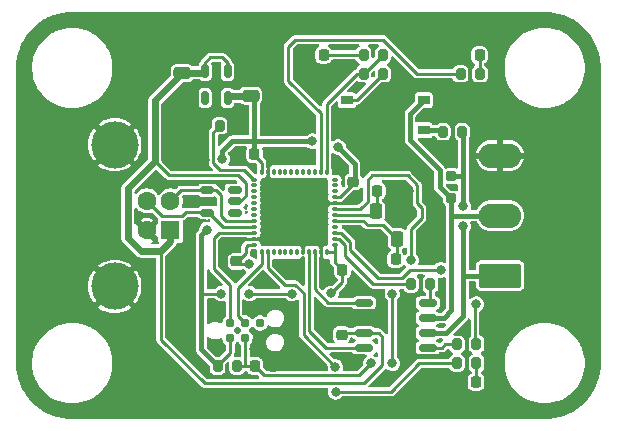
<source format=gbr>
%TF.GenerationSoftware,KiCad,Pcbnew,(6.0.0)*%
%TF.CreationDate,2022-06-11T23:43:56+12:00*%
%TF.ProjectId,Canmaster_HW,43616e6d-6173-4746-9572-5f48572e6b69,rev?*%
%TF.SameCoordinates,Original*%
%TF.FileFunction,Copper,L1,Top*%
%TF.FilePolarity,Positive*%
%FSLAX46Y46*%
G04 Gerber Fmt 4.6, Leading zero omitted, Abs format (unit mm)*
G04 Created by KiCad (PCBNEW (6.0.0)) date 2022-06-11 23:43:56*
%MOMM*%
%LPD*%
G01*
G04 APERTURE LIST*
G04 Aperture macros list*
%AMRoundRect*
0 Rectangle with rounded corners*
0 $1 Rounding radius*
0 $2 $3 $4 $5 $6 $7 $8 $9 X,Y pos of 4 corners*
0 Add a 4 corners polygon primitive as box body*
4,1,4,$2,$3,$4,$5,$6,$7,$8,$9,$2,$3,0*
0 Add four circle primitives for the rounded corners*
1,1,$1+$1,$2,$3*
1,1,$1+$1,$4,$5*
1,1,$1+$1,$6,$7*
1,1,$1+$1,$8,$9*
0 Add four rect primitives between the rounded corners*
20,1,$1+$1,$2,$3,$4,$5,0*
20,1,$1+$1,$4,$5,$6,$7,0*
20,1,$1+$1,$6,$7,$8,$9,0*
20,1,$1+$1,$8,$9,$2,$3,0*%
G04 Aperture macros list end*
%TA.AperFunction,SMDPad,CuDef*%
%ADD10RoundRect,0.150000X-0.625000X-0.150000X0.625000X-0.150000X0.625000X0.150000X-0.625000X0.150000X0*%
%TD*%
%TA.AperFunction,ComponentPad*%
%ADD11R,1.600000X1.600000*%
%TD*%
%TA.AperFunction,ComponentPad*%
%ADD12C,1.600000*%
%TD*%
%TA.AperFunction,ComponentPad*%
%ADD13C,4.000000*%
%TD*%
%TA.AperFunction,SMDPad,CuDef*%
%ADD14RoundRect,0.225000X-0.225000X-0.250000X0.225000X-0.250000X0.225000X0.250000X-0.225000X0.250000X0*%
%TD*%
%TA.AperFunction,SMDPad,CuDef*%
%ADD15O,0.650000X0.300000*%
%TD*%
%TA.AperFunction,SMDPad,CuDef*%
%ADD16O,0.300000X0.650000*%
%TD*%
%TA.AperFunction,SMDPad,CuDef*%
%ADD17R,2.700000X2.700000*%
%TD*%
%TA.AperFunction,SMDPad,CuDef*%
%ADD18RoundRect,0.150000X-0.150000X0.450000X-0.150000X-0.450000X0.150000X-0.450000X0.150000X0.450000X0*%
%TD*%
%TA.AperFunction,SMDPad,CuDef*%
%ADD19RoundRect,0.225000X0.250000X-0.225000X0.250000X0.225000X-0.250000X0.225000X-0.250000X-0.225000X0*%
%TD*%
%TA.AperFunction,SMDPad,CuDef*%
%ADD20RoundRect,0.200000X0.200000X0.275000X-0.200000X0.275000X-0.200000X-0.275000X0.200000X-0.275000X0*%
%TD*%
%TA.AperFunction,ConnectorPad*%
%ADD21C,0.787400*%
%TD*%
%TA.AperFunction,SMDPad,CuDef*%
%ADD22RoundRect,0.200000X-0.200000X-0.275000X0.200000X-0.275000X0.200000X0.275000X-0.200000X0.275000X0*%
%TD*%
%TA.AperFunction,SMDPad,CuDef*%
%ADD23RoundRect,0.225000X0.225000X0.250000X-0.225000X0.250000X-0.225000X-0.250000X0.225000X-0.250000X0*%
%TD*%
%TA.AperFunction,SMDPad,CuDef*%
%ADD24RoundRect,0.218750X-0.218750X-0.256250X0.218750X-0.256250X0.218750X0.256250X-0.218750X0.256250X0*%
%TD*%
%TA.AperFunction,SMDPad,CuDef*%
%ADD25RoundRect,0.150000X-0.450000X-0.150000X0.450000X-0.150000X0.450000X0.150000X-0.450000X0.150000X0*%
%TD*%
%TA.AperFunction,SMDPad,CuDef*%
%ADD26RoundRect,0.275000X0.275000X-0.375000X0.275000X0.375000X-0.275000X0.375000X-0.275000X-0.375000X0*%
%TD*%
%TA.AperFunction,ComponentPad*%
%ADD27RoundRect,0.249999X1.550001X-0.790001X1.550001X0.790001X-1.550001X0.790001X-1.550001X-0.790001X0*%
%TD*%
%TA.AperFunction,ComponentPad*%
%ADD28O,3.600000X2.080000*%
%TD*%
%TA.AperFunction,SMDPad,CuDef*%
%ADD29RoundRect,0.250000X0.475000X-0.250000X0.475000X0.250000X-0.475000X0.250000X-0.475000X-0.250000X0*%
%TD*%
%TA.AperFunction,SMDPad,CuDef*%
%ADD30RoundRect,0.225000X-0.250000X0.225000X-0.250000X-0.225000X0.250000X-0.225000X0.250000X0.225000X0*%
%TD*%
%TA.AperFunction,SMDPad,CuDef*%
%ADD31RoundRect,0.250000X-0.475000X0.250000X-0.475000X-0.250000X0.475000X-0.250000X0.475000X0.250000X0*%
%TD*%
%TA.AperFunction,SMDPad,CuDef*%
%ADD32RoundRect,0.200000X0.250000X0.200000X-0.250000X0.200000X-0.250000X-0.200000X0.250000X-0.200000X0*%
%TD*%
%TA.AperFunction,SMDPad,CuDef*%
%ADD33R,1.000000X0.800000*%
%TD*%
%TA.AperFunction,ViaPad*%
%ADD34C,0.800000*%
%TD*%
%TA.AperFunction,Conductor*%
%ADD35C,0.250000*%
%TD*%
%TA.AperFunction,Conductor*%
%ADD36C,0.600000*%
%TD*%
%TA.AperFunction,Conductor*%
%ADD37C,0.400000*%
%TD*%
G04 APERTURE END LIST*
D10*
%TO.P,U4,1,TXD*%
%TO.N,/CAN/CAN_TX*%
X104700000Y-79895000D03*
%TO.P,U4,2,VSS*%
%TO.N,GND*%
X104700000Y-81165000D03*
%TO.P,U4,3,VDD*%
%TO.N,+5V*%
X104700000Y-82435000D03*
%TO.P,U4,4,RXD*%
%TO.N,/CAN/CAN_RX*%
X104700000Y-83705000D03*
%TO.P,U4,5,VREF*%
%TO.N,Net-(R9-Pad2)*%
X110100000Y-83705000D03*
%TO.P,U4,6,CANL*%
%TO.N,/CAN/CAN_L*%
X110100000Y-82435000D03*
%TO.P,U4,7,CANH*%
%TO.N,/CAN/CAN_H*%
X110100000Y-81165000D03*
%TO.P,U4,8,RS*%
%TO.N,Net-(R4-Pad2)*%
X110100000Y-79895000D03*
%TD*%
D11*
%TO.P,J1,1,VBUS*%
%TO.N,+5V*%
X88310000Y-73750000D03*
D12*
%TO.P,J1,2,D-*%
%TO.N,/MCU/USB_DM*%
X88310000Y-71250000D03*
%TO.P,J1,3,D+*%
%TO.N,/MCU/USB_DP*%
X86310000Y-71250000D03*
%TO.P,J1,4,GND*%
%TO.N,GND*%
X86310000Y-73750000D03*
D13*
%TO.P,J1,5*%
X83600000Y-78500000D03*
%TO.P,J1,6*%
X83600000Y-66500000D03*
%TD*%
D14*
%TO.P,C8,1*%
%TO.N,+3V3*%
X95425000Y-67300000D03*
%TO.P,C8,2*%
%TO.N,GND*%
X96975000Y-67300000D03*
%TD*%
D15*
%TO.P,U3,1,VBAT*%
%TO.N,+3V3*%
X102225000Y-74950000D03*
%TO.P,U3,2,PC13*%
%TO.N,/CAN/CAN_MODE*%
X102225000Y-74450000D03*
%TO.P,U3,3,PC14/OSC32_IN*%
%TO.N,/CAN/CAN_SENSE*%
X102225000Y-73950000D03*
%TO.P,U3,4,PC15/OSC32_OUT*%
%TO.N,unconnected-(U3-Pad4)*%
X102225000Y-73450000D03*
%TO.P,U3,5,PF0/OSC_IN*%
%TO.N,Net-(C2-Pad2)*%
X102225000Y-72950000D03*
%TO.P,U3,6,PF1/OSC_OUT*%
%TO.N,Net-(C3-Pad2)*%
X102225000Y-72450000D03*
%TO.P,U3,7,NRST*%
%TO.N,/MCU/NRST*%
X102225000Y-71950000D03*
%TO.P,U3,8,VSSA*%
%TO.N,GND*%
X102225000Y-71450000D03*
%TO.P,U3,9,VDDA*%
%TO.N,+3V3*%
X102225000Y-70950000D03*
%TO.P,U3,10,PA0*%
%TO.N,unconnected-(U3-Pad10)*%
X102225000Y-70450000D03*
%TO.P,U3,11,PA1*%
%TO.N,unconnected-(U3-Pad11)*%
X102225000Y-69950000D03*
%TO.P,U3,12,PA2*%
%TO.N,unconnected-(U3-Pad12)*%
X102225000Y-69450000D03*
D16*
%TO.P,U3,13,PA3*%
%TO.N,/CAN/CAN_TERM_EN*%
X101550000Y-68775000D03*
%TO.P,U3,14,PA4*%
%TO.N,/MCU/LED_TX*%
X101050000Y-68775000D03*
%TO.P,U3,15,PA5*%
%TO.N,unconnected-(U3-Pad15)*%
X100550000Y-68775000D03*
%TO.P,U3,16,PA6*%
%TO.N,unconnected-(U3-Pad16)*%
X100050000Y-68775000D03*
%TO.P,U3,17,PA7*%
%TO.N,unconnected-(U3-Pad17)*%
X99550000Y-68775000D03*
%TO.P,U3,18,PB0*%
%TO.N,unconnected-(U3-Pad18)*%
X99050000Y-68775000D03*
%TO.P,U3,19,PB1*%
%TO.N,unconnected-(U3-Pad19)*%
X98550000Y-68775000D03*
%TO.P,U3,20,PB2*%
%TO.N,unconnected-(U3-Pad20)*%
X98050000Y-68775000D03*
%TO.P,U3,21,PB10*%
%TO.N,unconnected-(U3-Pad21)*%
X97550000Y-68775000D03*
%TO.P,U3,22,PB11*%
%TO.N,unconnected-(U3-Pad22)*%
X97050000Y-68775000D03*
%TO.P,U3,23,VSS*%
%TO.N,GND*%
X96550000Y-68775000D03*
%TO.P,U3,24,VDD*%
%TO.N,+3V3*%
X96050000Y-68775000D03*
D15*
%TO.P,U3,25,PB12*%
%TO.N,Net-(R8-Pad2)*%
X95375000Y-69450000D03*
%TO.P,U3,26,PB13*%
%TO.N,unconnected-(U3-Pad26)*%
X95375000Y-69950000D03*
%TO.P,U3,27,PB14*%
%TO.N,unconnected-(U3-Pad27)*%
X95375000Y-70450000D03*
%TO.P,U3,28,PB15*%
%TO.N,unconnected-(U3-Pad28)*%
X95375000Y-70950000D03*
%TO.P,U3,29,PA8*%
%TO.N,unconnected-(U3-Pad29)*%
X95375000Y-71450000D03*
%TO.P,U3,30,PA9*%
%TO.N,unconnected-(U3-Pad30)*%
X95375000Y-71950000D03*
%TO.P,U3,31,PA10*%
%TO.N,unconnected-(U3-Pad31)*%
X95375000Y-72450000D03*
%TO.P,U3,32,PA11*%
%TO.N,/MCU/USB_DM*%
X95375000Y-72950000D03*
%TO.P,U3,33,PA12*%
%TO.N,/MCU/USB_DP*%
X95375000Y-73450000D03*
%TO.P,U3,34,SWDIO/PA13*%
%TO.N,/MCU/SWDIO*%
X95375000Y-73950000D03*
%TO.P,U3,35,VSS*%
%TO.N,GND*%
X95375000Y-74450000D03*
%TO.P,U3,36,VDDIO2*%
%TO.N,+3V3*%
X95375000Y-74950000D03*
D16*
%TO.P,U3,37,SWCLK/PA14*%
%TO.N,/MCU/SWCLK*%
X96050000Y-75625000D03*
%TO.P,U3,38,PA15*%
%TO.N,/MCU/LED_RX*%
X96550000Y-75625000D03*
%TO.P,U3,39,PB3*%
%TO.N,unconnected-(U3-Pad39)*%
X97050000Y-75625000D03*
%TO.P,U3,40,PB4*%
%TO.N,unconnected-(U3-Pad40)*%
X97550000Y-75625000D03*
%TO.P,U3,41,PB5*%
%TO.N,unconnected-(U3-Pad41)*%
X98050000Y-75625000D03*
%TO.P,U3,42,PB6*%
%TO.N,unconnected-(U3-Pad42)*%
X98550000Y-75625000D03*
%TO.P,U3,43,PB7*%
%TO.N,unconnected-(U3-Pad43)*%
X99050000Y-75625000D03*
%TO.P,U3,44,BOOT0*%
%TO.N,GND*%
X99550000Y-75625000D03*
%TO.P,U3,45,PB8*%
%TO.N,/CAN/CAN_RX*%
X100050000Y-75625000D03*
%TO.P,U3,46,PB9*%
%TO.N,/CAN/CAN_TX*%
X100550000Y-75625000D03*
%TO.P,U3,47,VSS*%
%TO.N,GND*%
X101050000Y-75625000D03*
%TO.P,U3,48,VDD*%
%TO.N,+3V3*%
X101550000Y-75625000D03*
D17*
%TO.P,U3,49,EP*%
%TO.N,GND*%
X97450000Y-73550000D03*
X100150000Y-73550000D03*
X97450000Y-70850000D03*
X100150000Y-70850000D03*
%TD*%
D18*
%TO.P,U2,1,VIN*%
%TO.N,+5V*%
X93150000Y-60250000D03*
%TO.P,U2,2,GND*%
%TO.N,GND*%
X92200000Y-60250000D03*
%TO.P,U2,3,EN*%
%TO.N,+5V*%
X91250000Y-60250000D03*
%TO.P,U2,4,NC*%
%TO.N,unconnected-(U2-Pad4)*%
X91250000Y-62550000D03*
%TO.P,U2,5,VOUT*%
%TO.N,+3V3*%
X93150000Y-62550000D03*
%TD*%
D19*
%TO.P,C6,1*%
%TO.N,+3V3*%
X93900000Y-76375000D03*
%TO.P,C6,2*%
%TO.N,GND*%
X93900000Y-74825000D03*
%TD*%
D20*
%TO.P,R5,1*%
%TO.N,/CAN/CAN_TERM_EN*%
X106325000Y-58900000D03*
%TO.P,R5,2*%
%TO.N,Net-(DS3-Pad2)*%
X104675000Y-58900000D03*
%TD*%
D21*
%TO.P,J2,1,VCC*%
%TO.N,+3V3*%
X93360000Y-82870000D03*
%TO.P,J2,2,SWDIO*%
%TO.N,/MCU/SWDIO*%
X93360000Y-81600000D03*
%TO.P,J2,3,nRST*%
%TO.N,/MCU/NRST*%
X94630000Y-82870000D03*
%TO.P,J2,4,SWCLK*%
%TO.N,/MCU/SWCLK*%
X94630000Y-81600000D03*
%TO.P,J2,5,GND*%
%TO.N,GND*%
X95900000Y-82870000D03*
%TO.P,J2,6,NC*%
%TO.N,unconnected-(J2-Pad6)*%
X95900000Y-81600000D03*
%TD*%
D20*
%TO.P,R9,1*%
%TO.N,/CAN/CAN_SENSE*%
X114225000Y-83400000D03*
%TO.P,R9,2*%
%TO.N,Net-(R9-Pad2)*%
X112575000Y-83400000D03*
%TD*%
D14*
%TO.P,C2,1*%
%TO.N,GND*%
X105825000Y-76200000D03*
%TO.P,C2,2*%
%TO.N,Net-(C2-Pad2)*%
X107375000Y-76200000D03*
%TD*%
D22*
%TO.P,R6,1*%
%TO.N,/CAN/CAN_TERM_EN*%
X104675000Y-60500000D03*
%TO.P,R6,2*%
%TO.N,Net-(R6-Pad2)*%
X106325000Y-60500000D03*
%TD*%
D23*
%TO.P,C7,1*%
%TO.N,+3V3*%
X102875000Y-77100000D03*
%TO.P,C7,2*%
%TO.N,GND*%
X101325000Y-77100000D03*
%TD*%
D24*
%TO.P,DS1,1,K*%
%TO.N,GND*%
X112912500Y-58900000D03*
%TO.P,DS1,2,A*%
%TO.N,Net-(DS1-Pad2)*%
X114487500Y-58900000D03*
%TD*%
D25*
%TO.P,U1,1*%
%TO.N,/MCU/USB_DM*%
X91450000Y-70350000D03*
%TO.P,U1,2*%
%TO.N,GND*%
X91450000Y-71300000D03*
%TO.P,U1,3*%
%TO.N,/MCU/USB_DP*%
X91450000Y-72250000D03*
%TO.P,U1,4*%
%TO.N,unconnected-(U1-Pad4)*%
X93750000Y-72250000D03*
%TO.P,U1,5*%
%TO.N,+5V*%
X93750000Y-71300000D03*
%TO.P,U1,6*%
%TO.N,unconnected-(U1-Pad6)*%
X93750000Y-70350000D03*
%TD*%
D22*
%TO.P,R2,1*%
%TO.N,/MCU/LED_TX*%
X112875000Y-60500000D03*
%TO.P,R2,2*%
%TO.N,Net-(DS1-Pad2)*%
X114525000Y-60500000D03*
%TD*%
%TO.P,R1,1*%
%TO.N,+3V3*%
X92305000Y-85235000D03*
%TO.P,R1,2*%
%TO.N,/MCU/NRST*%
X93955000Y-85235000D03*
%TD*%
D23*
%TO.P,C3,1*%
%TO.N,GND*%
X107375000Y-70400000D03*
%TO.P,C3,2*%
%TO.N,Net-(C3-Pad2)*%
X105825000Y-70400000D03*
%TD*%
D26*
%TO.P,Y1,1,1*%
%TO.N,Net-(C2-Pad2)*%
X107500000Y-74450000D03*
%TO.P,Y1,2,2*%
%TO.N,GND*%
X107500000Y-72150000D03*
%TO.P,Y1,3,3*%
%TO.N,Net-(C3-Pad2)*%
X105700000Y-72150000D03*
%TO.P,Y1,4,4*%
%TO.N,GND*%
X105700000Y-74450000D03*
%TD*%
D22*
%TO.P,R7,1*%
%TO.N,Net-(R7-Pad1)*%
X111375000Y-65400000D03*
%TO.P,R7,2*%
%TO.N,/CAN/CAN_L*%
X113025000Y-65400000D03*
%TD*%
D19*
%TO.P,C10,1*%
%TO.N,+5V*%
X102800000Y-82575000D03*
%TO.P,C10,2*%
%TO.N,GND*%
X102800000Y-81025000D03*
%TD*%
D27*
%TO.P,J3,1,Pin_1*%
%TO.N,/CAN/CAN_L*%
X116222500Y-77580000D03*
D28*
%TO.P,J3,2,Pin_2*%
%TO.N,/CAN/CAN_H*%
X116222500Y-72500000D03*
%TO.P,J3,3,Pin_3*%
%TO.N,GND*%
X116222500Y-67420000D03*
%TD*%
D24*
%TO.P,DS3,1,K*%
%TO.N,GND*%
X99712500Y-58900000D03*
%TO.P,DS3,2,A*%
%TO.N,Net-(DS3-Pad2)*%
X101287500Y-58900000D03*
%TD*%
D22*
%TO.P,R3,1*%
%TO.N,/MCU/LED_RX*%
X112575000Y-85000000D03*
%TO.P,R3,2*%
%TO.N,Net-(DS2-Pad2)*%
X114225000Y-85000000D03*
%TD*%
%TO.P,R4,1*%
%TO.N,/CAN/CAN_MODE*%
X108675000Y-78300000D03*
%TO.P,R4,2*%
%TO.N,Net-(R4-Pad2)*%
X110325000Y-78300000D03*
%TD*%
D29*
%TO.P,C4,1*%
%TO.N,+3V3*%
X95100000Y-62350000D03*
%TO.P,C4,2*%
%TO.N,GND*%
X95100000Y-60450000D03*
%TD*%
D30*
%TO.P,C5,1*%
%TO.N,+3V3*%
X103800000Y-69625000D03*
%TO.P,C5,2*%
%TO.N,GND*%
X103800000Y-71175000D03*
%TD*%
D31*
%TO.P,C1,1*%
%TO.N,+5V*%
X89300000Y-60450000D03*
%TO.P,C1,2*%
%TO.N,GND*%
X89300000Y-62350000D03*
%TD*%
D32*
%TO.P,D1,1,A1*%
%TO.N,/CAN/CAN_H*%
X112100000Y-71050000D03*
%TO.P,D1,2,A2*%
%TO.N,/CAN/CAN_L*%
X112100000Y-69150000D03*
%TO.P,D1,3,common*%
%TO.N,GND*%
X110100000Y-70100000D03*
%TD*%
D20*
%TO.P,R8,1*%
%TO.N,GND*%
X94125000Y-64900000D03*
%TO.P,R8,2*%
%TO.N,Net-(R8-Pad2)*%
X92475000Y-64900000D03*
%TD*%
D14*
%TO.P,C9,1*%
%TO.N,/MCU/NRST*%
X95455000Y-85235000D03*
%TO.P,C9,2*%
%TO.N,GND*%
X97005000Y-85235000D03*
%TD*%
D33*
%TO.P,U5,1*%
%TO.N,Net-(R6-Pad2)*%
X103250000Y-62730000D03*
%TO.P,U5,2*%
%TO.N,GND*%
X103250000Y-65270000D03*
%TO.P,U5,3*%
%TO.N,Net-(R7-Pad1)*%
X109750000Y-65270000D03*
%TO.P,U5,4*%
%TO.N,/CAN/CAN_H*%
X109750000Y-62730000D03*
%TD*%
D24*
%TO.P,DS2,1,K*%
%TO.N,GND*%
X112612500Y-86600000D03*
%TO.P,DS2,2,A*%
%TO.N,Net-(DS2-Pad2)*%
X114187500Y-86600000D03*
%TD*%
D34*
%TO.N,GND*%
X100000000Y-73500000D03*
X88800000Y-63600000D03*
X76800000Y-69700000D03*
X85000000Y-56100000D03*
X90000000Y-56100000D03*
X92200000Y-63600000D03*
X106500000Y-86300000D03*
X99900000Y-67400000D03*
X95430000Y-83835000D03*
X101600000Y-80900000D03*
X123000000Y-79900000D03*
X103200000Y-64200000D03*
X94600000Y-59200000D03*
X111900000Y-58900000D03*
X100000000Y-71000000D03*
X105100000Y-89000000D03*
X91200000Y-67800000D03*
X76800000Y-64700000D03*
X91200000Y-63900000D03*
X110000000Y-56100000D03*
X95600000Y-59200000D03*
X110200000Y-75800000D03*
X123000000Y-74900000D03*
X98600000Y-76900000D03*
X106200000Y-81100000D03*
X100000000Y-56100000D03*
X95100000Y-89000000D03*
X108475500Y-70400000D03*
X85100000Y-89000000D03*
X110100000Y-89000000D03*
X103200000Y-84900000D03*
X89900000Y-63600000D03*
X85900000Y-84900000D03*
X87200000Y-69700000D03*
X85200000Y-62900000D03*
X101400000Y-78100000D03*
X108200000Y-80800000D03*
X115000000Y-56100000D03*
X97500000Y-71000000D03*
X76800000Y-74700000D03*
X99700000Y-60000000D03*
X105000000Y-56100000D03*
X88900000Y-77500000D03*
X98200000Y-67400000D03*
X105000000Y-68200000D03*
X123000000Y-64900000D03*
X107800000Y-61700000D03*
X115100000Y-89000000D03*
X92900000Y-74900000D03*
X110000000Y-69000000D03*
X104500000Y-74200000D03*
X104500000Y-65200000D03*
X123000000Y-69900000D03*
X90100000Y-89000000D03*
X108800000Y-72100000D03*
X100100000Y-89000000D03*
X76800000Y-79700000D03*
X110000000Y-71200000D03*
X90000000Y-71300000D03*
X99500000Y-63800000D03*
X97500000Y-73500000D03*
X92200000Y-61500000D03*
X95000000Y-56100000D03*
X98230000Y-85235000D03*
X94100000Y-67500000D03*
X111500000Y-86600000D03*
%TO.N,+3V3*%
X101912299Y-79087701D03*
X95000000Y-79100000D03*
X98600000Y-79100000D03*
X92700000Y-67700000D03*
X92635500Y-79100000D03*
X102500000Y-66700000D03*
X91400000Y-73700000D03*
X100325500Y-66200000D03*
X95000000Y-76600000D03*
%TO.N,/MCU/NRST*%
X107100000Y-79100000D03*
X107100000Y-85000000D03*
X108700000Y-76300000D03*
X105300000Y-85000000D03*
%TO.N,/CAN/CAN_L*%
X113100000Y-73400000D03*
X113100000Y-71700000D03*
%TO.N,/MCU/LED_RX*%
X102300000Y-87424500D03*
X102288471Y-85310020D03*
%TO.N,/CAN/CAN_SENSE*%
X111200000Y-77100000D03*
X114200000Y-80000000D03*
%TD*%
D35*
%TO.N,+5V*%
X92700000Y-59100000D02*
X91700000Y-59100000D01*
X104700000Y-86700000D02*
X106250000Y-85150000D01*
X91200000Y-86700000D02*
X104700000Y-86700000D01*
X91250000Y-59550000D02*
X91250000Y-60400000D01*
X105935000Y-82435000D02*
X104700000Y-82435000D01*
X89350000Y-60400000D02*
X89300000Y-60450000D01*
X93150000Y-59550000D02*
X92700000Y-59100000D01*
D36*
X91250000Y-60400000D02*
X90400000Y-60400000D01*
X90400000Y-60400000D02*
X89350000Y-60400000D01*
X87000000Y-62750000D02*
X89300000Y-60450000D01*
D35*
X106250000Y-85150000D02*
X106250000Y-82750000D01*
X104700000Y-82435000D02*
X102940000Y-82435000D01*
X94200000Y-71300000D02*
X93600000Y-71300000D01*
X94674520Y-69774520D02*
X94674520Y-70825480D01*
D36*
X87500000Y-75500000D02*
X88310000Y-74690000D01*
X84700000Y-70200000D02*
X84700000Y-74400000D01*
D35*
X87500000Y-75500000D02*
X87500000Y-83000000D01*
D36*
X87000000Y-67900000D02*
X84700000Y-70200000D01*
D35*
X87000000Y-67900000D02*
X88200000Y-69100000D01*
D36*
X88310000Y-74690000D02*
X88310000Y-73750000D01*
D35*
X91700000Y-59100000D02*
X91250000Y-59550000D01*
D36*
X87000000Y-67900000D02*
X87000000Y-62750000D01*
D35*
X87500000Y-83000000D02*
X91200000Y-86700000D01*
D36*
X85800000Y-75500000D02*
X87500000Y-75500000D01*
D35*
X102940000Y-82435000D02*
X102800000Y-82575000D01*
X106250000Y-82750000D02*
X105935000Y-82435000D01*
X88200000Y-69100000D02*
X94000000Y-69100000D01*
X94000000Y-69100000D02*
X94674520Y-69774520D01*
D36*
X84700000Y-74400000D02*
X85800000Y-75500000D01*
D35*
X94674520Y-70825480D02*
X94200000Y-71300000D01*
X93150000Y-60250000D02*
X93150000Y-59550000D01*
%TO.N,GND*%
X95375000Y-74450000D02*
X96550000Y-74450000D01*
X101050000Y-76825000D02*
X101325000Y-77100000D01*
X101050000Y-75625000D02*
X101050000Y-74450000D01*
X99550000Y-73950000D02*
X100000000Y-73500000D01*
X100750000Y-71450000D02*
X100150000Y-70850000D01*
X103800000Y-71175000D02*
X103800000Y-71375000D01*
X96975000Y-67400000D02*
X96550000Y-67825000D01*
X96550000Y-69950000D02*
X97450000Y-70850000D01*
X102225000Y-71450000D02*
X100750000Y-71450000D01*
X96550000Y-74450000D02*
X97450000Y-73550000D01*
X102225000Y-71450000D02*
X103525000Y-71450000D01*
X96550000Y-68775000D02*
X96550000Y-69950000D01*
X101050000Y-75625000D02*
X101050000Y-76825000D01*
X101050000Y-74450000D02*
X100150000Y-73550000D01*
X94275000Y-74450000D02*
X93900000Y-74825000D01*
X99550000Y-75625000D02*
X99550000Y-73950000D01*
X95375000Y-74450000D02*
X94275000Y-74450000D01*
X103525000Y-71450000D02*
X103800000Y-71175000D01*
X96550000Y-67825000D02*
X96550000Y-68775000D01*
%TO.N,Net-(C2-Pad2)*%
X107500000Y-76075000D02*
X107375000Y-76200000D01*
X106350000Y-73300000D02*
X107500000Y-74450000D01*
X107500000Y-74450000D02*
X107500000Y-76075000D01*
X105001191Y-73300000D02*
X106350000Y-73300000D01*
X102225000Y-72950000D02*
X104651191Y-72950000D01*
X104651191Y-72950000D02*
X105001191Y-73300000D01*
%TO.N,Net-(C3-Pad2)*%
X102225000Y-72450000D02*
X105400000Y-72450000D01*
X105825000Y-70400000D02*
X105825000Y-72025000D01*
X105825000Y-72025000D02*
X105700000Y-72150000D01*
X105400000Y-72450000D02*
X105700000Y-72150000D01*
D37*
%TO.N,+3V3*%
X92700000Y-67025000D02*
X93550000Y-66175000D01*
D35*
X95050000Y-62400000D02*
X95100000Y-62350000D01*
D37*
X90930000Y-83835000D02*
X90930000Y-79070000D01*
X90930000Y-74170000D02*
X91400000Y-73700000D01*
D35*
X90960000Y-79100000D02*
X90930000Y-79070000D01*
X102225000Y-75625000D02*
X102225000Y-76450000D01*
X101550000Y-75625000D02*
X102225000Y-75625000D01*
X102225000Y-70950000D02*
X102675000Y-70950000D01*
X98600000Y-79100000D02*
X95000000Y-79100000D01*
D37*
X95425000Y-67400000D02*
X95425000Y-66275000D01*
D35*
X102225000Y-74950000D02*
X102225000Y-75625000D01*
X94887500Y-74950000D02*
X94699520Y-75137980D01*
X102875000Y-78125000D02*
X101912299Y-79087701D01*
D37*
X92700000Y-67700000D02*
X92700000Y-67025000D01*
D35*
X92635500Y-79100000D02*
X90960000Y-79100000D01*
D37*
X92305000Y-85210000D02*
X90930000Y-83835000D01*
X95425000Y-62675000D02*
X95100000Y-62350000D01*
D35*
X94699520Y-75700480D02*
X94025000Y-76375000D01*
D37*
X103900000Y-68100000D02*
X103900000Y-69525000D01*
D35*
X94125000Y-76600000D02*
X93900000Y-76375000D01*
X92305000Y-85160000D02*
X93360000Y-84105000D01*
X102875000Y-77100000D02*
X102875000Y-78125000D01*
D37*
X103900000Y-69525000D02*
X103800000Y-69625000D01*
X100313201Y-66212299D02*
X95487701Y-66212299D01*
D35*
X94699520Y-75137980D02*
X94699520Y-75700480D01*
X102675000Y-70950000D02*
X103800000Y-69825000D01*
X95375000Y-74950000D02*
X94887500Y-74950000D01*
X96050000Y-68025000D02*
X95425000Y-67400000D01*
X92305000Y-85235000D02*
X92305000Y-85160000D01*
D37*
X92305000Y-85235000D02*
X92305000Y-85210000D01*
X100325500Y-66200000D02*
X100313201Y-66212299D01*
D35*
X102225000Y-76450000D02*
X102875000Y-77100000D01*
X96050000Y-68775000D02*
X96050000Y-68025000D01*
D37*
X90930000Y-79070000D02*
X90930000Y-74170000D01*
X95425000Y-66275000D02*
X95425000Y-62675000D01*
D36*
X93150000Y-62400000D02*
X95050000Y-62400000D01*
D35*
X93360000Y-84105000D02*
X93360000Y-82870000D01*
D37*
X93550000Y-66175000D02*
X95325000Y-66175000D01*
X102500000Y-66700000D02*
X103900000Y-68100000D01*
D35*
X95000000Y-76600000D02*
X94125000Y-76600000D01*
%TO.N,/MCU/NRST*%
X108400000Y-69100000D02*
X105400000Y-69100000D01*
X109600000Y-71875386D02*
X109200000Y-71475386D01*
X109200000Y-69900000D02*
X108400000Y-69100000D01*
X93955000Y-85235000D02*
X95455000Y-85235000D01*
X108700000Y-76300000D02*
X108700000Y-73600000D01*
X104350000Y-71950000D02*
X102225000Y-71950000D01*
X94630000Y-84035000D02*
X94630000Y-85235000D01*
X96254520Y-86034520D02*
X95455000Y-85235000D01*
X109200000Y-71475386D02*
X109200000Y-69900000D01*
X105000000Y-69500000D02*
X105000000Y-71352151D01*
X105400000Y-69100000D02*
X105000000Y-69500000D01*
X94630000Y-82870000D02*
X94630000Y-84035000D01*
X105000000Y-71352151D02*
X104552151Y-71800000D01*
X108700000Y-73600000D02*
X109600000Y-72700000D01*
X109600000Y-72700000D02*
X109600000Y-71875386D01*
X104500000Y-71800000D02*
X104350000Y-71950000D01*
X104552151Y-71800000D02*
X104500000Y-71800000D01*
X104265480Y-86034520D02*
X105300000Y-85000000D01*
X96254520Y-86034520D02*
X104265480Y-86034520D01*
X107100000Y-85000000D02*
X107100000Y-79100000D01*
D37*
%TO.N,/CAN/CAN_H*%
X111435000Y-81165000D02*
X112100000Y-80500000D01*
X112050000Y-71050000D02*
X112100000Y-71050000D01*
X111100000Y-70100000D02*
X112050000Y-71050000D01*
X112100000Y-72600000D02*
X112100000Y-71050000D01*
X116222500Y-72500000D02*
X112100000Y-72500000D01*
X108600000Y-66100000D02*
X111100000Y-68600000D01*
X108600000Y-63880000D02*
X108600000Y-66100000D01*
X110100000Y-81165000D02*
X111435000Y-81165000D01*
X112100000Y-80500000D02*
X112100000Y-72600000D01*
X111100000Y-68600000D02*
X111100000Y-70100000D01*
X109750000Y-62730000D02*
X108600000Y-63880000D01*
%TO.N,/CAN/CAN_L*%
X112100000Y-69150000D02*
X113050000Y-69150000D01*
X113100000Y-77600000D02*
X113100000Y-81000000D01*
X113100000Y-67400000D02*
X113100000Y-65475000D01*
X113100000Y-69100000D02*
X113100000Y-67400000D01*
X111665000Y-82435000D02*
X110100000Y-82435000D01*
X113100000Y-73400000D02*
X113100000Y-77600000D01*
X113100000Y-77600000D02*
X116202500Y-77600000D01*
X113100000Y-81000000D02*
X111665000Y-82435000D01*
X113100000Y-71700000D02*
X113100000Y-69100000D01*
D35*
X113100000Y-65475000D02*
X113025000Y-65400000D01*
D37*
X116202500Y-77600000D02*
X116222500Y-77580000D01*
D35*
%TO.N,Net-(DS1-Pad2)*%
X114487500Y-58900000D02*
X114487500Y-60462500D01*
X114487500Y-60462500D02*
X114525000Y-60500000D01*
%TO.N,Net-(DS2-Pad2)*%
X114225000Y-85000000D02*
X114225000Y-86562500D01*
X114225000Y-86562500D02*
X114187500Y-86600000D01*
%TO.N,Net-(DS3-Pad2)*%
X101287500Y-58900000D02*
X104675000Y-58900000D01*
%TO.N,/MCU/USB_DM*%
X95375000Y-72950000D02*
X93050000Y-72950000D01*
X92150000Y-70350000D02*
X89210000Y-70350000D01*
X92600000Y-70800000D02*
X92150000Y-70350000D01*
X93050000Y-72950000D02*
X92600000Y-72500000D01*
X92600000Y-72500000D02*
X92600000Y-70800000D01*
X89210000Y-70350000D02*
X88310000Y-71250000D01*
%TO.N,/MCU/USB_DP*%
X91600000Y-72250000D02*
X92800000Y-73450000D01*
X87560000Y-72500000D02*
X89300000Y-72500000D01*
X92800000Y-73450000D02*
X95375000Y-73450000D01*
X89600000Y-72200000D02*
X91550000Y-72200000D01*
X89300000Y-72500000D02*
X89600000Y-72200000D01*
X86310000Y-71250000D02*
X87560000Y-72500000D01*
X91550000Y-72200000D02*
X91600000Y-72250000D01*
%TO.N,/MCU/SWDIO*%
X93360000Y-81600000D02*
X93360000Y-78360000D01*
X92000000Y-74400000D02*
X92450000Y-73950000D01*
X92000000Y-77000000D02*
X92000000Y-74400000D01*
X92450000Y-73950000D02*
X95375000Y-73950000D01*
X93360000Y-78360000D02*
X92000000Y-77000000D01*
%TO.N,/MCU/SWCLK*%
X94630000Y-81600000D02*
X94000000Y-80970000D01*
X94000000Y-80970000D02*
X94000000Y-78624614D01*
X94000000Y-78624614D02*
X96050000Y-76574614D01*
X96050000Y-76574614D02*
X96050000Y-75625000D01*
%TO.N,/MCU/LED_TX*%
X101050000Y-68775000D02*
X101050000Y-63850000D01*
X101050000Y-63850000D02*
X98300000Y-61100000D01*
X106300000Y-57600000D02*
X109200000Y-60500000D01*
X98300000Y-58200000D02*
X98900000Y-57600000D01*
X109200000Y-60500000D02*
X112875000Y-60500000D01*
X98300000Y-61100000D02*
X98300000Y-58200000D01*
X98900000Y-57600000D02*
X106300000Y-57600000D01*
%TO.N,/MCU/LED_RX*%
X109400000Y-85000000D02*
X112575000Y-85000000D01*
X99600480Y-79075866D02*
X99600480Y-82622029D01*
X102300000Y-87424500D02*
X106975500Y-87424500D01*
X96550000Y-76950000D02*
X97975489Y-78375489D01*
X99600480Y-82622029D02*
X102288471Y-85310020D01*
X106975500Y-87424500D02*
X109400000Y-85000000D01*
X96550000Y-75625000D02*
X96550000Y-76950000D01*
X98900103Y-78375489D02*
X99600480Y-79075866D01*
X97975489Y-78375489D02*
X98900103Y-78375489D01*
%TO.N,/CAN/CAN_MODE*%
X103100000Y-75900000D02*
X103100000Y-74978928D01*
X105500000Y-78300000D02*
X103100000Y-75900000D01*
X102571072Y-74450000D02*
X102225000Y-74450000D01*
X108675000Y-78300000D02*
X105500000Y-78300000D01*
X103100000Y-74978928D02*
X102571072Y-74450000D01*
%TO.N,Net-(R4-Pad2)*%
X110325000Y-78300000D02*
X110325000Y-79670000D01*
X110325000Y-79670000D02*
X110100000Y-79895000D01*
%TO.N,/CAN/CAN_TERM_EN*%
X101550000Y-68775000D02*
X101550000Y-63050000D01*
X106325000Y-58900000D02*
X106275000Y-58900000D01*
X106275000Y-58900000D02*
X104675000Y-60500000D01*
X101550000Y-63050000D02*
X104100000Y-60500000D01*
X104100000Y-60500000D02*
X104675000Y-60500000D01*
%TO.N,Net-(R6-Pad2)*%
X106325000Y-60500000D02*
X104095000Y-62730000D01*
X104095000Y-62730000D02*
X103250000Y-62730000D01*
D37*
%TO.N,Net-(R7-Pad1)*%
X109750000Y-65270000D02*
X111245000Y-65270000D01*
D35*
X111245000Y-65270000D02*
X111375000Y-65400000D01*
%TO.N,Net-(R8-Pad2)*%
X94575480Y-68650480D02*
X92550480Y-68650480D01*
X95375000Y-69450000D02*
X94575480Y-68650480D01*
X91924511Y-65450489D02*
X92475000Y-64900000D01*
X91924511Y-68024511D02*
X91924511Y-65450489D01*
X92550480Y-68650480D02*
X91924511Y-68024511D01*
%TO.N,/CAN/CAN_SENSE*%
X108600000Y-77100000D02*
X107900000Y-77800000D01*
X114100000Y-80100000D02*
X114200000Y-80000000D01*
X107900000Y-77800000D02*
X105900000Y-77800000D01*
X103549520Y-75449520D02*
X103549520Y-74749520D01*
X111200000Y-77100000D02*
X108600000Y-77100000D01*
X103549520Y-74749520D02*
X102750000Y-73950000D01*
X102750000Y-73950000D02*
X102225000Y-73950000D01*
X114225000Y-83400000D02*
X114100000Y-83275000D01*
X114100000Y-83275000D02*
X114100000Y-80100000D01*
X105900000Y-77800000D02*
X103549520Y-75449520D01*
%TO.N,/CAN/CAN_RX*%
X100050000Y-82250000D02*
X101505000Y-83705000D01*
X101505000Y-83705000D02*
X104700000Y-83705000D01*
X100050000Y-75625000D02*
X100050000Y-82250000D01*
%TO.N,/CAN/CAN_TX*%
X100550000Y-78750000D02*
X101695000Y-79895000D01*
X100550000Y-75625000D02*
X100550000Y-78750000D01*
X101695000Y-79895000D02*
X104700000Y-79895000D01*
%TO.N,Net-(R9-Pad2)*%
X110100000Y-83705000D02*
X111295000Y-83705000D01*
X111295000Y-83705000D02*
X111600000Y-83400000D01*
X111600000Y-83400000D02*
X112575000Y-83400000D01*
%TD*%
%TA.AperFunction,Conductor*%
%TO.N,GND*%
G36*
X119987153Y-55256421D02*
G01*
X120000000Y-55258976D01*
X120012169Y-55256556D01*
X120022654Y-55256556D01*
X120035693Y-55255559D01*
X120358276Y-55269643D01*
X120408146Y-55271820D01*
X120419094Y-55272778D01*
X120818691Y-55325385D01*
X120829495Y-55327291D01*
X121222990Y-55414527D01*
X121233600Y-55417370D01*
X121617985Y-55538566D01*
X121628299Y-55542319D01*
X122000679Y-55696564D01*
X122010623Y-55701202D01*
X122297060Y-55850311D01*
X122368117Y-55887301D01*
X122377637Y-55892797D01*
X122717557Y-56109350D01*
X122726561Y-56115655D01*
X123046304Y-56361003D01*
X123054724Y-56368068D01*
X123324786Y-56615533D01*
X123351873Y-56640354D01*
X123359642Y-56648123D01*
X123478159Y-56777462D01*
X123631932Y-56945276D01*
X123638997Y-56953696D01*
X123884345Y-57273439D01*
X123890650Y-57282443D01*
X124107203Y-57622363D01*
X124112698Y-57631882D01*
X124295156Y-57982379D01*
X124298794Y-57989368D01*
X124303436Y-57999321D01*
X124425661Y-58294398D01*
X124457678Y-58371694D01*
X124461434Y-58382015D01*
X124579835Y-58757534D01*
X124582630Y-58766399D01*
X124585473Y-58777010D01*
X124672709Y-59170505D01*
X124674615Y-59181309D01*
X124725819Y-59570245D01*
X124727222Y-59580905D01*
X124728180Y-59591854D01*
X124728598Y-59601440D01*
X124744441Y-59964307D01*
X124743444Y-59977346D01*
X124743444Y-59987831D01*
X124741024Y-60000000D01*
X124743579Y-60012844D01*
X124746000Y-60037425D01*
X124746000Y-84962575D01*
X124743579Y-84987153D01*
X124741024Y-85000000D01*
X124743444Y-85012169D01*
X124743444Y-85022654D01*
X124744441Y-85035693D01*
X124728180Y-85408145D01*
X124727222Y-85419094D01*
X124677448Y-85797174D01*
X124674616Y-85818683D01*
X124672709Y-85829495D01*
X124597727Y-86167717D01*
X124585475Y-86222984D01*
X124582630Y-86233600D01*
X124466568Y-86601705D01*
X124461437Y-86617977D01*
X124457681Y-86628299D01*
X124306343Y-86993662D01*
X124303440Y-87000670D01*
X124298798Y-87010623D01*
X124136074Y-87323214D01*
X124112699Y-87368117D01*
X124107203Y-87377637D01*
X123890650Y-87717557D01*
X123884345Y-87726561D01*
X123638997Y-88046304D01*
X123631932Y-88054724D01*
X123599760Y-88089834D01*
X123382801Y-88326604D01*
X123359646Y-88351873D01*
X123351877Y-88359642D01*
X123159150Y-88536244D01*
X123054724Y-88631932D01*
X123046304Y-88638997D01*
X122726561Y-88884345D01*
X122717557Y-88890650D01*
X122377637Y-89107203D01*
X122368118Y-89112698D01*
X122010623Y-89298798D01*
X122000679Y-89303436D01*
X121628299Y-89457681D01*
X121617985Y-89461434D01*
X121233601Y-89582630D01*
X121222990Y-89585473D01*
X120829495Y-89672709D01*
X120818691Y-89674615D01*
X120419095Y-89727222D01*
X120408146Y-89728180D01*
X120358276Y-89730357D01*
X120035693Y-89744441D01*
X120022654Y-89743444D01*
X120012169Y-89743444D01*
X120000000Y-89741024D01*
X119987153Y-89743579D01*
X119962575Y-89746000D01*
X80037425Y-89746000D01*
X80012847Y-89743579D01*
X80000000Y-89741024D01*
X79987831Y-89743444D01*
X79977346Y-89743444D01*
X79964307Y-89744441D01*
X79641724Y-89730357D01*
X79591854Y-89728180D01*
X79580905Y-89727222D01*
X79181309Y-89674615D01*
X79170505Y-89672709D01*
X78777010Y-89585473D01*
X78766399Y-89582630D01*
X78382015Y-89461434D01*
X78371701Y-89457681D01*
X77999321Y-89303436D01*
X77989377Y-89298798D01*
X77631882Y-89112698D01*
X77622363Y-89107203D01*
X77282443Y-88890650D01*
X77273439Y-88884345D01*
X76953696Y-88638997D01*
X76945276Y-88631932D01*
X76840850Y-88536244D01*
X76648123Y-88359642D01*
X76640354Y-88351873D01*
X76617200Y-88326604D01*
X76400240Y-88089834D01*
X76368068Y-88054724D01*
X76361003Y-88046304D01*
X76115655Y-87726561D01*
X76109350Y-87717557D01*
X75892797Y-87377637D01*
X75887301Y-87368117D01*
X75863926Y-87323214D01*
X75701202Y-87010623D01*
X75696560Y-87000670D01*
X75693658Y-86993662D01*
X75542319Y-86628299D01*
X75538563Y-86617977D01*
X75533433Y-86601705D01*
X75417370Y-86233600D01*
X75414525Y-86222984D01*
X75402273Y-86167717D01*
X75327291Y-85829495D01*
X75325384Y-85818683D01*
X75322553Y-85797174D01*
X75272778Y-85419094D01*
X75271820Y-85408145D01*
X75261782Y-85178230D01*
X76599173Y-85178230D01*
X76604029Y-85223667D01*
X76633031Y-85495046D01*
X76638313Y-85544474D01*
X76716779Y-85904350D01*
X76833652Y-86253646D01*
X76835075Y-86256739D01*
X76835075Y-86256740D01*
X76856060Y-86302365D01*
X76987565Y-86588277D01*
X76989321Y-86591211D01*
X76989322Y-86591213D01*
X77005340Y-86617977D01*
X77176718Y-86904328D01*
X77398897Y-87198102D01*
X77651505Y-87466163D01*
X77654095Y-87468375D01*
X77654096Y-87468376D01*
X77661086Y-87474346D01*
X77931585Y-87705374D01*
X77934412Y-87707302D01*
X77934414Y-87707304D01*
X77976021Y-87735686D01*
X78235862Y-87912938D01*
X78396021Y-87998455D01*
X78557762Y-88084817D01*
X78557767Y-88084819D01*
X78560776Y-88086426D01*
X78563948Y-88087701D01*
X78563952Y-88087703D01*
X78899366Y-88222538D01*
X78899371Y-88222540D01*
X78902526Y-88223808D01*
X78905794Y-88224727D01*
X78905801Y-88224729D01*
X79253837Y-88322558D01*
X79253844Y-88322560D01*
X79257115Y-88323479D01*
X79260472Y-88324041D01*
X79260473Y-88324041D01*
X79617028Y-88383708D01*
X79617030Y-88383708D01*
X79620393Y-88384271D01*
X79844655Y-88397201D01*
X79900040Y-88400395D01*
X79900044Y-88400395D01*
X79901863Y-88400500D01*
X80092211Y-88400500D01*
X80093884Y-88400409D01*
X80093899Y-88400409D01*
X80264098Y-88391191D01*
X80367791Y-88385575D01*
X80731280Y-88326052D01*
X81086214Y-88227620D01*
X81089376Y-88226362D01*
X81089384Y-88226359D01*
X81425278Y-88092690D01*
X81428442Y-88091431D01*
X81526647Y-88039434D01*
X81750940Y-87920677D01*
X81750947Y-87920673D01*
X81753959Y-87919078D01*
X82033045Y-87730123D01*
X82056138Y-87714488D01*
X82056139Y-87714488D01*
X82058959Y-87712578D01*
X82339872Y-87474346D01*
X82593414Y-87207168D01*
X82788515Y-86951062D01*
X82814556Y-86916879D01*
X82814558Y-86916877D01*
X82816618Y-86914172D01*
X82820917Y-86907046D01*
X83005111Y-86601705D01*
X83005116Y-86601696D01*
X83006873Y-86598783D01*
X83161953Y-86264691D01*
X83164645Y-86256740D01*
X83278952Y-85919032D01*
X83278953Y-85919027D01*
X83280044Y-85915805D01*
X83343600Y-85629127D01*
X83359028Y-85559536D01*
X83359029Y-85559532D01*
X83359766Y-85556206D01*
X83385142Y-85326351D01*
X83399811Y-85193482D01*
X83399811Y-85193475D01*
X83400184Y-85190100D01*
X83400827Y-84821770D01*
X83384681Y-84670685D01*
X83362049Y-84458910D01*
X83362048Y-84458904D01*
X83361687Y-84455526D01*
X83283221Y-84095650D01*
X83166348Y-83746354D01*
X83158511Y-83729314D01*
X83033004Y-83456444D01*
X83012435Y-83411723D01*
X83004399Y-83398295D01*
X82903087Y-83229016D01*
X82823282Y-83095672D01*
X82601103Y-82801898D01*
X82348495Y-82533837D01*
X82341803Y-82528121D01*
X82071019Y-82296850D01*
X82068415Y-82294626D01*
X82057855Y-82287422D01*
X81942942Y-82209034D01*
X81764138Y-82087062D01*
X81550234Y-81972848D01*
X81442238Y-81915183D01*
X81442233Y-81915181D01*
X81439224Y-81913574D01*
X81436052Y-81912299D01*
X81436048Y-81912297D01*
X81100634Y-81777462D01*
X81100629Y-81777460D01*
X81097474Y-81776192D01*
X81094206Y-81775273D01*
X81094199Y-81775271D01*
X80746163Y-81677442D01*
X80746156Y-81677440D01*
X80742885Y-81676521D01*
X80739527Y-81675959D01*
X80382972Y-81616292D01*
X80382970Y-81616292D01*
X80379607Y-81615729D01*
X80155345Y-81602799D01*
X80099960Y-81599605D01*
X80099956Y-81599605D01*
X80098137Y-81599500D01*
X79907789Y-81599500D01*
X79906116Y-81599591D01*
X79906101Y-81599591D01*
X79735902Y-81608809D01*
X79632209Y-81614425D01*
X79268720Y-81673948D01*
X78913786Y-81772380D01*
X78910624Y-81773638D01*
X78910616Y-81773641D01*
X78738062Y-81842309D01*
X78571558Y-81908569D01*
X78514760Y-81938642D01*
X78249060Y-82079323D01*
X78249053Y-82079327D01*
X78246041Y-82080922D01*
X77941041Y-82287422D01*
X77660128Y-82525654D01*
X77573602Y-82616834D01*
X77454771Y-82742056D01*
X77406586Y-82792832D01*
X77294169Y-82940400D01*
X77201728Y-83061746D01*
X77183382Y-83085828D01*
X77181625Y-83088740D01*
X77181622Y-83088745D01*
X76994889Y-83398295D01*
X76994884Y-83398304D01*
X76993127Y-83401217D01*
X76991693Y-83404307D01*
X76991690Y-83404312D01*
X76960792Y-83470877D01*
X76838047Y-83735309D01*
X76836955Y-83738534D01*
X76836953Y-83738540D01*
X76721048Y-84080968D01*
X76719956Y-84084195D01*
X76671781Y-84301498D01*
X76641338Y-84438816D01*
X76640234Y-84443794D01*
X76628090Y-84553791D01*
X76604765Y-84765075D01*
X76599816Y-84809900D01*
X76599810Y-84813299D01*
X76599810Y-84813300D01*
X76599713Y-84868961D01*
X76599173Y-85178230D01*
X75261782Y-85178230D01*
X75255559Y-85035693D01*
X75256556Y-85022654D01*
X75256556Y-85012169D01*
X75258976Y-85000000D01*
X75256421Y-84987153D01*
X75254000Y-84962575D01*
X75254000Y-80266020D01*
X82199437Y-80266020D01*
X82205895Y-80275381D01*
X82221803Y-80289332D01*
X82228340Y-80294348D01*
X82467149Y-80453915D01*
X82474286Y-80458036D01*
X82731886Y-80585070D01*
X82739481Y-80588216D01*
X83011460Y-80680541D01*
X83019420Y-80682674D01*
X83301120Y-80738707D01*
X83309278Y-80739781D01*
X83595881Y-80758566D01*
X83604119Y-80758566D01*
X83890722Y-80739781D01*
X83898880Y-80738707D01*
X84180580Y-80682674D01*
X84188540Y-80680541D01*
X84460519Y-80588216D01*
X84468114Y-80585070D01*
X84725714Y-80458036D01*
X84732851Y-80453915D01*
X84971660Y-80294348D01*
X84978197Y-80289332D01*
X84992240Y-80277017D01*
X85000637Y-80263778D01*
X84994804Y-80254014D01*
X83612812Y-78872022D01*
X83598868Y-78864408D01*
X83597035Y-78864539D01*
X83590420Y-78868790D01*
X82206951Y-80252259D01*
X82199437Y-80266020D01*
X75254000Y-80266020D01*
X75254000Y-78504119D01*
X81341434Y-78504119D01*
X81360219Y-78790722D01*
X81361293Y-78798880D01*
X81417326Y-79080580D01*
X81419459Y-79088540D01*
X81511784Y-79360519D01*
X81514930Y-79368114D01*
X81641964Y-79625714D01*
X81646085Y-79632851D01*
X81805652Y-79871660D01*
X81810668Y-79878197D01*
X81822983Y-79892240D01*
X81836222Y-79900637D01*
X81845986Y-79894804D01*
X83227978Y-78512812D01*
X83234356Y-78501132D01*
X83964408Y-78501132D01*
X83964539Y-78502965D01*
X83968790Y-78509580D01*
X85352259Y-79893049D01*
X85366020Y-79900563D01*
X85375381Y-79894105D01*
X85389332Y-79878197D01*
X85394348Y-79871660D01*
X85553915Y-79632851D01*
X85558036Y-79625714D01*
X85685070Y-79368114D01*
X85688216Y-79360519D01*
X85780541Y-79088540D01*
X85782674Y-79080580D01*
X85838707Y-78798880D01*
X85839781Y-78790722D01*
X85858566Y-78504119D01*
X85858566Y-78495881D01*
X85839781Y-78209278D01*
X85838707Y-78201120D01*
X85782674Y-77919420D01*
X85780541Y-77911460D01*
X85688216Y-77639481D01*
X85685070Y-77631886D01*
X85558036Y-77374286D01*
X85553915Y-77367149D01*
X85394348Y-77128340D01*
X85389332Y-77121803D01*
X85377017Y-77107760D01*
X85363778Y-77099363D01*
X85354014Y-77105196D01*
X83972022Y-78487188D01*
X83964408Y-78501132D01*
X83234356Y-78501132D01*
X83235592Y-78498868D01*
X83235461Y-78497035D01*
X83231210Y-78490420D01*
X81847741Y-77106951D01*
X81833980Y-77099437D01*
X81824619Y-77105895D01*
X81810668Y-77121803D01*
X81805652Y-77128340D01*
X81646085Y-77367149D01*
X81641964Y-77374286D01*
X81514930Y-77631886D01*
X81511784Y-77639481D01*
X81419459Y-77911460D01*
X81417326Y-77919420D01*
X81361293Y-78201120D01*
X81360219Y-78209278D01*
X81341434Y-78495881D01*
X81341434Y-78504119D01*
X75254000Y-78504119D01*
X75254000Y-76736222D01*
X82199363Y-76736222D01*
X82205196Y-76745986D01*
X83587188Y-78127978D01*
X83601132Y-78135592D01*
X83602965Y-78135461D01*
X83609580Y-78131210D01*
X84993049Y-76747741D01*
X85000563Y-76733980D01*
X84994105Y-76724619D01*
X84978197Y-76710668D01*
X84971660Y-76705652D01*
X84732851Y-76546085D01*
X84725714Y-76541964D01*
X84468114Y-76414930D01*
X84460519Y-76411784D01*
X84188540Y-76319459D01*
X84180580Y-76317326D01*
X83898880Y-76261293D01*
X83890722Y-76260219D01*
X83604119Y-76241434D01*
X83595881Y-76241434D01*
X83309278Y-76260219D01*
X83301120Y-76261293D01*
X83019420Y-76317326D01*
X83011460Y-76319459D01*
X82739481Y-76411784D01*
X82731886Y-76414930D01*
X82474286Y-76541964D01*
X82467149Y-76546085D01*
X82228340Y-76705652D01*
X82221803Y-76710668D01*
X82207760Y-76722983D01*
X82199363Y-76736222D01*
X75254000Y-76736222D01*
X75254000Y-70217581D01*
X84140563Y-70217581D01*
X84143737Y-70236346D01*
X84145500Y-70257348D01*
X84145500Y-74384925D01*
X84145390Y-74390201D01*
X84142772Y-74452674D01*
X84144734Y-74461039D01*
X84152788Y-74495378D01*
X84154951Y-74507051D01*
X84156764Y-74520289D01*
X84160905Y-74550518D01*
X84164317Y-74558402D01*
X84166953Y-74564494D01*
X84173987Y-74585763D01*
X84177463Y-74600583D01*
X84198603Y-74639037D01*
X84203818Y-74649683D01*
X84217830Y-74682063D01*
X84217832Y-74682067D01*
X84221242Y-74689946D01*
X84226646Y-74696619D01*
X84226647Y-74696621D01*
X84230821Y-74701775D01*
X84243312Y-74720363D01*
X84250652Y-74733715D01*
X84257710Y-74741891D01*
X84282453Y-74766634D01*
X84291279Y-74776435D01*
X84311444Y-74801338D01*
X84311447Y-74801341D01*
X84316850Y-74808013D01*
X84332364Y-74819038D01*
X84348464Y-74832645D01*
X85397232Y-75881413D01*
X85400885Y-75885221D01*
X85429892Y-75916765D01*
X85443226Y-75931266D01*
X85450521Y-75935789D01*
X85450522Y-75935790D01*
X85480506Y-75954381D01*
X85490288Y-75961104D01*
X85494184Y-75964061D01*
X85525235Y-75987630D01*
X85533220Y-75990791D01*
X85533219Y-75990791D01*
X85539396Y-75993237D01*
X85559402Y-76003300D01*
X85565037Y-76006794D01*
X85565046Y-76006798D01*
X85572344Y-76011323D01*
X85580591Y-76013719D01*
X85614480Y-76023565D01*
X85625702Y-76027407D01*
X85666490Y-76043556D01*
X85680098Y-76044987D01*
X85681633Y-76045148D01*
X85703605Y-76049459D01*
X85718235Y-76053709D01*
X85729007Y-76054500D01*
X85764005Y-76054500D01*
X85777175Y-76055190D01*
X85791227Y-76056667D01*
X85809037Y-76058539D01*
X85817581Y-76059437D01*
X85836346Y-76056263D01*
X85857348Y-76054500D01*
X86994500Y-76054500D01*
X87062621Y-76074502D01*
X87109114Y-76128158D01*
X87120500Y-76180500D01*
X87120500Y-82946080D01*
X87117951Y-82970028D01*
X87117872Y-82971693D01*
X87115680Y-82981876D01*
X87116904Y-82992217D01*
X87119627Y-83015223D01*
X87119977Y-83021154D01*
X87120072Y-83021146D01*
X87120500Y-83026324D01*
X87120500Y-83031524D01*
X87121354Y-83036653D01*
X87121354Y-83036656D01*
X87123669Y-83050565D01*
X87124506Y-83056443D01*
X87129187Y-83095990D01*
X87130530Y-83107341D01*
X87134493Y-83115593D01*
X87135996Y-83124626D01*
X87140943Y-83133795D01*
X87140944Y-83133797D01*
X87160334Y-83169732D01*
X87163031Y-83175025D01*
X87181785Y-83214082D01*
X87181788Y-83214086D01*
X87185219Y-83221232D01*
X87188814Y-83225508D01*
X87190737Y-83227431D01*
X87192509Y-83229363D01*
X87192552Y-83229442D01*
X87192428Y-83229555D01*
X87192904Y-83230095D01*
X87195990Y-83235814D01*
X87203635Y-83242881D01*
X87235586Y-83272416D01*
X87239152Y-83275846D01*
X90893522Y-86930216D01*
X90908664Y-86948964D01*
X90909779Y-86950189D01*
X90915429Y-86958940D01*
X90923607Y-86965387D01*
X90923609Y-86965389D01*
X90941800Y-86979729D01*
X90946244Y-86983678D01*
X90946306Y-86983604D01*
X90950263Y-86986957D01*
X90953944Y-86990638D01*
X90969654Y-87001865D01*
X90974380Y-87005413D01*
X91014647Y-87037156D01*
X91023284Y-87040189D01*
X91030734Y-87045513D01*
X91040710Y-87048497D01*
X91040711Y-87048497D01*
X91056046Y-87053083D01*
X91079849Y-87060202D01*
X91085486Y-87062034D01*
X91126367Y-87076390D01*
X91133851Y-87079018D01*
X91139416Y-87079500D01*
X91142124Y-87079500D01*
X91144758Y-87079614D01*
X91144856Y-87079643D01*
X91144849Y-87079807D01*
X91145553Y-87079851D01*
X91151778Y-87081713D01*
X91205635Y-87079597D01*
X91210582Y-87079500D01*
X101547626Y-87079500D01*
X101615747Y-87099502D01*
X101662240Y-87153158D01*
X101672344Y-87223432D01*
X101665019Y-87251269D01*
X101664167Y-87253454D01*
X101664166Y-87253458D01*
X101661406Y-87260537D01*
X101660414Y-87268070D01*
X101660414Y-87268071D01*
X101645990Y-87377637D01*
X101640729Y-87417596D01*
X101658113Y-87575053D01*
X101660723Y-87582184D01*
X101660723Y-87582186D01*
X101699780Y-87688914D01*
X101712553Y-87723819D01*
X101716789Y-87730122D01*
X101716789Y-87730123D01*
X101765859Y-87803146D01*
X101800908Y-87855305D01*
X101806527Y-87860418D01*
X101806528Y-87860419D01*
X101870994Y-87919078D01*
X101918076Y-87961919D01*
X102057293Y-88037508D01*
X102210522Y-88077707D01*
X102294477Y-88079026D01*
X102361319Y-88080076D01*
X102361322Y-88080076D01*
X102368916Y-88080195D01*
X102523332Y-88044829D01*
X102593742Y-88009417D01*
X102658072Y-87977063D01*
X102658075Y-87977061D01*
X102664855Y-87973651D01*
X102670626Y-87968722D01*
X102670629Y-87968720D01*
X102779542Y-87875699D01*
X102779543Y-87875698D01*
X102785314Y-87870769D01*
X102795586Y-87856474D01*
X102851581Y-87812826D01*
X102897909Y-87804000D01*
X106921580Y-87804000D01*
X106945528Y-87806549D01*
X106947193Y-87806628D01*
X106957376Y-87808820D01*
X106967717Y-87807596D01*
X106990723Y-87804873D01*
X106996654Y-87804523D01*
X106996646Y-87804428D01*
X107001824Y-87804000D01*
X107007024Y-87804000D01*
X107012153Y-87803146D01*
X107012156Y-87803146D01*
X107026065Y-87800831D01*
X107031943Y-87799994D01*
X107072501Y-87795194D01*
X107072502Y-87795194D01*
X107082841Y-87793970D01*
X107091093Y-87790007D01*
X107100126Y-87788504D01*
X107109295Y-87783557D01*
X107109297Y-87783556D01*
X107145232Y-87764166D01*
X107150525Y-87761469D01*
X107189582Y-87742715D01*
X107189586Y-87742712D01*
X107196732Y-87739281D01*
X107201008Y-87735686D01*
X107202931Y-87733763D01*
X107204863Y-87731991D01*
X107204942Y-87731948D01*
X107205055Y-87732072D01*
X107205595Y-87731596D01*
X107211314Y-87728510D01*
X107247917Y-87688913D01*
X107251346Y-87685348D01*
X109520289Y-85416405D01*
X109582601Y-85382379D01*
X109609384Y-85379500D01*
X111840664Y-85379500D01*
X111908785Y-85399502D01*
X111955278Y-85453158D01*
X111959545Y-85463747D01*
X111968791Y-85490076D01*
X112049990Y-85600010D01*
X112159924Y-85681209D01*
X112288873Y-85726493D01*
X112296515Y-85727215D01*
X112296518Y-85727216D01*
X112311421Y-85728624D01*
X112320685Y-85729500D01*
X112574828Y-85729500D01*
X112829314Y-85729499D01*
X112832262Y-85729220D01*
X112832271Y-85729220D01*
X112853478Y-85727216D01*
X112853480Y-85727216D01*
X112861127Y-85726493D01*
X112990076Y-85681209D01*
X113100010Y-85600010D01*
X113181209Y-85490076D01*
X113226493Y-85361127D01*
X113229500Y-85329315D01*
X113229499Y-84670686D01*
X113228802Y-84663303D01*
X113227216Y-84646522D01*
X113227215Y-84646518D01*
X113226493Y-84638873D01*
X113181209Y-84509924D01*
X113100010Y-84399990D01*
X112990076Y-84318791D01*
X112981188Y-84315670D01*
X112973039Y-84311355D01*
X112922195Y-84261802D01*
X112906213Y-84192628D01*
X112930166Y-84125794D01*
X112973039Y-84088645D01*
X112981188Y-84084330D01*
X112990076Y-84081209D01*
X113100010Y-84000010D01*
X113181209Y-83890076D01*
X113226493Y-83761127D01*
X113227585Y-83749582D01*
X113228933Y-83735309D01*
X113229500Y-83729315D01*
X113229499Y-83070686D01*
X113228925Y-83064603D01*
X113227216Y-83046522D01*
X113227215Y-83046518D01*
X113226493Y-83038873D01*
X113181209Y-82909924D01*
X113100010Y-82799990D01*
X112990076Y-82718791D01*
X112861127Y-82673507D01*
X112853485Y-82672785D01*
X112853482Y-82672784D01*
X112838579Y-82671376D01*
X112829315Y-82670500D01*
X112803644Y-82670500D01*
X112376449Y-82670501D01*
X112308328Y-82650499D01*
X112261835Y-82596844D01*
X112251731Y-82526570D01*
X112281224Y-82461989D01*
X112287354Y-82455406D01*
X113397011Y-81345749D01*
X113408100Y-81335894D01*
X113427662Y-81320472D01*
X113435059Y-81314641D01*
X113468753Y-81265890D01*
X113471026Y-81262710D01*
X113493149Y-81232758D01*
X113549710Y-81189847D01*
X113620492Y-81184327D01*
X113683021Y-81217951D01*
X113717446Y-81280043D01*
X113720500Y-81307617D01*
X113720500Y-82730734D01*
X113700498Y-82798855D01*
X113695854Y-82805590D01*
X113618791Y-82909924D01*
X113573507Y-83038873D01*
X113570500Y-83070685D01*
X113570501Y-83729314D01*
X113570780Y-83732262D01*
X113570780Y-83732271D01*
X113572111Y-83746354D01*
X113573507Y-83761127D01*
X113618791Y-83890076D01*
X113699990Y-84000010D01*
X113809924Y-84081209D01*
X113818812Y-84084330D01*
X113826961Y-84088645D01*
X113877805Y-84138198D01*
X113893787Y-84207372D01*
X113869834Y-84274206D01*
X113826961Y-84311355D01*
X113818812Y-84315670D01*
X113809924Y-84318791D01*
X113699990Y-84399990D01*
X113618791Y-84509924D01*
X113573507Y-84638873D01*
X113570500Y-84670685D01*
X113570501Y-85329314D01*
X113573507Y-85361127D01*
X113618791Y-85490076D01*
X113699990Y-85600010D01*
X113707561Y-85605602D01*
X113707564Y-85605605D01*
X113794359Y-85669713D01*
X113837270Y-85726274D01*
X113845500Y-85771064D01*
X113845500Y-85797174D01*
X113825498Y-85865295D01*
X113771842Y-85911788D01*
X113763734Y-85915155D01*
X113760922Y-85916209D01*
X113747549Y-85921222D01*
X113747548Y-85921223D01*
X113739147Y-85924372D01*
X113630670Y-86005670D01*
X113549372Y-86114147D01*
X113501786Y-86241081D01*
X113500933Y-86248934D01*
X113500932Y-86248938D01*
X113496376Y-86290883D01*
X113495500Y-86298947D01*
X113495501Y-86901052D01*
X113501786Y-86958919D01*
X113521173Y-87010632D01*
X113540443Y-87062034D01*
X113549372Y-87085853D01*
X113630670Y-87194330D01*
X113739147Y-87275628D01*
X113747548Y-87278778D01*
X113747551Y-87278779D01*
X113823475Y-87307242D01*
X113866081Y-87323214D01*
X113873934Y-87324067D01*
X113873938Y-87324068D01*
X113920548Y-87329131D01*
X113920552Y-87329131D01*
X113923947Y-87329500D01*
X114187461Y-87329500D01*
X114451052Y-87329499D01*
X114508919Y-87323214D01*
X114563755Y-87302657D01*
X114627449Y-87278779D01*
X114627452Y-87278778D01*
X114635853Y-87275628D01*
X114744330Y-87194330D01*
X114825628Y-87085853D01*
X114834558Y-87062034D01*
X114863960Y-86983604D01*
X114873214Y-86958919D01*
X114874067Y-86951066D01*
X114874068Y-86951062D01*
X114879131Y-86904452D01*
X114879131Y-86904448D01*
X114879500Y-86901053D01*
X114879499Y-86298948D01*
X114873214Y-86241081D01*
X114825628Y-86114147D01*
X114744330Y-86005670D01*
X114654936Y-85938673D01*
X114612420Y-85881815D01*
X114604500Y-85837847D01*
X114604500Y-85771064D01*
X114624502Y-85702943D01*
X114655641Y-85669713D01*
X114742436Y-85605605D01*
X114742439Y-85605602D01*
X114750010Y-85600010D01*
X114831209Y-85490076D01*
X114876493Y-85361127D01*
X114879500Y-85329315D01*
X114879500Y-85178230D01*
X116599173Y-85178230D01*
X116604029Y-85223667D01*
X116633031Y-85495046D01*
X116638313Y-85544474D01*
X116716779Y-85904350D01*
X116833652Y-86253646D01*
X116835075Y-86256739D01*
X116835075Y-86256740D01*
X116856060Y-86302365D01*
X116987565Y-86588277D01*
X116989321Y-86591211D01*
X116989322Y-86591213D01*
X117005340Y-86617977D01*
X117176718Y-86904328D01*
X117398897Y-87198102D01*
X117651505Y-87466163D01*
X117654095Y-87468375D01*
X117654096Y-87468376D01*
X117661086Y-87474346D01*
X117931585Y-87705374D01*
X117934412Y-87707302D01*
X117934414Y-87707304D01*
X117976021Y-87735686D01*
X118235862Y-87912938D01*
X118396021Y-87998455D01*
X118557762Y-88084817D01*
X118557767Y-88084819D01*
X118560776Y-88086426D01*
X118563948Y-88087701D01*
X118563952Y-88087703D01*
X118899366Y-88222538D01*
X118899371Y-88222540D01*
X118902526Y-88223808D01*
X118905794Y-88224727D01*
X118905801Y-88224729D01*
X119253837Y-88322558D01*
X119253844Y-88322560D01*
X119257115Y-88323479D01*
X119260472Y-88324041D01*
X119260473Y-88324041D01*
X119617028Y-88383708D01*
X119617030Y-88383708D01*
X119620393Y-88384271D01*
X119844655Y-88397201D01*
X119900040Y-88400395D01*
X119900044Y-88400395D01*
X119901863Y-88400500D01*
X120092211Y-88400500D01*
X120093884Y-88400409D01*
X120093899Y-88400409D01*
X120264098Y-88391191D01*
X120367791Y-88385575D01*
X120731280Y-88326052D01*
X121086214Y-88227620D01*
X121089376Y-88226362D01*
X121089384Y-88226359D01*
X121425278Y-88092690D01*
X121428442Y-88091431D01*
X121526647Y-88039434D01*
X121750940Y-87920677D01*
X121750947Y-87920673D01*
X121753959Y-87919078D01*
X122033045Y-87730123D01*
X122056138Y-87714488D01*
X122056139Y-87714488D01*
X122058959Y-87712578D01*
X122339872Y-87474346D01*
X122593414Y-87207168D01*
X122788515Y-86951062D01*
X122814556Y-86916879D01*
X122814558Y-86916877D01*
X122816618Y-86914172D01*
X122820917Y-86907046D01*
X123005111Y-86601705D01*
X123005116Y-86601696D01*
X123006873Y-86598783D01*
X123161953Y-86264691D01*
X123164645Y-86256740D01*
X123278952Y-85919032D01*
X123278953Y-85919027D01*
X123280044Y-85915805D01*
X123343600Y-85629127D01*
X123359028Y-85559536D01*
X123359029Y-85559532D01*
X123359766Y-85556206D01*
X123385142Y-85326351D01*
X123399811Y-85193482D01*
X123399811Y-85193475D01*
X123400184Y-85190100D01*
X123400827Y-84821770D01*
X123384681Y-84670685D01*
X123362049Y-84458910D01*
X123362048Y-84458904D01*
X123361687Y-84455526D01*
X123283221Y-84095650D01*
X123166348Y-83746354D01*
X123158511Y-83729314D01*
X123033004Y-83456444D01*
X123012435Y-83411723D01*
X123004399Y-83398295D01*
X122903087Y-83229016D01*
X122823282Y-83095672D01*
X122601103Y-82801898D01*
X122348495Y-82533837D01*
X122341803Y-82528121D01*
X122071019Y-82296850D01*
X122068415Y-82294626D01*
X122057855Y-82287422D01*
X121942942Y-82209034D01*
X121764138Y-82087062D01*
X121550234Y-81972848D01*
X121442238Y-81915183D01*
X121442233Y-81915181D01*
X121439224Y-81913574D01*
X121436052Y-81912299D01*
X121436048Y-81912297D01*
X121100634Y-81777462D01*
X121100629Y-81777460D01*
X121097474Y-81776192D01*
X121094206Y-81775273D01*
X121094199Y-81775271D01*
X120746163Y-81677442D01*
X120746156Y-81677440D01*
X120742885Y-81676521D01*
X120739527Y-81675959D01*
X120382972Y-81616292D01*
X120382970Y-81616292D01*
X120379607Y-81615729D01*
X120155345Y-81602799D01*
X120099960Y-81599605D01*
X120099956Y-81599605D01*
X120098137Y-81599500D01*
X119907789Y-81599500D01*
X119906116Y-81599591D01*
X119906101Y-81599591D01*
X119735902Y-81608809D01*
X119632209Y-81614425D01*
X119268720Y-81673948D01*
X118913786Y-81772380D01*
X118910624Y-81773638D01*
X118910616Y-81773641D01*
X118738062Y-81842309D01*
X118571558Y-81908569D01*
X118514760Y-81938642D01*
X118249060Y-82079323D01*
X118249053Y-82079327D01*
X118246041Y-82080922D01*
X117941041Y-82287422D01*
X117660128Y-82525654D01*
X117573602Y-82616834D01*
X117454771Y-82742056D01*
X117406586Y-82792832D01*
X117294169Y-82940400D01*
X117201728Y-83061746D01*
X117183382Y-83085828D01*
X117181625Y-83088740D01*
X117181622Y-83088745D01*
X116994889Y-83398295D01*
X116994884Y-83398304D01*
X116993127Y-83401217D01*
X116991693Y-83404307D01*
X116991690Y-83404312D01*
X116960792Y-83470877D01*
X116838047Y-83735309D01*
X116836955Y-83738534D01*
X116836953Y-83738540D01*
X116721048Y-84080968D01*
X116719956Y-84084195D01*
X116671781Y-84301498D01*
X116641338Y-84438816D01*
X116640234Y-84443794D01*
X116628090Y-84553791D01*
X116604765Y-84765075D01*
X116599816Y-84809900D01*
X116599810Y-84813299D01*
X116599810Y-84813300D01*
X116599713Y-84868961D01*
X116599173Y-85178230D01*
X114879500Y-85178230D01*
X114879499Y-84670686D01*
X114878802Y-84663303D01*
X114877216Y-84646522D01*
X114877215Y-84646518D01*
X114876493Y-84638873D01*
X114831209Y-84509924D01*
X114750010Y-84399990D01*
X114640076Y-84318791D01*
X114631188Y-84315670D01*
X114623039Y-84311355D01*
X114572195Y-84261802D01*
X114556213Y-84192628D01*
X114580166Y-84125794D01*
X114623039Y-84088645D01*
X114631188Y-84084330D01*
X114640076Y-84081209D01*
X114750010Y-84000010D01*
X114831209Y-83890076D01*
X114876493Y-83761127D01*
X114877585Y-83749582D01*
X114878933Y-83735309D01*
X114879500Y-83729315D01*
X114879499Y-83070686D01*
X114878925Y-83064603D01*
X114877216Y-83046522D01*
X114877215Y-83046518D01*
X114876493Y-83038873D01*
X114831209Y-82909924D01*
X114750010Y-82799990D01*
X114640076Y-82718791D01*
X114576587Y-82696495D01*
X114563751Y-82691987D01*
X114506106Y-82650544D01*
X114480018Y-82584514D01*
X114479500Y-82573105D01*
X114479500Y-80669748D01*
X114499502Y-80601627D01*
X114548883Y-80557184D01*
X114564855Y-80549151D01*
X114570626Y-80544222D01*
X114570629Y-80544220D01*
X114679536Y-80451204D01*
X114679536Y-80451203D01*
X114685314Y-80446269D01*
X114777755Y-80317624D01*
X114836842Y-80170641D01*
X114859162Y-80013807D01*
X114859307Y-80000000D01*
X114840276Y-79842733D01*
X114784280Y-79694546D01*
X114777748Y-79685042D01*
X114698855Y-79570251D01*
X114698854Y-79570249D01*
X114694553Y-79563992D01*
X114669934Y-79542057D01*
X114612500Y-79490886D01*
X114576275Y-79458611D01*
X114568889Y-79454700D01*
X114510525Y-79423798D01*
X114436274Y-79384484D01*
X114282633Y-79345892D01*
X114275034Y-79345852D01*
X114275033Y-79345852D01*
X114209181Y-79345507D01*
X114124221Y-79345062D01*
X114116841Y-79346834D01*
X114116839Y-79346834D01*
X113977563Y-79380271D01*
X113977560Y-79380272D01*
X113970184Y-79382043D01*
X113829414Y-79454700D01*
X113823697Y-79459687D01*
X113823690Y-79459692D01*
X113763329Y-79512349D01*
X113698847Y-79542057D01*
X113628540Y-79532188D01*
X113574730Y-79485874D01*
X113554500Y-79417400D01*
X113554500Y-78180500D01*
X113574502Y-78112379D01*
X113628158Y-78065886D01*
X113680500Y-78054500D01*
X114042001Y-78054500D01*
X114110122Y-78074502D01*
X114156615Y-78128158D01*
X114168001Y-78180500D01*
X114168001Y-78417756D01*
X114168370Y-78421150D01*
X114168370Y-78421156D01*
X114173648Y-78469744D01*
X114174702Y-78479449D01*
X114225429Y-78614765D01*
X114230809Y-78621944D01*
X114230811Y-78621947D01*
X114304433Y-78720179D01*
X114312096Y-78730404D01*
X114319277Y-78735786D01*
X114420553Y-78811689D01*
X114420556Y-78811691D01*
X114427735Y-78817071D01*
X114515676Y-78850038D01*
X114555656Y-78865026D01*
X114555658Y-78865026D01*
X114563051Y-78867798D01*
X114570901Y-78868651D01*
X114570902Y-78868651D01*
X114621337Y-78874130D01*
X114624743Y-78874500D01*
X116222266Y-78874500D01*
X117820256Y-78874499D01*
X117823650Y-78874130D01*
X117823656Y-78874130D01*
X117874091Y-78868652D01*
X117874095Y-78868651D01*
X117881949Y-78867798D01*
X118017265Y-78817071D01*
X118024444Y-78811691D01*
X118024447Y-78811689D01*
X118125723Y-78735786D01*
X118132904Y-78730404D01*
X118140567Y-78720179D01*
X118214189Y-78621947D01*
X118214191Y-78621944D01*
X118219571Y-78614765D01*
X118263018Y-78498868D01*
X118267526Y-78486844D01*
X118267526Y-78486842D01*
X118270298Y-78479449D01*
X118275366Y-78432803D01*
X118276631Y-78421154D01*
X118276631Y-78421153D01*
X118277000Y-78417757D01*
X118276999Y-76742244D01*
X118276312Y-76735915D01*
X118271152Y-76688409D01*
X118271151Y-76688405D01*
X118270298Y-76680551D01*
X118219571Y-76545235D01*
X118214191Y-76538056D01*
X118214189Y-76538053D01*
X118138286Y-76436777D01*
X118132904Y-76429596D01*
X118120138Y-76420028D01*
X118024447Y-76348311D01*
X118024444Y-76348309D01*
X118017265Y-76342929D01*
X117913778Y-76304134D01*
X117889344Y-76294974D01*
X117889342Y-76294974D01*
X117881949Y-76292202D01*
X117874099Y-76291349D01*
X117874098Y-76291349D01*
X117823654Y-76285869D01*
X117823653Y-76285869D01*
X117820257Y-76285500D01*
X116222734Y-76285500D01*
X114624744Y-76285501D01*
X114621350Y-76285870D01*
X114621344Y-76285870D01*
X114570909Y-76291348D01*
X114570905Y-76291349D01*
X114563051Y-76292202D01*
X114427735Y-76342929D01*
X114420556Y-76348309D01*
X114420553Y-76348311D01*
X114324862Y-76420028D01*
X114312096Y-76429596D01*
X114306714Y-76436777D01*
X114230811Y-76538053D01*
X114230809Y-76538056D01*
X114225429Y-76545235D01*
X114174702Y-76680551D01*
X114173849Y-76688401D01*
X114173849Y-76688402D01*
X114173006Y-76696166D01*
X114168000Y-76742243D01*
X114168000Y-77019500D01*
X114147998Y-77087621D01*
X114094342Y-77134114D01*
X114042000Y-77145500D01*
X113680500Y-77145500D01*
X113612379Y-77125498D01*
X113565886Y-77071842D01*
X113554500Y-77019500D01*
X113554500Y-73927556D01*
X113574502Y-73859435D01*
X113583408Y-73847897D01*
X113585314Y-73846269D01*
X113677755Y-73717624D01*
X113736842Y-73570641D01*
X113751206Y-73469711D01*
X113758581Y-73417891D01*
X113758581Y-73417888D01*
X113759162Y-73413807D01*
X113759307Y-73400000D01*
X113757564Y-73385592D01*
X113752264Y-73341800D01*
X113740276Y-73242733D01*
X113695802Y-73125037D01*
X113690434Y-73054245D01*
X113724191Y-72991788D01*
X113786357Y-72957496D01*
X113813668Y-72954500D01*
X114165843Y-72954500D01*
X114233964Y-72974502D01*
X114280038Y-73027250D01*
X114333919Y-73142797D01*
X114337148Y-73149722D01*
X114467067Y-73335267D01*
X114627233Y-73495433D01*
X114812778Y-73625352D01*
X114817756Y-73627673D01*
X114817759Y-73627675D01*
X115013082Y-73718756D01*
X115018064Y-73721079D01*
X115023372Y-73722501D01*
X115023374Y-73722502D01*
X115028211Y-73723798D01*
X115236854Y-73779704D01*
X115316071Y-73786634D01*
X115403252Y-73794262D01*
X115403261Y-73794262D01*
X115405977Y-73794500D01*
X117039023Y-73794500D01*
X117041739Y-73794262D01*
X117041748Y-73794262D01*
X117128929Y-73786634D01*
X117208146Y-73779704D01*
X117416789Y-73723798D01*
X117421626Y-73722502D01*
X117421628Y-73722501D01*
X117426936Y-73721079D01*
X117431918Y-73718756D01*
X117627241Y-73627675D01*
X117627244Y-73627673D01*
X117632222Y-73625352D01*
X117817767Y-73495433D01*
X117977933Y-73335267D01*
X117981093Y-73330755D01*
X118104695Y-73154232D01*
X118104698Y-73154227D01*
X118107852Y-73149723D01*
X118110175Y-73144741D01*
X118110178Y-73144736D01*
X118201256Y-72949418D01*
X118201257Y-72949417D01*
X118203579Y-72944436D01*
X118262204Y-72725646D01*
X118281945Y-72500000D01*
X118262204Y-72274354D01*
X118203579Y-72055564D01*
X118173032Y-71990056D01*
X118110175Y-71855259D01*
X118110173Y-71855256D01*
X118107852Y-71850278D01*
X117977933Y-71664733D01*
X117817767Y-71504567D01*
X117632222Y-71374648D01*
X117627244Y-71372327D01*
X117627241Y-71372325D01*
X117431918Y-71281244D01*
X117431916Y-71281243D01*
X117426936Y-71278921D01*
X117421628Y-71277499D01*
X117421626Y-71277498D01*
X117347261Y-71257572D01*
X117208146Y-71220296D01*
X117120350Y-71212615D01*
X117041748Y-71205738D01*
X117041739Y-71205738D01*
X117039023Y-71205500D01*
X115405977Y-71205500D01*
X115403261Y-71205738D01*
X115403252Y-71205738D01*
X115324650Y-71212615D01*
X115236854Y-71220296D01*
X115097739Y-71257572D01*
X115023374Y-71277498D01*
X115023372Y-71277499D01*
X115018064Y-71278921D01*
X115013084Y-71281243D01*
X115013082Y-71281244D01*
X114817759Y-71372325D01*
X114817756Y-71372327D01*
X114812778Y-71374648D01*
X114627233Y-71504567D01*
X114467067Y-71664733D01*
X114463910Y-71669241D01*
X114463908Y-71669244D01*
X114345230Y-71838735D01*
X114337148Y-71850277D01*
X114334825Y-71855259D01*
X114334822Y-71855264D01*
X114280038Y-71972750D01*
X114233121Y-72026035D01*
X114165843Y-72045500D01*
X113853000Y-72045500D01*
X113784879Y-72025498D01*
X113738386Y-71971842D01*
X113728282Y-71901568D01*
X113732683Y-71885198D01*
X113732042Y-71885026D01*
X113734006Y-71877695D01*
X113736842Y-71870641D01*
X113755208Y-71741589D01*
X113758581Y-71717891D01*
X113758581Y-71717888D01*
X113759162Y-71713807D01*
X113759255Y-71704941D01*
X113759264Y-71704134D01*
X113759264Y-71704128D01*
X113759307Y-71700000D01*
X113758763Y-71695500D01*
X113752044Y-71639983D01*
X113740276Y-71542733D01*
X113684280Y-71394546D01*
X113594553Y-71263992D01*
X113588876Y-71258934D01*
X113585987Y-71255657D01*
X113555941Y-71191331D01*
X113554500Y-71172330D01*
X113554500Y-67686522D01*
X114194267Y-67686522D01*
X114240470Y-67858955D01*
X114244216Y-67869247D01*
X114335256Y-68064484D01*
X114340739Y-68073979D01*
X114464293Y-68250433D01*
X114471349Y-68258841D01*
X114623659Y-68411151D01*
X114632067Y-68418207D01*
X114808521Y-68541761D01*
X114818016Y-68547244D01*
X115013253Y-68638284D01*
X115023545Y-68642030D01*
X115231626Y-68697785D01*
X115242421Y-68699688D01*
X115403278Y-68713762D01*
X115408742Y-68714000D01*
X115950385Y-68714000D01*
X115965624Y-68709525D01*
X115966829Y-68708135D01*
X115968500Y-68700452D01*
X115968500Y-68695885D01*
X116476500Y-68695885D01*
X116480975Y-68711124D01*
X116482365Y-68712329D01*
X116490048Y-68714000D01*
X117036258Y-68714000D01*
X117041722Y-68713762D01*
X117202579Y-68699688D01*
X117213374Y-68697785D01*
X117421455Y-68642030D01*
X117431747Y-68638284D01*
X117626984Y-68547244D01*
X117636479Y-68541761D01*
X117812933Y-68418207D01*
X117821341Y-68411151D01*
X117973651Y-68258841D01*
X117980707Y-68250433D01*
X118104261Y-68073980D01*
X118109744Y-68064485D01*
X118200784Y-67869247D01*
X118204530Y-67858955D01*
X118249400Y-67691497D01*
X118249064Y-67677401D01*
X118241122Y-67674000D01*
X116494615Y-67674000D01*
X116479376Y-67678475D01*
X116478171Y-67679865D01*
X116476500Y-67687548D01*
X116476500Y-68695885D01*
X115968500Y-68695885D01*
X115968500Y-67692115D01*
X115964025Y-67676876D01*
X115962635Y-67675671D01*
X115954952Y-67674000D01*
X114209027Y-67674000D01*
X114195496Y-67677973D01*
X114194267Y-67686522D01*
X113554500Y-67686522D01*
X113554500Y-67148503D01*
X114195600Y-67148503D01*
X114195936Y-67162599D01*
X114203878Y-67166000D01*
X115950385Y-67166000D01*
X115965624Y-67161525D01*
X115966829Y-67160135D01*
X115968500Y-67152452D01*
X115968500Y-67147885D01*
X116476500Y-67147885D01*
X116480975Y-67163124D01*
X116482365Y-67164329D01*
X116490048Y-67166000D01*
X118235973Y-67166000D01*
X118249504Y-67162027D01*
X118250733Y-67153478D01*
X118204530Y-66981045D01*
X118200784Y-66970753D01*
X118109744Y-66775516D01*
X118104261Y-66766021D01*
X117980707Y-66589567D01*
X117973651Y-66581159D01*
X117821341Y-66428849D01*
X117812933Y-66421793D01*
X117636479Y-66298239D01*
X117626984Y-66292756D01*
X117431747Y-66201716D01*
X117421455Y-66197970D01*
X117213374Y-66142215D01*
X117202579Y-66140312D01*
X117041722Y-66126238D01*
X117036258Y-66126000D01*
X116494615Y-66126000D01*
X116479376Y-66130475D01*
X116478171Y-66131865D01*
X116476500Y-66139548D01*
X116476500Y-67147885D01*
X115968500Y-67147885D01*
X115968500Y-66144115D01*
X115964025Y-66128876D01*
X115962635Y-66127671D01*
X115954952Y-66126000D01*
X115408742Y-66126000D01*
X115403278Y-66126238D01*
X115242421Y-66140312D01*
X115231626Y-66142215D01*
X115023545Y-66197970D01*
X115013253Y-66201716D01*
X114818016Y-66292756D01*
X114808521Y-66298239D01*
X114632067Y-66421793D01*
X114623659Y-66428849D01*
X114471349Y-66581159D01*
X114464293Y-66589567D01*
X114340739Y-66766020D01*
X114335256Y-66775515D01*
X114244216Y-66970753D01*
X114240470Y-66981045D01*
X114195600Y-67148503D01*
X113554500Y-67148503D01*
X113554500Y-66035419D01*
X113574502Y-65967298D01*
X113579149Y-65960559D01*
X113605783Y-65924500D01*
X113631209Y-65890076D01*
X113676493Y-65761127D01*
X113678065Y-65744502D01*
X113679030Y-65734286D01*
X113679500Y-65729315D01*
X113679499Y-65070686D01*
X113677990Y-65054710D01*
X113677216Y-65046522D01*
X113677215Y-65046518D01*
X113676493Y-65038873D01*
X113631209Y-64909924D01*
X113550010Y-64799990D01*
X113440076Y-64718791D01*
X113311127Y-64673507D01*
X113303485Y-64672785D01*
X113303482Y-64672784D01*
X113288579Y-64671376D01*
X113279315Y-64670500D01*
X113025172Y-64670500D01*
X112770686Y-64670501D01*
X112767738Y-64670780D01*
X112767729Y-64670780D01*
X112746522Y-64672784D01*
X112746520Y-64672784D01*
X112738873Y-64673507D01*
X112609924Y-64718791D01*
X112499990Y-64799990D01*
X112418791Y-64909924D01*
X112373507Y-65038873D01*
X112370500Y-65070685D01*
X112370501Y-65729314D01*
X112370780Y-65732262D01*
X112370780Y-65732271D01*
X112371936Y-65744502D01*
X112373507Y-65761127D01*
X112376052Y-65768374D01*
X112376053Y-65768377D01*
X112380310Y-65780498D01*
X112418791Y-65890076D01*
X112499990Y-66000010D01*
X112507561Y-66005602D01*
X112507564Y-66005605D01*
X112594359Y-66069713D01*
X112637270Y-66126274D01*
X112645500Y-66171064D01*
X112645500Y-68394242D01*
X112625498Y-68462363D01*
X112571842Y-68508856D01*
X112501568Y-68518960D01*
X112477754Y-68513126D01*
X112436127Y-68498507D01*
X112428485Y-68497785D01*
X112428482Y-68497784D01*
X112413579Y-68496376D01*
X112404315Y-68495500D01*
X112100206Y-68495500D01*
X111795686Y-68495501D01*
X111792738Y-68495780D01*
X111792729Y-68495780D01*
X111771522Y-68497784D01*
X111771520Y-68497784D01*
X111763873Y-68498507D01*
X111692416Y-68523601D01*
X111621517Y-68527300D01*
X111559872Y-68492081D01*
X111534865Y-68451112D01*
X111534853Y-68451118D01*
X111534853Y-68451117D01*
X111507538Y-68398533D01*
X111505788Y-68395030D01*
X111504112Y-68391540D01*
X111480154Y-68341647D01*
X111475259Y-68336352D01*
X111475166Y-68336213D01*
X111471852Y-68329834D01*
X111467506Y-68324746D01*
X111429924Y-68287164D01*
X111426494Y-68283598D01*
X111410245Y-68266020D01*
X111387383Y-68241288D01*
X111380983Y-68237570D01*
X111374723Y-68231963D01*
X109282355Y-66139595D01*
X109248329Y-66077283D01*
X109253394Y-66006468D01*
X109295941Y-65949632D01*
X109362461Y-65924821D01*
X109371450Y-65924500D01*
X110232505Y-65924499D01*
X110275066Y-65924499D01*
X110310818Y-65917388D01*
X110337126Y-65912156D01*
X110337128Y-65912155D01*
X110349301Y-65909734D01*
X110359621Y-65902839D01*
X110359622Y-65902838D01*
X110423168Y-65860377D01*
X110433484Y-65853484D01*
X110482253Y-65780497D01*
X110536729Y-65734970D01*
X110587017Y-65724500D01*
X110621349Y-65724500D01*
X110689470Y-65744502D01*
X110735963Y-65798158D01*
X110740231Y-65808751D01*
X110755941Y-65853484D01*
X110768791Y-65890076D01*
X110849990Y-66000010D01*
X110959924Y-66081209D01*
X111088873Y-66126493D01*
X111096515Y-66127215D01*
X111096518Y-66127216D01*
X111111421Y-66128624D01*
X111120685Y-66129500D01*
X111374828Y-66129500D01*
X111629314Y-66129499D01*
X111632262Y-66129220D01*
X111632271Y-66129220D01*
X111653478Y-66127216D01*
X111653480Y-66127216D01*
X111661127Y-66126493D01*
X111790076Y-66081209D01*
X111900010Y-66000010D01*
X111981209Y-65890076D01*
X112026493Y-65761127D01*
X112028065Y-65744502D01*
X112029030Y-65734286D01*
X112029500Y-65729315D01*
X112029499Y-65070686D01*
X112027990Y-65054710D01*
X112027216Y-65046522D01*
X112027215Y-65046518D01*
X112026493Y-65038873D01*
X111981209Y-64909924D01*
X111900010Y-64799990D01*
X111790076Y-64718791D01*
X111661127Y-64673507D01*
X111653485Y-64672785D01*
X111653482Y-64672784D01*
X111638579Y-64671376D01*
X111629315Y-64670500D01*
X111375172Y-64670500D01*
X111120686Y-64670501D01*
X111117738Y-64670780D01*
X111117729Y-64670780D01*
X111096522Y-64672784D01*
X111096520Y-64672784D01*
X111088873Y-64673507D01*
X110959924Y-64718791D01*
X110952350Y-64724386D01*
X110952345Y-64724388D01*
X110862362Y-64790851D01*
X110795684Y-64815234D01*
X110787503Y-64815500D01*
X110587017Y-64815500D01*
X110518896Y-64795498D01*
X110482252Y-64759502D01*
X110458790Y-64724388D01*
X110433484Y-64686516D01*
X110349301Y-64630266D01*
X110275067Y-64615500D01*
X109750085Y-64615500D01*
X109224934Y-64615501D01*
X109205079Y-64619450D01*
X109134365Y-64613121D01*
X109078299Y-64569566D01*
X109054500Y-64495871D01*
X109054500Y-64120450D01*
X109074502Y-64052329D01*
X109091405Y-64031355D01*
X109701355Y-63421405D01*
X109763667Y-63387379D01*
X109790450Y-63384500D01*
X110218157Y-63384499D01*
X110275066Y-63384499D01*
X110310818Y-63377388D01*
X110337126Y-63372156D01*
X110337128Y-63372155D01*
X110349301Y-63369734D01*
X110359621Y-63362839D01*
X110359622Y-63362838D01*
X110423168Y-63320377D01*
X110433484Y-63313484D01*
X110489734Y-63229301D01*
X110504500Y-63155067D01*
X110504499Y-62304934D01*
X110489734Y-62230699D01*
X110475660Y-62209635D01*
X110440377Y-62156832D01*
X110433484Y-62146516D01*
X110349301Y-62090266D01*
X110275067Y-62075500D01*
X109750085Y-62075500D01*
X109224934Y-62075501D01*
X109189182Y-62082612D01*
X109162874Y-62087844D01*
X109162872Y-62087845D01*
X109150699Y-62090266D01*
X109140379Y-62097161D01*
X109140378Y-62097162D01*
X109079985Y-62137516D01*
X109066516Y-62146516D01*
X109010266Y-62230699D01*
X108995500Y-62304933D01*
X108995501Y-62570180D01*
X108995501Y-62789549D01*
X108975499Y-62857670D01*
X108958596Y-62878644D01*
X108302989Y-63534251D01*
X108291900Y-63544106D01*
X108264941Y-63565359D01*
X108259587Y-63573106D01*
X108231258Y-63614094D01*
X108228976Y-63617287D01*
X108193791Y-63664924D01*
X108191377Y-63671797D01*
X108187236Y-63677789D01*
X108184396Y-63686770D01*
X108169374Y-63734270D01*
X108168129Y-63737999D01*
X108148507Y-63793874D01*
X108148224Y-63801078D01*
X108148191Y-63801249D01*
X108146025Y-63808097D01*
X108145500Y-63814768D01*
X108145500Y-63867938D01*
X108145403Y-63872884D01*
X108143142Y-63930437D01*
X108145039Y-63937592D01*
X108145500Y-63945967D01*
X108145500Y-66065544D01*
X108144627Y-66080353D01*
X108140593Y-66114438D01*
X108142285Y-66123702D01*
X108142285Y-66123705D01*
X108151229Y-66172680D01*
X108151878Y-66176582D01*
X108159284Y-66225836D01*
X108160685Y-66235151D01*
X108163838Y-66241718D01*
X108165147Y-66248883D01*
X108192462Y-66301467D01*
X108194205Y-66304957D01*
X108219846Y-66358353D01*
X108224741Y-66363648D01*
X108224834Y-66363787D01*
X108228148Y-66370166D01*
X108232494Y-66375254D01*
X108270076Y-66412836D01*
X108273506Y-66416401D01*
X108312617Y-66458712D01*
X108319017Y-66462430D01*
X108325277Y-66468037D01*
X110608595Y-68751355D01*
X110642621Y-68813667D01*
X110645500Y-68840450D01*
X110645500Y-70065544D01*
X110644627Y-70080353D01*
X110640593Y-70114438D01*
X110642285Y-70123702D01*
X110642285Y-70123705D01*
X110651229Y-70172680D01*
X110651878Y-70176582D01*
X110657484Y-70213862D01*
X110660685Y-70235151D01*
X110663838Y-70241718D01*
X110665147Y-70248883D01*
X110692462Y-70301467D01*
X110694205Y-70304957D01*
X110719846Y-70358353D01*
X110724741Y-70363648D01*
X110724834Y-70363787D01*
X110728148Y-70370166D01*
X110732494Y-70375254D01*
X110770076Y-70412836D01*
X110773506Y-70416401D01*
X110812617Y-70458712D01*
X110819017Y-70462430D01*
X110825277Y-70468037D01*
X111358595Y-71001355D01*
X111392621Y-71063667D01*
X111395500Y-71090449D01*
X111395501Y-71197734D01*
X111395501Y-71304314D01*
X111395780Y-71307262D01*
X111395780Y-71307271D01*
X111397314Y-71323505D01*
X111398507Y-71336127D01*
X111443791Y-71465076D01*
X111524990Y-71575010D01*
X111532561Y-71580602D01*
X111594360Y-71626248D01*
X111637270Y-71682809D01*
X111645500Y-71727599D01*
X111645500Y-72433490D01*
X111644145Y-72445331D01*
X111644649Y-72445371D01*
X111643910Y-72454762D01*
X111641783Y-72463938D01*
X111642448Y-72473334D01*
X111642448Y-72473337D01*
X111645185Y-72511990D01*
X111645500Y-72520888D01*
X111645500Y-76385979D01*
X111625498Y-76454100D01*
X111571842Y-76500593D01*
X111501568Y-76510697D01*
X111460544Y-76497334D01*
X111436274Y-76484484D01*
X111282633Y-76445892D01*
X111275034Y-76445852D01*
X111275033Y-76445852D01*
X111209181Y-76445507D01*
X111124221Y-76445062D01*
X111116841Y-76446834D01*
X111116839Y-76446834D01*
X110977563Y-76480271D01*
X110977560Y-76480272D01*
X110970184Y-76482043D01*
X110829414Y-76554700D01*
X110710039Y-76658838D01*
X110705672Y-76665051D01*
X110705667Y-76665057D01*
X110704336Y-76666951D01*
X110703013Y-76668005D01*
X110700589Y-76670697D01*
X110700140Y-76670293D01*
X110648802Y-76711183D01*
X110601250Y-76720500D01*
X109422851Y-76720500D01*
X109354730Y-76700498D01*
X109308237Y-76646842D01*
X109298133Y-76576568D01*
X109305943Y-76547504D01*
X109306481Y-76546166D01*
X109336842Y-76470641D01*
X109354252Y-76348311D01*
X109358581Y-76317891D01*
X109358581Y-76317888D01*
X109359162Y-76313807D01*
X109359307Y-76300000D01*
X109358437Y-76292806D01*
X109352220Y-76241434D01*
X109340276Y-76142733D01*
X109284280Y-75994546D01*
X109258827Y-75957512D01*
X109198855Y-75870251D01*
X109198854Y-75870249D01*
X109194553Y-75863992D01*
X109121681Y-75799065D01*
X109084126Y-75738816D01*
X109079500Y-75704989D01*
X109079500Y-73809384D01*
X109099502Y-73741263D01*
X109116405Y-73720289D01*
X109830216Y-73006478D01*
X109848964Y-72991336D01*
X109850189Y-72990221D01*
X109858940Y-72984571D01*
X109865387Y-72976393D01*
X109865389Y-72976391D01*
X109879729Y-72958200D01*
X109883678Y-72953756D01*
X109883604Y-72953694D01*
X109886957Y-72949737D01*
X109890638Y-72946056D01*
X109901865Y-72930346D01*
X109905421Y-72925609D01*
X109905954Y-72924934D01*
X109937156Y-72885353D01*
X109940189Y-72876716D01*
X109945513Y-72869266D01*
X109948580Y-72859013D01*
X109958071Y-72827275D01*
X109960202Y-72820151D01*
X109962034Y-72814514D01*
X109976390Y-72773633D01*
X109976390Y-72773632D01*
X109979018Y-72766149D01*
X109979500Y-72760584D01*
X109979500Y-72757876D01*
X109979614Y-72755242D01*
X109979643Y-72755144D01*
X109979807Y-72755151D01*
X109979851Y-72754447D01*
X109981713Y-72748222D01*
X109979597Y-72694365D01*
X109979500Y-72689418D01*
X109979500Y-71929306D01*
X109982049Y-71905359D01*
X109982128Y-71903693D01*
X109984320Y-71893510D01*
X109983096Y-71883168D01*
X109983096Y-71883165D01*
X109980374Y-71860173D01*
X109980023Y-71854232D01*
X109979928Y-71854240D01*
X109979500Y-71849060D01*
X109979500Y-71843862D01*
X109978469Y-71837664D01*
X109976329Y-71824813D01*
X109975492Y-71818933D01*
X109970693Y-71778383D01*
X109970692Y-71778381D01*
X109969469Y-71768045D01*
X109965508Y-71759796D01*
X109964004Y-71750760D01*
X109956932Y-71737653D01*
X109939652Y-71705626D01*
X109936957Y-71700337D01*
X109918212Y-71661301D01*
X109914780Y-71654154D01*
X109911186Y-71649878D01*
X109909246Y-71647938D01*
X109907493Y-71646027D01*
X109907444Y-71645937D01*
X109907567Y-71645825D01*
X109907095Y-71645290D01*
X109904010Y-71639572D01*
X109876535Y-71614174D01*
X109864414Y-71602970D01*
X109860848Y-71599540D01*
X109616405Y-71355097D01*
X109582379Y-71292785D01*
X109579500Y-71266002D01*
X109579500Y-69953920D01*
X109582049Y-69929972D01*
X109582128Y-69928307D01*
X109584320Y-69918124D01*
X109580373Y-69884777D01*
X109580023Y-69878846D01*
X109579928Y-69878854D01*
X109579500Y-69873676D01*
X109579500Y-69868476D01*
X109578646Y-69863344D01*
X109576331Y-69849435D01*
X109575494Y-69843557D01*
X109570694Y-69802999D01*
X109570694Y-69802998D01*
X109569470Y-69792659D01*
X109565507Y-69784407D01*
X109564004Y-69775374D01*
X109554200Y-69757203D01*
X109539666Y-69730268D01*
X109536969Y-69724975D01*
X109518215Y-69685918D01*
X109518212Y-69685914D01*
X109514781Y-69678768D01*
X109511186Y-69674492D01*
X109509263Y-69672569D01*
X109507491Y-69670637D01*
X109507448Y-69670558D01*
X109507572Y-69670445D01*
X109507096Y-69669905D01*
X109504010Y-69664186D01*
X109464413Y-69627583D01*
X109460848Y-69624154D01*
X108706478Y-68869784D01*
X108691336Y-68851036D01*
X108690221Y-68849811D01*
X108684571Y-68841060D01*
X108676393Y-68834613D01*
X108676391Y-68834611D01*
X108658200Y-68820271D01*
X108653759Y-68816325D01*
X108653697Y-68816398D01*
X108649733Y-68813039D01*
X108646056Y-68809362D01*
X108630308Y-68798108D01*
X108625638Y-68794602D01*
X108585353Y-68762844D01*
X108576719Y-68759812D01*
X108569266Y-68754486D01*
X108520150Y-68739797D01*
X108514508Y-68737964D01*
X108473633Y-68723610D01*
X108473632Y-68723610D01*
X108466149Y-68720982D01*
X108460584Y-68720500D01*
X108457876Y-68720500D01*
X108455242Y-68720386D01*
X108455144Y-68720357D01*
X108455151Y-68720193D01*
X108454447Y-68720149D01*
X108448222Y-68718287D01*
X108394365Y-68720403D01*
X108389418Y-68720500D01*
X105453920Y-68720500D01*
X105429973Y-68717951D01*
X105428307Y-68717872D01*
X105418124Y-68715680D01*
X105407782Y-68716904D01*
X105407779Y-68716904D01*
X105384787Y-68719626D01*
X105378846Y-68719977D01*
X105378854Y-68720072D01*
X105373674Y-68720500D01*
X105368476Y-68720500D01*
X105363354Y-68721353D01*
X105363349Y-68721353D01*
X105349427Y-68723671D01*
X105343550Y-68724508D01*
X105337049Y-68725277D01*
X105302997Y-68729307D01*
X105302995Y-68729308D01*
X105292659Y-68730531D01*
X105284410Y-68734492D01*
X105275374Y-68735996D01*
X105266205Y-68740943D01*
X105266203Y-68740944D01*
X105230240Y-68760348D01*
X105224951Y-68763043D01*
X105211936Y-68769293D01*
X105178768Y-68785220D01*
X105174492Y-68788814D01*
X105172552Y-68790754D01*
X105170641Y-68792507D01*
X105170551Y-68792556D01*
X105170439Y-68792433D01*
X105169904Y-68792905D01*
X105164186Y-68795990D01*
X105157119Y-68803635D01*
X105127584Y-68835586D01*
X105124154Y-68839152D01*
X104769784Y-69193522D01*
X104751036Y-69208664D01*
X104749811Y-69209779D01*
X104741060Y-69215429D01*
X104734613Y-69223607D01*
X104734611Y-69223609D01*
X104720271Y-69241800D01*
X104716323Y-69246243D01*
X104716396Y-69246305D01*
X104713037Y-69250269D01*
X104709362Y-69253944D01*
X104707695Y-69256277D01*
X104648964Y-69294944D01*
X104577972Y-69295728D01*
X104517826Y-69258005D01*
X104494152Y-69218675D01*
X104478069Y-69175772D01*
X104478068Y-69175770D01*
X104474917Y-69167365D01*
X104469537Y-69160186D01*
X104469535Y-69160183D01*
X104397927Y-69064639D01*
X104392544Y-69057456D01*
X104390007Y-69055555D01*
X104357381Y-68995809D01*
X104354500Y-68969021D01*
X104354500Y-68134456D01*
X104355373Y-68119647D01*
X104358300Y-68094915D01*
X104359407Y-68085562D01*
X104356831Y-68071454D01*
X104348771Y-68027320D01*
X104348122Y-68023418D01*
X104340716Y-67974164D01*
X104340715Y-67974161D01*
X104339315Y-67964849D01*
X104336162Y-67958282D01*
X104334853Y-67951117D01*
X104307538Y-67898533D01*
X104305788Y-67895030D01*
X104280154Y-67841647D01*
X104275259Y-67836352D01*
X104275166Y-67836213D01*
X104271852Y-67829834D01*
X104267506Y-67824746D01*
X104229924Y-67787164D01*
X104226494Y-67783598D01*
X104197825Y-67752584D01*
X104187383Y-67741288D01*
X104180983Y-67737570D01*
X104174723Y-67731963D01*
X103192350Y-66749590D01*
X103158324Y-66687278D01*
X103156358Y-66675632D01*
X103155289Y-66666799D01*
X103140276Y-66542733D01*
X103084280Y-66394546D01*
X103070844Y-66374997D01*
X102998855Y-66270251D01*
X102998854Y-66270249D01*
X102994553Y-66263992D01*
X102971557Y-66243503D01*
X102896445Y-66176582D01*
X102876275Y-66158611D01*
X102868889Y-66154700D01*
X102792847Y-66114438D01*
X102736274Y-66084484D01*
X102582633Y-66045892D01*
X102575034Y-66045852D01*
X102575033Y-66045852D01*
X102509181Y-66045507D01*
X102424221Y-66045062D01*
X102416841Y-66046834D01*
X102416839Y-66046834D01*
X102277563Y-66080271D01*
X102277560Y-66080272D01*
X102270184Y-66082043D01*
X102129414Y-66154700D01*
X102125401Y-66158201D01*
X102058739Y-66179650D01*
X101990127Y-66161406D01*
X101942270Y-66108963D01*
X101929500Y-66053692D01*
X101929500Y-63259384D01*
X101949502Y-63191263D01*
X101966405Y-63170289D01*
X102280406Y-62856288D01*
X102342718Y-62822262D01*
X102413533Y-62827327D01*
X102470369Y-62869874D01*
X102495180Y-62936394D01*
X102495501Y-62945372D01*
X102495501Y-63155066D01*
X102510266Y-63229301D01*
X102517161Y-63239620D01*
X102517162Y-63239622D01*
X102530367Y-63259384D01*
X102566516Y-63313484D01*
X102650699Y-63369734D01*
X102724933Y-63384500D01*
X103249915Y-63384500D01*
X103775066Y-63384499D01*
X103810818Y-63377388D01*
X103837126Y-63372156D01*
X103837128Y-63372155D01*
X103849301Y-63369734D01*
X103859621Y-63362839D01*
X103859622Y-63362838D01*
X103923168Y-63320377D01*
X103933484Y-63313484D01*
X103989734Y-63229301D01*
X103993196Y-63211896D01*
X104026103Y-63148986D01*
X104087798Y-63113854D01*
X104101971Y-63111350D01*
X104110229Y-63110373D01*
X104116154Y-63110024D01*
X104116146Y-63109928D01*
X104121324Y-63109500D01*
X104126524Y-63109500D01*
X104131653Y-63108646D01*
X104131656Y-63108646D01*
X104145565Y-63106331D01*
X104151443Y-63105494D01*
X104192001Y-63100694D01*
X104192002Y-63100694D01*
X104202341Y-63099470D01*
X104210593Y-63095507D01*
X104219626Y-63094004D01*
X104228795Y-63089057D01*
X104228797Y-63089056D01*
X104264732Y-63069666D01*
X104270025Y-63066969D01*
X104309082Y-63048215D01*
X104309086Y-63048212D01*
X104316232Y-63044781D01*
X104320508Y-63041186D01*
X104322431Y-63039263D01*
X104324363Y-63037491D01*
X104324442Y-63037448D01*
X104324555Y-63037572D01*
X104325095Y-63037096D01*
X104330814Y-63034010D01*
X104367417Y-62994413D01*
X104370846Y-62990848D01*
X106095289Y-61266405D01*
X106157601Y-61232379D01*
X106184384Y-61229500D01*
X106555255Y-61229499D01*
X106579314Y-61229499D01*
X106582262Y-61229220D01*
X106582271Y-61229220D01*
X106603478Y-61227216D01*
X106603480Y-61227216D01*
X106611127Y-61226493D01*
X106740076Y-61181209D01*
X106850010Y-61100010D01*
X106931209Y-60990076D01*
X106976493Y-60861127D01*
X106979500Y-60829315D01*
X106979499Y-60170686D01*
X106978777Y-60163038D01*
X106977216Y-60146522D01*
X106977215Y-60146518D01*
X106976493Y-60138873D01*
X106931209Y-60009924D01*
X106850010Y-59899990D01*
X106740076Y-59818791D01*
X106731188Y-59815670D01*
X106723039Y-59811355D01*
X106672195Y-59761802D01*
X106656213Y-59692628D01*
X106680166Y-59625794D01*
X106723039Y-59588645D01*
X106731188Y-59584330D01*
X106740076Y-59581209D01*
X106850010Y-59500010D01*
X106931209Y-59390076D01*
X106976493Y-59261127D01*
X106977445Y-59251064D01*
X106979221Y-59232265D01*
X106979500Y-59229315D01*
X106979500Y-59120384D01*
X106999502Y-59052263D01*
X107053158Y-59005770D01*
X107123432Y-58995666D01*
X107188012Y-59025160D01*
X107194595Y-59031289D01*
X108893522Y-60730216D01*
X108908664Y-60748964D01*
X108909779Y-60750189D01*
X108915429Y-60758940D01*
X108923607Y-60765387D01*
X108923609Y-60765389D01*
X108941800Y-60779729D01*
X108946244Y-60783678D01*
X108946306Y-60783604D01*
X108950263Y-60786957D01*
X108953944Y-60790638D01*
X108969654Y-60801865D01*
X108974380Y-60805413D01*
X109014647Y-60837156D01*
X109023284Y-60840189D01*
X109030734Y-60845513D01*
X109040710Y-60848497D01*
X109040711Y-60848497D01*
X109056046Y-60853083D01*
X109079849Y-60860202D01*
X109085486Y-60862034D01*
X109126367Y-60876390D01*
X109133851Y-60879018D01*
X109139416Y-60879500D01*
X109142124Y-60879500D01*
X109144758Y-60879614D01*
X109144856Y-60879643D01*
X109144849Y-60879807D01*
X109145553Y-60879851D01*
X109151778Y-60881713D01*
X109205635Y-60879597D01*
X109210582Y-60879500D01*
X112140664Y-60879500D01*
X112208785Y-60899502D01*
X112255278Y-60953158D01*
X112259545Y-60963747D01*
X112268791Y-60990076D01*
X112349990Y-61100010D01*
X112459924Y-61181209D01*
X112588873Y-61226493D01*
X112596515Y-61227215D01*
X112596518Y-61227216D01*
X112611421Y-61228624D01*
X112620685Y-61229500D01*
X112874828Y-61229500D01*
X113129314Y-61229499D01*
X113132262Y-61229220D01*
X113132271Y-61229220D01*
X113153478Y-61227216D01*
X113153480Y-61227216D01*
X113161127Y-61226493D01*
X113290076Y-61181209D01*
X113400010Y-61100010D01*
X113481209Y-60990076D01*
X113526493Y-60861127D01*
X113529500Y-60829315D01*
X113529499Y-60170686D01*
X113528777Y-60163038D01*
X113527216Y-60146522D01*
X113527215Y-60146518D01*
X113526493Y-60138873D01*
X113481209Y-60009924D01*
X113400010Y-59899990D01*
X113290076Y-59818791D01*
X113161127Y-59773507D01*
X113153485Y-59772785D01*
X113153482Y-59772784D01*
X113138579Y-59771376D01*
X113129315Y-59770500D01*
X112875172Y-59770500D01*
X112620686Y-59770501D01*
X112617738Y-59770780D01*
X112617729Y-59770780D01*
X112596522Y-59772784D01*
X112596520Y-59772784D01*
X112588873Y-59773507D01*
X112459924Y-59818791D01*
X112349990Y-59899990D01*
X112268791Y-60009924D01*
X112265670Y-60018812D01*
X112259546Y-60036250D01*
X112218102Y-60093895D01*
X112152072Y-60119982D01*
X112140664Y-60120500D01*
X109409384Y-60120500D01*
X109341263Y-60100498D01*
X109320289Y-60083595D01*
X107835641Y-58598947D01*
X113795500Y-58598947D01*
X113795501Y-59201052D01*
X113801786Y-59258919D01*
X113814113Y-59291800D01*
X113844659Y-59373281D01*
X113849372Y-59385853D01*
X113930670Y-59494330D01*
X114039147Y-59575628D01*
X114043895Y-59577408D01*
X114092655Y-59626275D01*
X114108000Y-59686538D01*
X114108000Y-59756634D01*
X114087998Y-59824755D01*
X114056859Y-59857985D01*
X114007564Y-59894395D01*
X114007561Y-59894398D01*
X113999990Y-59899990D01*
X113918791Y-60009924D01*
X113873507Y-60138873D01*
X113870500Y-60170685D01*
X113870501Y-60829314D01*
X113870780Y-60832262D01*
X113870780Y-60832271D01*
X113872784Y-60853478D01*
X113873507Y-60861127D01*
X113918791Y-60990076D01*
X113999990Y-61100010D01*
X114109924Y-61181209D01*
X114238873Y-61226493D01*
X114246515Y-61227215D01*
X114246518Y-61227216D01*
X114261421Y-61228624D01*
X114270685Y-61229500D01*
X114524828Y-61229500D01*
X114779314Y-61229499D01*
X114782262Y-61229220D01*
X114782271Y-61229220D01*
X114803478Y-61227216D01*
X114803480Y-61227216D01*
X114811127Y-61226493D01*
X114940076Y-61181209D01*
X115050010Y-61100010D01*
X115131209Y-60990076D01*
X115176493Y-60861127D01*
X115179500Y-60829315D01*
X115179499Y-60178230D01*
X116599173Y-60178230D01*
X116638313Y-60544474D01*
X116716779Y-60904350D01*
X116833652Y-61253646D01*
X116987565Y-61588277D01*
X116989321Y-61591211D01*
X116989322Y-61591213D01*
X117029480Y-61658311D01*
X117176718Y-61904328D01*
X117398897Y-62198102D01*
X117651505Y-62466163D01*
X117654095Y-62468375D01*
X117654096Y-62468376D01*
X117898011Y-62676699D01*
X117931585Y-62705374D01*
X117934412Y-62707302D01*
X117934414Y-62707304D01*
X117963545Y-62727176D01*
X118235862Y-62912938D01*
X118388453Y-62994414D01*
X118557762Y-63084817D01*
X118557767Y-63084819D01*
X118560776Y-63086426D01*
X118563948Y-63087701D01*
X118563952Y-63087703D01*
X118899366Y-63222538D01*
X118899371Y-63222540D01*
X118902526Y-63223808D01*
X118905794Y-63224727D01*
X118905801Y-63224729D01*
X119253837Y-63322558D01*
X119253844Y-63322560D01*
X119257115Y-63323479D01*
X119260472Y-63324041D01*
X119260473Y-63324041D01*
X119617028Y-63383708D01*
X119617030Y-63383708D01*
X119620393Y-63384271D01*
X119844655Y-63397201D01*
X119900040Y-63400395D01*
X119900044Y-63400395D01*
X119901863Y-63400500D01*
X120092211Y-63400500D01*
X120093884Y-63400409D01*
X120093899Y-63400409D01*
X120266717Y-63391049D01*
X120367791Y-63385575D01*
X120731280Y-63326052D01*
X121086214Y-63227620D01*
X121089376Y-63226362D01*
X121089384Y-63226359D01*
X121425278Y-63092690D01*
X121428442Y-63091431D01*
X121524855Y-63040383D01*
X121750940Y-62920677D01*
X121750947Y-62920673D01*
X121753959Y-62919078D01*
X122058959Y-62712578D01*
X122339872Y-62474346D01*
X122593414Y-62207168D01*
X122816618Y-61914172D01*
X122820917Y-61907046D01*
X123005111Y-61601705D01*
X123005116Y-61601696D01*
X123006873Y-61598783D01*
X123161953Y-61264691D01*
X123164645Y-61256740D01*
X123278952Y-60919032D01*
X123278953Y-60919027D01*
X123280044Y-60915805D01*
X123351580Y-60593129D01*
X123359028Y-60559536D01*
X123359029Y-60559532D01*
X123359766Y-60556206D01*
X123379946Y-60373418D01*
X123399811Y-60193482D01*
X123399811Y-60193475D01*
X123400184Y-60190100D01*
X123400234Y-60161748D01*
X123400821Y-59825167D01*
X123400827Y-59821770D01*
X123372775Y-59559277D01*
X123362049Y-59458910D01*
X123362048Y-59458904D01*
X123361687Y-59455526D01*
X123283221Y-59095650D01*
X123166348Y-58746354D01*
X123160222Y-58733034D01*
X123013864Y-58414830D01*
X123012435Y-58411723D01*
X123009588Y-58406965D01*
X122900317Y-58224388D01*
X122823282Y-58095672D01*
X122601103Y-57801898D01*
X122348495Y-57533837D01*
X122341803Y-57528121D01*
X122071019Y-57296850D01*
X122068415Y-57294626D01*
X122065038Y-57292322D01*
X121959855Y-57220571D01*
X121764138Y-57087062D01*
X121498597Y-56945276D01*
X121442238Y-56915183D01*
X121442233Y-56915181D01*
X121439224Y-56913574D01*
X121436052Y-56912299D01*
X121436048Y-56912297D01*
X121100634Y-56777462D01*
X121100629Y-56777460D01*
X121097474Y-56776192D01*
X121094206Y-56775273D01*
X121094199Y-56775271D01*
X120746163Y-56677442D01*
X120746156Y-56677440D01*
X120742885Y-56676521D01*
X120739527Y-56675959D01*
X120382972Y-56616292D01*
X120382970Y-56616292D01*
X120379607Y-56615729D01*
X120155345Y-56602799D01*
X120099960Y-56599605D01*
X120099956Y-56599605D01*
X120098137Y-56599500D01*
X119907789Y-56599500D01*
X119906116Y-56599591D01*
X119906101Y-56599591D01*
X119735902Y-56608809D01*
X119632209Y-56614425D01*
X119268720Y-56673948D01*
X118913786Y-56772380D01*
X118910624Y-56773638D01*
X118910616Y-56773641D01*
X118634796Y-56883404D01*
X118571558Y-56908569D01*
X118514760Y-56938642D01*
X118249060Y-57079323D01*
X118249053Y-57079327D01*
X118246041Y-57080922D01*
X117941041Y-57287422D01*
X117660128Y-57525654D01*
X117406586Y-57792832D01*
X117264383Y-57979500D01*
X117185766Y-58082699D01*
X117183382Y-58085828D01*
X117181625Y-58088740D01*
X117181622Y-58088745D01*
X116994889Y-58398295D01*
X116994884Y-58398304D01*
X116993127Y-58401217D01*
X116991693Y-58404307D01*
X116991690Y-58404312D01*
X116929229Y-58538873D01*
X116838047Y-58735309D01*
X116836955Y-58738534D01*
X116836953Y-58738540D01*
X116721048Y-59080968D01*
X116719956Y-59084195D01*
X116676590Y-59279806D01*
X116642694Y-59432699D01*
X116640234Y-59443794D01*
X116632218Y-59516405D01*
X116600538Y-59803364D01*
X116599816Y-59809900D01*
X116599810Y-59813299D01*
X116599810Y-59813300D01*
X116599580Y-59944805D01*
X116599173Y-60178230D01*
X115179499Y-60178230D01*
X115179499Y-60170686D01*
X115178777Y-60163038D01*
X115177216Y-60146522D01*
X115177215Y-60146518D01*
X115176493Y-60138873D01*
X115131209Y-60009924D01*
X115050010Y-59899990D01*
X114940076Y-59818791D01*
X114933225Y-59816385D01*
X114883199Y-59767630D01*
X114867000Y-59705826D01*
X114867000Y-59686538D01*
X114887002Y-59618417D01*
X114930931Y-59577473D01*
X114935853Y-59575628D01*
X115044330Y-59494330D01*
X115125628Y-59385853D01*
X115130342Y-59373281D01*
X115166840Y-59275921D01*
X115173214Y-59258919D01*
X115174067Y-59251066D01*
X115174068Y-59251062D01*
X115179131Y-59204452D01*
X115179131Y-59204448D01*
X115179500Y-59201053D01*
X115179499Y-58598948D01*
X115173214Y-58541081D01*
X115137885Y-58446842D01*
X115128779Y-58422551D01*
X115128778Y-58422548D01*
X115125628Y-58414147D01*
X115044330Y-58305670D01*
X114935853Y-58224372D01*
X114927452Y-58221222D01*
X114927449Y-58221221D01*
X114838864Y-58188012D01*
X114808919Y-58176786D01*
X114801066Y-58175933D01*
X114801062Y-58175932D01*
X114754452Y-58170869D01*
X114754448Y-58170869D01*
X114751053Y-58170500D01*
X114487539Y-58170500D01*
X114223948Y-58170501D01*
X114166081Y-58176786D01*
X114136136Y-58188012D01*
X114047551Y-58221221D01*
X114047548Y-58221222D01*
X114039147Y-58224372D01*
X113930670Y-58305670D01*
X113849372Y-58414147D01*
X113846222Y-58422548D01*
X113846221Y-58422551D01*
X113837115Y-58446842D01*
X113801786Y-58541081D01*
X113800933Y-58548934D01*
X113800932Y-58548938D01*
X113795869Y-58595546D01*
X113795500Y-58598947D01*
X107835641Y-58598947D01*
X106606478Y-57369784D01*
X106591336Y-57351036D01*
X106590221Y-57349811D01*
X106584571Y-57341060D01*
X106576393Y-57334613D01*
X106576391Y-57334611D01*
X106558200Y-57320271D01*
X106553759Y-57316325D01*
X106553697Y-57316398D01*
X106549733Y-57313039D01*
X106546056Y-57309362D01*
X106530308Y-57298108D01*
X106525638Y-57294602D01*
X106485353Y-57262844D01*
X106476719Y-57259812D01*
X106469266Y-57254486D01*
X106420150Y-57239797D01*
X106414508Y-57237964D01*
X106373633Y-57223610D01*
X106373632Y-57223610D01*
X106366149Y-57220982D01*
X106360584Y-57220500D01*
X106357876Y-57220500D01*
X106355242Y-57220386D01*
X106355144Y-57220357D01*
X106355151Y-57220193D01*
X106354447Y-57220149D01*
X106348222Y-57218287D01*
X106294365Y-57220403D01*
X106289418Y-57220500D01*
X98953920Y-57220500D01*
X98929972Y-57217951D01*
X98928307Y-57217872D01*
X98918124Y-57215680D01*
X98907783Y-57216904D01*
X98884777Y-57219627D01*
X98878846Y-57219977D01*
X98878854Y-57220072D01*
X98873676Y-57220500D01*
X98868476Y-57220500D01*
X98863347Y-57221354D01*
X98863344Y-57221354D01*
X98849435Y-57223669D01*
X98843557Y-57224506D01*
X98802999Y-57229306D01*
X98802998Y-57229306D01*
X98792659Y-57230530D01*
X98784407Y-57234493D01*
X98775374Y-57235996D01*
X98766205Y-57240943D01*
X98766203Y-57240944D01*
X98730268Y-57260334D01*
X98724975Y-57263031D01*
X98685918Y-57281785D01*
X98685914Y-57281788D01*
X98678768Y-57285219D01*
X98674492Y-57288814D01*
X98672569Y-57290737D01*
X98670637Y-57292509D01*
X98670558Y-57292552D01*
X98670445Y-57292428D01*
X98669905Y-57292904D01*
X98664186Y-57295990D01*
X98657119Y-57303635D01*
X98627584Y-57335586D01*
X98624154Y-57339152D01*
X98069784Y-57893522D01*
X98051036Y-57908664D01*
X98049811Y-57909779D01*
X98041060Y-57915429D01*
X98034613Y-57923607D01*
X98034611Y-57923609D01*
X98020271Y-57941800D01*
X98016325Y-57946241D01*
X98016398Y-57946303D01*
X98013039Y-57950267D01*
X98009362Y-57953944D01*
X97998108Y-57969692D01*
X97994602Y-57974362D01*
X97962844Y-58014647D01*
X97959812Y-58023281D01*
X97954486Y-58030734D01*
X97951501Y-58040715D01*
X97939799Y-58079844D01*
X97937964Y-58085492D01*
X97920982Y-58133851D01*
X97920500Y-58139416D01*
X97920500Y-58142124D01*
X97920386Y-58144758D01*
X97920357Y-58144856D01*
X97920193Y-58144849D01*
X97920149Y-58145553D01*
X97918287Y-58151778D01*
X97919379Y-58179560D01*
X97920403Y-58205635D01*
X97920500Y-58210582D01*
X97920500Y-61046080D01*
X97917951Y-61070028D01*
X97917872Y-61071693D01*
X97915680Y-61081876D01*
X97916904Y-61092217D01*
X97919627Y-61115223D01*
X97919977Y-61121154D01*
X97920072Y-61121146D01*
X97920500Y-61126324D01*
X97920500Y-61131524D01*
X97921354Y-61136653D01*
X97921354Y-61136656D01*
X97923669Y-61150565D01*
X97924506Y-61156443D01*
X97927807Y-61184330D01*
X97930530Y-61207341D01*
X97934493Y-61215593D01*
X97935996Y-61224626D01*
X97940943Y-61233795D01*
X97940944Y-61233797D01*
X97960334Y-61269732D01*
X97963031Y-61275025D01*
X97981785Y-61314082D01*
X97981788Y-61314086D01*
X97985219Y-61321232D01*
X97988814Y-61325508D01*
X97990737Y-61327431D01*
X97992509Y-61329363D01*
X97992552Y-61329442D01*
X97992428Y-61329555D01*
X97992904Y-61330095D01*
X97995990Y-61335814D01*
X98003635Y-61342881D01*
X98035586Y-61372416D01*
X98039152Y-61375846D01*
X100633595Y-63970289D01*
X100667621Y-64032601D01*
X100670500Y-64059384D01*
X100670500Y-65450231D01*
X100650498Y-65518352D01*
X100596842Y-65564845D01*
X100526568Y-65574949D01*
X100513809Y-65572436D01*
X100408133Y-65545892D01*
X100400534Y-65545852D01*
X100400533Y-65545852D01*
X100334681Y-65545507D01*
X100249721Y-65545062D01*
X100242341Y-65546834D01*
X100242339Y-65546834D01*
X100103063Y-65580271D01*
X100103060Y-65580272D01*
X100095684Y-65582043D01*
X99954914Y-65654700D01*
X99949197Y-65659687D01*
X99949190Y-65659692D01*
X99872323Y-65726748D01*
X99807841Y-65756456D01*
X99789494Y-65757799D01*
X96005500Y-65757799D01*
X95937379Y-65737797D01*
X95890886Y-65684141D01*
X95879500Y-65631799D01*
X95879500Y-63065329D01*
X95899502Y-62997208D01*
X95922370Y-62972631D01*
X95921874Y-62972135D01*
X95928223Y-62965786D01*
X95935404Y-62960404D01*
X95995113Y-62880734D01*
X96016689Y-62851946D01*
X96016691Y-62851943D01*
X96022071Y-62844764D01*
X96072798Y-62709448D01*
X96078865Y-62653606D01*
X96079131Y-62651153D01*
X96079131Y-62651152D01*
X96079500Y-62647756D01*
X96079500Y-62052244D01*
X96072798Y-61990552D01*
X96022071Y-61855236D01*
X96016691Y-61848057D01*
X96016689Y-61848054D01*
X95940785Y-61746776D01*
X95940784Y-61746775D01*
X95935404Y-61739596D01*
X95914977Y-61724287D01*
X95826946Y-61658311D01*
X95826943Y-61658309D01*
X95819764Y-61652929D01*
X95730046Y-61619296D01*
X95691843Y-61604974D01*
X95691841Y-61604974D01*
X95684448Y-61602202D01*
X95676598Y-61601349D01*
X95676597Y-61601349D01*
X95626153Y-61595869D01*
X95626152Y-61595869D01*
X95622756Y-61595500D01*
X94577244Y-61595500D01*
X94573848Y-61595869D01*
X94573847Y-61595869D01*
X94523403Y-61601349D01*
X94523402Y-61601349D01*
X94515552Y-61602202D01*
X94508159Y-61604974D01*
X94508157Y-61604974D01*
X94469954Y-61619296D01*
X94380236Y-61652929D01*
X94373057Y-61658309D01*
X94373054Y-61658311D01*
X94285023Y-61724287D01*
X94264596Y-61739596D01*
X94223025Y-61795065D01*
X94166167Y-61837580D01*
X94122199Y-61845500D01*
X93669739Y-61845500D01*
X93601618Y-61825498D01*
X93580644Y-61808595D01*
X93540723Y-61768674D01*
X93426555Y-61710502D01*
X93331834Y-61695500D01*
X92968166Y-61695500D01*
X92873445Y-61710502D01*
X92759277Y-61768674D01*
X92668674Y-61859277D01*
X92610502Y-61973445D01*
X92595500Y-62068166D01*
X92595500Y-62374568D01*
X92595162Y-62383795D01*
X92591391Y-62435145D01*
X92593089Y-62443565D01*
X92593153Y-62444584D01*
X92595500Y-62468099D01*
X92595500Y-63031834D01*
X92610502Y-63126555D01*
X92668674Y-63240723D01*
X92759277Y-63331326D01*
X92873445Y-63389498D01*
X92968166Y-63404500D01*
X93331834Y-63404500D01*
X93426555Y-63389498D01*
X93540723Y-63331326D01*
X93631326Y-63240723D01*
X93689498Y-63126555D01*
X93699914Y-63060790D01*
X93730326Y-62996636D01*
X93790594Y-62959109D01*
X93824363Y-62954500D01*
X94214743Y-62954500D01*
X94282864Y-62974502D01*
X94290308Y-62979674D01*
X94373054Y-63041689D01*
X94373057Y-63041691D01*
X94380236Y-63047071D01*
X94440509Y-63069666D01*
X94508157Y-63095026D01*
X94508159Y-63095026D01*
X94515552Y-63097798D01*
X94523402Y-63098651D01*
X94523403Y-63098651D01*
X94573847Y-63104131D01*
X94577244Y-63104500D01*
X94844500Y-63104500D01*
X94912621Y-63124502D01*
X94959114Y-63178158D01*
X94970500Y-63230500D01*
X94970500Y-65594500D01*
X94950498Y-65662621D01*
X94896842Y-65709114D01*
X94844500Y-65720500D01*
X93584464Y-65720500D01*
X93569654Y-65719627D01*
X93549858Y-65717284D01*
X93535563Y-65715592D01*
X93477275Y-65726237D01*
X93473424Y-65726878D01*
X93414849Y-65735685D01*
X93408282Y-65738838D01*
X93401117Y-65740147D01*
X93392762Y-65744487D01*
X93348564Y-65767446D01*
X93345023Y-65769215D01*
X93300140Y-65790767D01*
X93300137Y-65790769D01*
X93291647Y-65794846D01*
X93286357Y-65799736D01*
X93286202Y-65799841D01*
X93279835Y-65803148D01*
X93274746Y-65807494D01*
X93237164Y-65845076D01*
X93233599Y-65848506D01*
X93191288Y-65887617D01*
X93187570Y-65894017D01*
X93181963Y-65900277D01*
X92519106Y-66563134D01*
X92456794Y-66597160D01*
X92385979Y-66592095D01*
X92329143Y-66549548D01*
X92304332Y-66483028D01*
X92304011Y-66474039D01*
X92304011Y-65755500D01*
X92324013Y-65687379D01*
X92377669Y-65640886D01*
X92430011Y-65629500D01*
X92719526Y-65629499D01*
X92729314Y-65629499D01*
X92732262Y-65629220D01*
X92732271Y-65629220D01*
X92753478Y-65627216D01*
X92753480Y-65627216D01*
X92761127Y-65626493D01*
X92890076Y-65581209D01*
X93000010Y-65500010D01*
X93081209Y-65390076D01*
X93126493Y-65261127D01*
X93129500Y-65229315D01*
X93129499Y-64570686D01*
X93126493Y-64538873D01*
X93081209Y-64409924D01*
X93000010Y-64299990D01*
X92890076Y-64218791D01*
X92761127Y-64173507D01*
X92753485Y-64172785D01*
X92753482Y-64172784D01*
X92738579Y-64171376D01*
X92729315Y-64170500D01*
X92475172Y-64170500D01*
X92220686Y-64170501D01*
X92217738Y-64170780D01*
X92217729Y-64170780D01*
X92196522Y-64172784D01*
X92196520Y-64172784D01*
X92188873Y-64173507D01*
X92059924Y-64218791D01*
X91949990Y-64299990D01*
X91868791Y-64409924D01*
X91823507Y-64538873D01*
X91820500Y-64570685D01*
X91820501Y-64790851D01*
X91820501Y-64965615D01*
X91800499Y-65033735D01*
X91783596Y-65054710D01*
X91694295Y-65144011D01*
X91675547Y-65159153D01*
X91674322Y-65160268D01*
X91665571Y-65165918D01*
X91659124Y-65174096D01*
X91659122Y-65174098D01*
X91644782Y-65192289D01*
X91640836Y-65196730D01*
X91640909Y-65196792D01*
X91637550Y-65200756D01*
X91633873Y-65204433D01*
X91622619Y-65220181D01*
X91619113Y-65224851D01*
X91587355Y-65265136D01*
X91584323Y-65273770D01*
X91578997Y-65281223D01*
X91576012Y-65291204D01*
X91564310Y-65330333D01*
X91562475Y-65335981D01*
X91545493Y-65384340D01*
X91545011Y-65389905D01*
X91545011Y-65392613D01*
X91544897Y-65395247D01*
X91544868Y-65395345D01*
X91544704Y-65395338D01*
X91544660Y-65396042D01*
X91542798Y-65402267D01*
X91543207Y-65412672D01*
X91544914Y-65456124D01*
X91545011Y-65461071D01*
X91545011Y-67970591D01*
X91542462Y-67994539D01*
X91542383Y-67996204D01*
X91540191Y-68006387D01*
X91541415Y-68016728D01*
X91544138Y-68039734D01*
X91544488Y-68045665D01*
X91544583Y-68045657D01*
X91545011Y-68050835D01*
X91545011Y-68056035D01*
X91545865Y-68061164D01*
X91545865Y-68061167D01*
X91548180Y-68075076D01*
X91549017Y-68080954D01*
X91553597Y-68119647D01*
X91555041Y-68131852D01*
X91559004Y-68140104D01*
X91560507Y-68149137D01*
X91565454Y-68158306D01*
X91565455Y-68158308D01*
X91584845Y-68194243D01*
X91587542Y-68199536D01*
X91606296Y-68238593D01*
X91606299Y-68238597D01*
X91609730Y-68245743D01*
X91613325Y-68250019D01*
X91615248Y-68251942D01*
X91617020Y-68253874D01*
X91617063Y-68253953D01*
X91616939Y-68254066D01*
X91617415Y-68254606D01*
X91620501Y-68260325D01*
X91628146Y-68267392D01*
X91660097Y-68296927D01*
X91663663Y-68300357D01*
X91868711Y-68505405D01*
X91902737Y-68567717D01*
X91897672Y-68638532D01*
X91855125Y-68695368D01*
X91788605Y-68720179D01*
X91779616Y-68720500D01*
X88409384Y-68720500D01*
X88341263Y-68700498D01*
X88320289Y-68683595D01*
X87594817Y-67958123D01*
X87560791Y-67895811D01*
X87559299Y-67883727D01*
X87559437Y-67882419D01*
X87556263Y-67863654D01*
X87554500Y-67842652D01*
X87554500Y-63031871D01*
X87554511Y-63031834D01*
X90695500Y-63031834D01*
X90710502Y-63126555D01*
X90768674Y-63240723D01*
X90859277Y-63331326D01*
X90973445Y-63389498D01*
X91068166Y-63404500D01*
X91431834Y-63404500D01*
X91526555Y-63389498D01*
X91640723Y-63331326D01*
X91731326Y-63240723D01*
X91789498Y-63126555D01*
X91804500Y-63031834D01*
X91804500Y-62068166D01*
X91789498Y-61973445D01*
X91731326Y-61859277D01*
X91640723Y-61768674D01*
X91526555Y-61710502D01*
X91431834Y-61695500D01*
X91068166Y-61695500D01*
X90973445Y-61710502D01*
X90859277Y-61768674D01*
X90768674Y-61859277D01*
X90710502Y-61973445D01*
X90695500Y-62068166D01*
X90695500Y-63031834D01*
X87554511Y-63031834D01*
X87574502Y-62963750D01*
X87591405Y-62942776D01*
X89292776Y-61241405D01*
X89355088Y-61207379D01*
X89381871Y-61204500D01*
X89822756Y-61204500D01*
X89826153Y-61204131D01*
X89876597Y-61198651D01*
X89876598Y-61198651D01*
X89884448Y-61197798D01*
X89891841Y-61195026D01*
X89891843Y-61195026D01*
X89930046Y-61180704D01*
X90019764Y-61147071D01*
X90026943Y-61141691D01*
X90026946Y-61141689D01*
X90128224Y-61065785D01*
X90135404Y-61060404D01*
X90176975Y-61004935D01*
X90233833Y-60962420D01*
X90277801Y-60954500D01*
X90730261Y-60954500D01*
X90798382Y-60974502D01*
X90819356Y-60991405D01*
X90859277Y-61031326D01*
X90973445Y-61089498D01*
X91068166Y-61104500D01*
X91431834Y-61104500D01*
X91526555Y-61089498D01*
X91640723Y-61031326D01*
X91731326Y-60940723D01*
X91789498Y-60826555D01*
X91804500Y-60731834D01*
X91804500Y-60425432D01*
X91804838Y-60416204D01*
X91808609Y-60364855D01*
X91806911Y-60356435D01*
X91806847Y-60355416D01*
X91804500Y-60331901D01*
X91804500Y-59768166D01*
X91789498Y-59673445D01*
X91784997Y-59664611D01*
X91781932Y-59655178D01*
X91785202Y-59654116D01*
X91775341Y-59601589D01*
X91802046Y-59535807D01*
X91811616Y-59525078D01*
X91820289Y-59516405D01*
X91882601Y-59482379D01*
X91909384Y-59479500D01*
X92490616Y-59479500D01*
X92558737Y-59499502D01*
X92579711Y-59516405D01*
X92588384Y-59525078D01*
X92622410Y-59587390D01*
X92617573Y-59655017D01*
X92618068Y-59655178D01*
X92617419Y-59657177D01*
X92617345Y-59658205D01*
X92616346Y-59660478D01*
X92615003Y-59664611D01*
X92610502Y-59673445D01*
X92595500Y-59768166D01*
X92595500Y-60731834D01*
X92610502Y-60826555D01*
X92668674Y-60940723D01*
X92759277Y-61031326D01*
X92873445Y-61089498D01*
X92968166Y-61104500D01*
X93331834Y-61104500D01*
X93426555Y-61089498D01*
X93540723Y-61031326D01*
X93631326Y-60940723D01*
X93689498Y-60826555D01*
X93704500Y-60731834D01*
X93704500Y-59768166D01*
X93689498Y-59673445D01*
X93631326Y-59559277D01*
X93540723Y-59468674D01*
X93543811Y-59465586D01*
X93514148Y-59425298D01*
X93514005Y-59425375D01*
X93513455Y-59424356D01*
X93513454Y-59424355D01*
X93489665Y-59380266D01*
X93486969Y-59374975D01*
X93468215Y-59335918D01*
X93468212Y-59335914D01*
X93464781Y-59328768D01*
X93461186Y-59324492D01*
X93459263Y-59322569D01*
X93457491Y-59320637D01*
X93457448Y-59320558D01*
X93457572Y-59320445D01*
X93457096Y-59319905D01*
X93454010Y-59314186D01*
X93414413Y-59277583D01*
X93410848Y-59274154D01*
X93006478Y-58869784D01*
X92991336Y-58851036D01*
X92990221Y-58849811D01*
X92984571Y-58841060D01*
X92976393Y-58834613D01*
X92976391Y-58834611D01*
X92958200Y-58820271D01*
X92953759Y-58816325D01*
X92953697Y-58816398D01*
X92949733Y-58813039D01*
X92946056Y-58809362D01*
X92930308Y-58798108D01*
X92925638Y-58794602D01*
X92885353Y-58762844D01*
X92876719Y-58759812D01*
X92869266Y-58754486D01*
X92820150Y-58739797D01*
X92814508Y-58737964D01*
X92773633Y-58723610D01*
X92773632Y-58723610D01*
X92766149Y-58720982D01*
X92760584Y-58720500D01*
X92757876Y-58720500D01*
X92755242Y-58720386D01*
X92755144Y-58720357D01*
X92755151Y-58720193D01*
X92754447Y-58720149D01*
X92748222Y-58718287D01*
X92694365Y-58720403D01*
X92689418Y-58720500D01*
X91753920Y-58720500D01*
X91729972Y-58717951D01*
X91728307Y-58717872D01*
X91718124Y-58715680D01*
X91707783Y-58716904D01*
X91684777Y-58719627D01*
X91678846Y-58719977D01*
X91678854Y-58720072D01*
X91673676Y-58720500D01*
X91668476Y-58720500D01*
X91663347Y-58721354D01*
X91663344Y-58721354D01*
X91649435Y-58723669D01*
X91643557Y-58724506D01*
X91602999Y-58729306D01*
X91602998Y-58729306D01*
X91592659Y-58730530D01*
X91584407Y-58734493D01*
X91575374Y-58735996D01*
X91566205Y-58740943D01*
X91566203Y-58740944D01*
X91530268Y-58760334D01*
X91524975Y-58763031D01*
X91485918Y-58781785D01*
X91485914Y-58781788D01*
X91478768Y-58785219D01*
X91474492Y-58788814D01*
X91472569Y-58790737D01*
X91470637Y-58792509D01*
X91470558Y-58792552D01*
X91470445Y-58792428D01*
X91469905Y-58792904D01*
X91464186Y-58795990D01*
X91457119Y-58803635D01*
X91427584Y-58835586D01*
X91424154Y-58839152D01*
X91019784Y-59243522D01*
X91001036Y-59258664D01*
X90999811Y-59259779D01*
X90991060Y-59265429D01*
X90984613Y-59273607D01*
X90984611Y-59273609D01*
X90970271Y-59291800D01*
X90966325Y-59296241D01*
X90966398Y-59296303D01*
X90963039Y-59300267D01*
X90959362Y-59303944D01*
X90948108Y-59319692D01*
X90944602Y-59324362D01*
X90912844Y-59364647D01*
X90909812Y-59373281D01*
X90904486Y-59380734D01*
X90899427Y-59397652D01*
X90894905Y-59412771D01*
X90858855Y-59468252D01*
X90859277Y-59468674D01*
X90768674Y-59559277D01*
X90710502Y-59673445D01*
X90708951Y-59683238D01*
X90700086Y-59739210D01*
X90669674Y-59803364D01*
X90609406Y-59840891D01*
X90575637Y-59845500D01*
X90185257Y-59845500D01*
X90117136Y-59825498D01*
X90109692Y-59820326D01*
X90026946Y-59758311D01*
X90026943Y-59758309D01*
X90019764Y-59752929D01*
X89930046Y-59719296D01*
X89891843Y-59704974D01*
X89891841Y-59704974D01*
X89884448Y-59702202D01*
X89876598Y-59701349D01*
X89876597Y-59701349D01*
X89826153Y-59695869D01*
X89826152Y-59695869D01*
X89822756Y-59695500D01*
X88777244Y-59695500D01*
X88773848Y-59695869D01*
X88773847Y-59695869D01*
X88723403Y-59701349D01*
X88723402Y-59701349D01*
X88715552Y-59702202D01*
X88708159Y-59704974D01*
X88708157Y-59704974D01*
X88669954Y-59719296D01*
X88580236Y-59752929D01*
X88573057Y-59758309D01*
X88573054Y-59758311D01*
X88494503Y-59817182D01*
X88464596Y-59839596D01*
X88459215Y-59846776D01*
X88383311Y-59948054D01*
X88383309Y-59948057D01*
X88377929Y-59955236D01*
X88327202Y-60090552D01*
X88326349Y-60098402D01*
X88326349Y-60098403D01*
X88323312Y-60126358D01*
X88320500Y-60152244D01*
X88320500Y-60593129D01*
X88300498Y-60661250D01*
X88283595Y-60682224D01*
X86618587Y-62347232D01*
X86614779Y-62350885D01*
X86583995Y-62379193D01*
X86568734Y-62393226D01*
X86564211Y-62400521D01*
X86564210Y-62400522D01*
X86545619Y-62430506D01*
X86538896Y-62440288D01*
X86512370Y-62475235D01*
X86509209Y-62483219D01*
X86506763Y-62489396D01*
X86496700Y-62509402D01*
X86493206Y-62515037D01*
X86493202Y-62515046D01*
X86488677Y-62522344D01*
X86486281Y-62530591D01*
X86476435Y-62564480D01*
X86472593Y-62575702D01*
X86456444Y-62616490D01*
X86455546Y-62625035D01*
X86454852Y-62631633D01*
X86450541Y-62653605D01*
X86446291Y-62668235D01*
X86445500Y-62679007D01*
X86445500Y-62714005D01*
X86444810Y-62727175D01*
X86440563Y-62767581D01*
X86443737Y-62786346D01*
X86445500Y-62807348D01*
X86445500Y-67618129D01*
X86425498Y-67686250D01*
X86408595Y-67707224D01*
X84318587Y-69797232D01*
X84314779Y-69800885D01*
X84268734Y-69843226D01*
X84264211Y-69850521D01*
X84264210Y-69850522D01*
X84245619Y-69880506D01*
X84238896Y-69890288D01*
X84235025Y-69895388D01*
X84212370Y-69925235D01*
X84209209Y-69933219D01*
X84206763Y-69939396D01*
X84196700Y-69959402D01*
X84193206Y-69965037D01*
X84193202Y-69965046D01*
X84188677Y-69972344D01*
X84186281Y-69980591D01*
X84176435Y-70014480D01*
X84172593Y-70025702D01*
X84156444Y-70066490D01*
X84155546Y-70075035D01*
X84154852Y-70081633D01*
X84150541Y-70103605D01*
X84146291Y-70118235D01*
X84145500Y-70129007D01*
X84145500Y-70164005D01*
X84144810Y-70177175D01*
X84140563Y-70217581D01*
X75254000Y-70217581D01*
X75254000Y-68266020D01*
X82199437Y-68266020D01*
X82205895Y-68275381D01*
X82221803Y-68289332D01*
X82228340Y-68294348D01*
X82467149Y-68453915D01*
X82474286Y-68458036D01*
X82731886Y-68585070D01*
X82739481Y-68588216D01*
X83011460Y-68680541D01*
X83019420Y-68682674D01*
X83301120Y-68738707D01*
X83309278Y-68739781D01*
X83595881Y-68758566D01*
X83604119Y-68758566D01*
X83890722Y-68739781D01*
X83898880Y-68738707D01*
X84180580Y-68682674D01*
X84188540Y-68680541D01*
X84460519Y-68588216D01*
X84468114Y-68585070D01*
X84725714Y-68458036D01*
X84732851Y-68453915D01*
X84971660Y-68294348D01*
X84978197Y-68289332D01*
X84992240Y-68277017D01*
X85000637Y-68263778D01*
X84994804Y-68254014D01*
X83612812Y-66872022D01*
X83598868Y-66864408D01*
X83597035Y-66864539D01*
X83590420Y-66868790D01*
X82206951Y-68252259D01*
X82199437Y-68266020D01*
X75254000Y-68266020D01*
X75254000Y-66504119D01*
X81341434Y-66504119D01*
X81360219Y-66790722D01*
X81361293Y-66798880D01*
X81417326Y-67080580D01*
X81419459Y-67088540D01*
X81511784Y-67360519D01*
X81514930Y-67368114D01*
X81641964Y-67625714D01*
X81646085Y-67632851D01*
X81805652Y-67871660D01*
X81810668Y-67878197D01*
X81822983Y-67892240D01*
X81836222Y-67900637D01*
X81845986Y-67894804D01*
X83227978Y-66512812D01*
X83234356Y-66501132D01*
X83964408Y-66501132D01*
X83964539Y-66502965D01*
X83968790Y-66509580D01*
X85352259Y-67893049D01*
X85366020Y-67900563D01*
X85375381Y-67894105D01*
X85389332Y-67878197D01*
X85394348Y-67871660D01*
X85553915Y-67632851D01*
X85558036Y-67625714D01*
X85685070Y-67368114D01*
X85688216Y-67360519D01*
X85780541Y-67088540D01*
X85782674Y-67080580D01*
X85838707Y-66798880D01*
X85839781Y-66790722D01*
X85858566Y-66504119D01*
X85858566Y-66495881D01*
X85839781Y-66209278D01*
X85838707Y-66201120D01*
X85782674Y-65919420D01*
X85780541Y-65911460D01*
X85688216Y-65639481D01*
X85685070Y-65631886D01*
X85558036Y-65374286D01*
X85553915Y-65367149D01*
X85394348Y-65128340D01*
X85389332Y-65121803D01*
X85377017Y-65107760D01*
X85363778Y-65099363D01*
X85354014Y-65105196D01*
X83972022Y-66487188D01*
X83964408Y-66501132D01*
X83234356Y-66501132D01*
X83235592Y-66498868D01*
X83235461Y-66497035D01*
X83231210Y-66490420D01*
X81847741Y-65106951D01*
X81833980Y-65099437D01*
X81824619Y-65105895D01*
X81810668Y-65121803D01*
X81805652Y-65128340D01*
X81646085Y-65367149D01*
X81641964Y-65374286D01*
X81514930Y-65631886D01*
X81511784Y-65639481D01*
X81419459Y-65911460D01*
X81417326Y-65919420D01*
X81361293Y-66201120D01*
X81360219Y-66209278D01*
X81341434Y-66495881D01*
X81341434Y-66504119D01*
X75254000Y-66504119D01*
X75254000Y-64736222D01*
X82199363Y-64736222D01*
X82205196Y-64745986D01*
X83587188Y-66127978D01*
X83601132Y-66135592D01*
X83602965Y-66135461D01*
X83609580Y-66131210D01*
X84993049Y-64747741D01*
X85000563Y-64733980D01*
X84994105Y-64724619D01*
X84978197Y-64710668D01*
X84971660Y-64705652D01*
X84732851Y-64546085D01*
X84725714Y-64541964D01*
X84468114Y-64414930D01*
X84460519Y-64411784D01*
X84188540Y-64319459D01*
X84180580Y-64317326D01*
X83898880Y-64261293D01*
X83890722Y-64260219D01*
X83604119Y-64241434D01*
X83595881Y-64241434D01*
X83309278Y-64260219D01*
X83301120Y-64261293D01*
X83019420Y-64317326D01*
X83011460Y-64319459D01*
X82739481Y-64411784D01*
X82731886Y-64414930D01*
X82474286Y-64541964D01*
X82467149Y-64546085D01*
X82228340Y-64705652D01*
X82221803Y-64710668D01*
X82207760Y-64722983D01*
X82199363Y-64736222D01*
X75254000Y-64736222D01*
X75254000Y-60178230D01*
X76599173Y-60178230D01*
X76638313Y-60544474D01*
X76716779Y-60904350D01*
X76833652Y-61253646D01*
X76987565Y-61588277D01*
X76989321Y-61591211D01*
X76989322Y-61591213D01*
X77029480Y-61658311D01*
X77176718Y-61904328D01*
X77398897Y-62198102D01*
X77651505Y-62466163D01*
X77654095Y-62468375D01*
X77654096Y-62468376D01*
X77898011Y-62676699D01*
X77931585Y-62705374D01*
X77934412Y-62707302D01*
X77934414Y-62707304D01*
X77963545Y-62727176D01*
X78235862Y-62912938D01*
X78388453Y-62994414D01*
X78557762Y-63084817D01*
X78557767Y-63084819D01*
X78560776Y-63086426D01*
X78563948Y-63087701D01*
X78563952Y-63087703D01*
X78899366Y-63222538D01*
X78899371Y-63222540D01*
X78902526Y-63223808D01*
X78905794Y-63224727D01*
X78905801Y-63224729D01*
X79253837Y-63322558D01*
X79253844Y-63322560D01*
X79257115Y-63323479D01*
X79260472Y-63324041D01*
X79260473Y-63324041D01*
X79617028Y-63383708D01*
X79617030Y-63383708D01*
X79620393Y-63384271D01*
X79844655Y-63397201D01*
X79900040Y-63400395D01*
X79900044Y-63400395D01*
X79901863Y-63400500D01*
X80092211Y-63400500D01*
X80093884Y-63400409D01*
X80093899Y-63400409D01*
X80266717Y-63391049D01*
X80367791Y-63385575D01*
X80731280Y-63326052D01*
X81086214Y-63227620D01*
X81089376Y-63226362D01*
X81089384Y-63226359D01*
X81425278Y-63092690D01*
X81428442Y-63091431D01*
X81524855Y-63040383D01*
X81750940Y-62920677D01*
X81750947Y-62920673D01*
X81753959Y-62919078D01*
X82058959Y-62712578D01*
X82339872Y-62474346D01*
X82593414Y-62207168D01*
X82816618Y-61914172D01*
X82820917Y-61907046D01*
X83005111Y-61601705D01*
X83005116Y-61601696D01*
X83006873Y-61598783D01*
X83161953Y-61264691D01*
X83164645Y-61256740D01*
X83278952Y-60919032D01*
X83278953Y-60919027D01*
X83280044Y-60915805D01*
X83351580Y-60593129D01*
X83359028Y-60559536D01*
X83359029Y-60559532D01*
X83359766Y-60556206D01*
X83379946Y-60373418D01*
X83399811Y-60193482D01*
X83399811Y-60193475D01*
X83400184Y-60190100D01*
X83400234Y-60161748D01*
X83400821Y-59825167D01*
X83400827Y-59821770D01*
X83372775Y-59559277D01*
X83362049Y-59458910D01*
X83362048Y-59458904D01*
X83361687Y-59455526D01*
X83283221Y-59095650D01*
X83166348Y-58746354D01*
X83160222Y-58733034D01*
X83013864Y-58414830D01*
X83012435Y-58411723D01*
X83009588Y-58406965D01*
X82900317Y-58224388D01*
X82823282Y-58095672D01*
X82601103Y-57801898D01*
X82348495Y-57533837D01*
X82341803Y-57528121D01*
X82071019Y-57296850D01*
X82068415Y-57294626D01*
X82065038Y-57292322D01*
X81959855Y-57220571D01*
X81764138Y-57087062D01*
X81498597Y-56945276D01*
X81442238Y-56915183D01*
X81442233Y-56915181D01*
X81439224Y-56913574D01*
X81436052Y-56912299D01*
X81436048Y-56912297D01*
X81100634Y-56777462D01*
X81100629Y-56777460D01*
X81097474Y-56776192D01*
X81094206Y-56775273D01*
X81094199Y-56775271D01*
X80746163Y-56677442D01*
X80746156Y-56677440D01*
X80742885Y-56676521D01*
X80739527Y-56675959D01*
X80382972Y-56616292D01*
X80382970Y-56616292D01*
X80379607Y-56615729D01*
X80155345Y-56602799D01*
X80099960Y-56599605D01*
X80099956Y-56599605D01*
X80098137Y-56599500D01*
X79907789Y-56599500D01*
X79906116Y-56599591D01*
X79906101Y-56599591D01*
X79735902Y-56608809D01*
X79632209Y-56614425D01*
X79268720Y-56673948D01*
X78913786Y-56772380D01*
X78910624Y-56773638D01*
X78910616Y-56773641D01*
X78634796Y-56883404D01*
X78571558Y-56908569D01*
X78514760Y-56938642D01*
X78249060Y-57079323D01*
X78249053Y-57079327D01*
X78246041Y-57080922D01*
X77941041Y-57287422D01*
X77660128Y-57525654D01*
X77406586Y-57792832D01*
X77264383Y-57979500D01*
X77185766Y-58082699D01*
X77183382Y-58085828D01*
X77181625Y-58088740D01*
X77181622Y-58088745D01*
X76994889Y-58398295D01*
X76994884Y-58398304D01*
X76993127Y-58401217D01*
X76991693Y-58404307D01*
X76991690Y-58404312D01*
X76929229Y-58538873D01*
X76838047Y-58735309D01*
X76836955Y-58738534D01*
X76836953Y-58738540D01*
X76721048Y-59080968D01*
X76719956Y-59084195D01*
X76676590Y-59279806D01*
X76642694Y-59432699D01*
X76640234Y-59443794D01*
X76632218Y-59516405D01*
X76600538Y-59803364D01*
X76599816Y-59809900D01*
X76599810Y-59813299D01*
X76599810Y-59813300D01*
X76599580Y-59944805D01*
X76599173Y-60178230D01*
X75254000Y-60178230D01*
X75254000Y-60037425D01*
X75256421Y-60012844D01*
X75258976Y-60000000D01*
X75256556Y-59987831D01*
X75256556Y-59977346D01*
X75255559Y-59964307D01*
X75271402Y-59601440D01*
X75271820Y-59591854D01*
X75272778Y-59580905D01*
X75274181Y-59570245D01*
X75325385Y-59181309D01*
X75327291Y-59170505D01*
X75414527Y-58777010D01*
X75417370Y-58766399D01*
X75420165Y-58757534D01*
X75538566Y-58382015D01*
X75542322Y-58371694D01*
X75574339Y-58294398D01*
X75696564Y-57999321D01*
X75701206Y-57989368D01*
X75704845Y-57982379D01*
X75887302Y-57631882D01*
X75892797Y-57622363D01*
X76109350Y-57282443D01*
X76115655Y-57273439D01*
X76361003Y-56953696D01*
X76368068Y-56945276D01*
X76521841Y-56777462D01*
X76640358Y-56648123D01*
X76648127Y-56640354D01*
X76675215Y-56615533D01*
X76945276Y-56368068D01*
X76953696Y-56361003D01*
X77273439Y-56115655D01*
X77282443Y-56109350D01*
X77622363Y-55892797D01*
X77631883Y-55887301D01*
X77702940Y-55850311D01*
X77989377Y-55701202D01*
X77999321Y-55696564D01*
X78371701Y-55542319D01*
X78382015Y-55538566D01*
X78766400Y-55417370D01*
X78777010Y-55414527D01*
X79170505Y-55327291D01*
X79181309Y-55325385D01*
X79580906Y-55272778D01*
X79591854Y-55271820D01*
X79641724Y-55269643D01*
X79964307Y-55255559D01*
X79977346Y-55256556D01*
X79987831Y-55256556D01*
X80000000Y-55258976D01*
X80012847Y-55256421D01*
X80037425Y-55254000D01*
X119962575Y-55254000D01*
X119987153Y-55256421D01*
G37*
%TD.AperFunction*%
%TA.AperFunction,Conductor*%
G36*
X109786390Y-77499502D02*
G01*
X109832883Y-77553158D01*
X109842987Y-77623432D01*
X109813493Y-77688012D01*
X109807518Y-77694430D01*
X109799990Y-77699990D01*
X109718791Y-77809924D01*
X109673507Y-77938873D01*
X109670500Y-77970685D01*
X109670501Y-78629314D01*
X109670780Y-78632262D01*
X109670780Y-78632271D01*
X109672784Y-78653478D01*
X109673507Y-78661127D01*
X109718791Y-78790076D01*
X109799990Y-78900010D01*
X109807561Y-78905602D01*
X109807564Y-78905605D01*
X109894359Y-78969713D01*
X109937270Y-79026274D01*
X109945500Y-79071064D01*
X109945500Y-79214500D01*
X109925498Y-79282621D01*
X109871842Y-79329114D01*
X109819500Y-79340500D01*
X109443166Y-79340500D01*
X109348445Y-79355502D01*
X109234277Y-79413674D01*
X109143674Y-79504277D01*
X109085502Y-79618445D01*
X109070500Y-79713166D01*
X109070500Y-80076834D01*
X109085502Y-80171555D01*
X109143674Y-80285723D01*
X109234277Y-80376326D01*
X109309687Y-80414750D01*
X109315542Y-80417733D01*
X109367157Y-80466482D01*
X109384223Y-80535397D01*
X109361322Y-80602598D01*
X109315542Y-80642267D01*
X109234277Y-80683674D01*
X109143674Y-80774277D01*
X109085502Y-80888445D01*
X109070500Y-80983166D01*
X109070500Y-81346834D01*
X109085502Y-81441555D01*
X109143674Y-81555723D01*
X109234277Y-81646326D01*
X109288488Y-81673948D01*
X109315542Y-81687733D01*
X109367157Y-81736482D01*
X109384223Y-81805397D01*
X109361322Y-81872598D01*
X109315542Y-81912267D01*
X109234277Y-81953674D01*
X109143674Y-82044277D01*
X109085502Y-82158445D01*
X109070500Y-82253166D01*
X109070500Y-82616834D01*
X109085502Y-82711555D01*
X109105011Y-82749843D01*
X109138289Y-82815154D01*
X109143674Y-82825723D01*
X109234277Y-82916326D01*
X109285760Y-82942558D01*
X109315542Y-82957733D01*
X109367157Y-83006482D01*
X109384223Y-83075397D01*
X109361322Y-83142598D01*
X109315542Y-83182267D01*
X109234277Y-83223674D01*
X109143674Y-83314277D01*
X109085502Y-83428445D01*
X109070500Y-83523166D01*
X109070500Y-83886834D01*
X109085502Y-83981555D01*
X109143674Y-84095723D01*
X109234277Y-84186326D01*
X109348445Y-84244498D01*
X109443166Y-84259500D01*
X110756834Y-84259500D01*
X110851555Y-84244498D01*
X110965723Y-84186326D01*
X111030644Y-84121405D01*
X111092956Y-84087379D01*
X111119739Y-84084500D01*
X111241080Y-84084500D01*
X111265028Y-84087049D01*
X111266693Y-84087128D01*
X111276876Y-84089320D01*
X111287217Y-84088096D01*
X111310223Y-84085373D01*
X111316154Y-84085023D01*
X111316146Y-84084928D01*
X111321324Y-84084500D01*
X111326524Y-84084500D01*
X111331653Y-84083646D01*
X111331656Y-84083646D01*
X111345565Y-84081331D01*
X111351443Y-84080494D01*
X111392001Y-84075694D01*
X111392002Y-84075694D01*
X111402341Y-84074470D01*
X111410593Y-84070507D01*
X111419626Y-84069004D01*
X111428795Y-84064057D01*
X111428797Y-84064056D01*
X111464732Y-84044666D01*
X111470025Y-84041969D01*
X111509082Y-84023215D01*
X111509086Y-84023212D01*
X111516232Y-84019781D01*
X111520508Y-84016186D01*
X111522431Y-84014263D01*
X111524363Y-84012491D01*
X111524442Y-84012448D01*
X111524555Y-84012572D01*
X111525095Y-84012096D01*
X111530814Y-84009010D01*
X111539134Y-84000010D01*
X111567416Y-83969414D01*
X111570846Y-83965848D01*
X111720289Y-83816405D01*
X111782601Y-83782379D01*
X111809384Y-83779500D01*
X111840664Y-83779500D01*
X111908785Y-83799502D01*
X111955278Y-83853158D01*
X111959545Y-83863747D01*
X111968791Y-83890076D01*
X112049990Y-84000010D01*
X112159924Y-84081209D01*
X112168812Y-84084330D01*
X112176961Y-84088645D01*
X112227805Y-84138198D01*
X112243787Y-84207372D01*
X112219834Y-84274206D01*
X112176961Y-84311355D01*
X112168812Y-84315670D01*
X112159924Y-84318791D01*
X112049990Y-84399990D01*
X111968791Y-84509924D01*
X111965670Y-84518812D01*
X111959546Y-84536250D01*
X111918102Y-84593895D01*
X111852072Y-84619982D01*
X111840664Y-84620500D01*
X109453920Y-84620500D01*
X109429972Y-84617951D01*
X109428307Y-84617872D01*
X109418124Y-84615680D01*
X109407783Y-84616904D01*
X109384777Y-84619627D01*
X109378846Y-84619977D01*
X109378854Y-84620072D01*
X109373676Y-84620500D01*
X109368476Y-84620500D01*
X109363347Y-84621354D01*
X109363344Y-84621354D01*
X109349435Y-84623669D01*
X109343557Y-84624506D01*
X109302999Y-84629306D01*
X109302998Y-84629306D01*
X109292659Y-84630530D01*
X109284407Y-84634493D01*
X109275374Y-84635996D01*
X109266205Y-84640943D01*
X109266203Y-84640944D01*
X109230268Y-84660334D01*
X109224975Y-84663031D01*
X109185913Y-84681787D01*
X109185907Y-84681791D01*
X109178768Y-84685219D01*
X109174492Y-84688813D01*
X109172553Y-84690752D01*
X109170638Y-84692508D01*
X109170552Y-84692555D01*
X109170439Y-84692433D01*
X109169904Y-84692905D01*
X109164186Y-84695990D01*
X109157118Y-84703636D01*
X109157117Y-84703637D01*
X109127596Y-84735573D01*
X109124166Y-84739139D01*
X107978804Y-85884502D01*
X106855211Y-87008095D01*
X106792899Y-87042120D01*
X106766116Y-87045000D01*
X105195884Y-87045000D01*
X105127763Y-87024998D01*
X105081270Y-86971342D01*
X105071166Y-86901068D01*
X105100660Y-86836488D01*
X105106789Y-86829905D01*
X106466165Y-85470529D01*
X106528477Y-85436503D01*
X106599292Y-85441568D01*
X106640059Y-85466430D01*
X106661258Y-85485719D01*
X106718076Y-85537419D01*
X106857293Y-85613008D01*
X107010522Y-85653207D01*
X107094477Y-85654526D01*
X107161319Y-85655576D01*
X107161322Y-85655576D01*
X107168916Y-85655695D01*
X107323332Y-85620329D01*
X107400810Y-85581362D01*
X107458072Y-85552563D01*
X107458075Y-85552561D01*
X107464855Y-85549151D01*
X107470626Y-85544222D01*
X107470629Y-85544220D01*
X107579536Y-85451204D01*
X107579536Y-85451203D01*
X107585314Y-85446269D01*
X107677755Y-85317624D01*
X107736842Y-85170641D01*
X107745514Y-85109703D01*
X107758581Y-85017891D01*
X107758581Y-85017888D01*
X107759162Y-85013807D01*
X107759231Y-85007265D01*
X107759264Y-85004134D01*
X107759264Y-85004128D01*
X107759307Y-85000000D01*
X107757835Y-84987831D01*
X107747894Y-84905685D01*
X107740276Y-84842733D01*
X107684280Y-84694546D01*
X107648480Y-84642456D01*
X107598855Y-84570251D01*
X107598854Y-84570249D01*
X107594553Y-84563992D01*
X107521681Y-84499065D01*
X107484126Y-84438816D01*
X107479500Y-84404989D01*
X107479500Y-79694730D01*
X107499502Y-79626609D01*
X107523669Y-79598919D01*
X107579536Y-79551204D01*
X107585314Y-79546269D01*
X107677755Y-79417624D01*
X107736842Y-79270641D01*
X107744832Y-79214500D01*
X107758581Y-79117891D01*
X107758581Y-79117888D01*
X107759162Y-79113807D01*
X107759307Y-79100000D01*
X107740276Y-78942733D01*
X107705249Y-78850038D01*
X107699881Y-78779245D01*
X107733638Y-78716787D01*
X107795804Y-78682495D01*
X107823115Y-78679500D01*
X107940664Y-78679500D01*
X108008785Y-78699502D01*
X108055278Y-78753158D01*
X108059545Y-78763747D01*
X108068791Y-78790076D01*
X108149990Y-78900010D01*
X108259924Y-78981209D01*
X108388873Y-79026493D01*
X108396515Y-79027215D01*
X108396518Y-79027216D01*
X108411421Y-79028624D01*
X108420685Y-79029500D01*
X108674828Y-79029500D01*
X108929314Y-79029499D01*
X108932262Y-79029220D01*
X108932271Y-79029220D01*
X108953478Y-79027216D01*
X108953480Y-79027216D01*
X108961127Y-79026493D01*
X109090076Y-78981209D01*
X109200010Y-78900010D01*
X109281209Y-78790076D01*
X109326493Y-78661127D01*
X109329500Y-78629315D01*
X109329499Y-77970686D01*
X109326493Y-77938873D01*
X109281209Y-77809924D01*
X109200010Y-77699990D01*
X109192589Y-77694509D01*
X109158610Y-77632283D01*
X109163675Y-77561468D01*
X109206222Y-77504632D01*
X109272742Y-77479821D01*
X109281731Y-77479500D01*
X109718269Y-77479500D01*
X109786390Y-77499502D01*
G37*
%TD.AperFunction*%
%TA.AperFunction,Conductor*%
G36*
X90630031Y-72599502D02*
G01*
X90663844Y-72631436D01*
X90664172Y-72631887D01*
X90668674Y-72640723D01*
X90759277Y-72731326D01*
X90873445Y-72789498D01*
X90968166Y-72804500D01*
X91261664Y-72804500D01*
X91329785Y-72824502D01*
X91376278Y-72878158D01*
X91386382Y-72948432D01*
X91356888Y-73013012D01*
X91291078Y-73053019D01*
X91177563Y-73080271D01*
X91177560Y-73080272D01*
X91170184Y-73082043D01*
X91029414Y-73154700D01*
X90910039Y-73258838D01*
X90818950Y-73388444D01*
X90794950Y-73450000D01*
X90777665Y-73494336D01*
X90761406Y-73536037D01*
X90760414Y-73543570D01*
X90760414Y-73543571D01*
X90758808Y-73555771D01*
X90742929Y-73676390D01*
X90742762Y-73677656D01*
X90714040Y-73742583D01*
X90706935Y-73750305D01*
X90632989Y-73824251D01*
X90621900Y-73834106D01*
X90594941Y-73855359D01*
X90589587Y-73863106D01*
X90561258Y-73904094D01*
X90558976Y-73907287D01*
X90523791Y-73954924D01*
X90521377Y-73961797D01*
X90517236Y-73967789D01*
X90514396Y-73976770D01*
X90499374Y-74024270D01*
X90498129Y-74027999D01*
X90478507Y-74083874D01*
X90478224Y-74091078D01*
X90478191Y-74091249D01*
X90476025Y-74098097D01*
X90475500Y-74104768D01*
X90475500Y-74157938D01*
X90475403Y-74162884D01*
X90473142Y-74220437D01*
X90475039Y-74227592D01*
X90475500Y-74235967D01*
X90475500Y-83800544D01*
X90474627Y-83815353D01*
X90473506Y-83824824D01*
X90470593Y-83849438D01*
X90472285Y-83858702D01*
X90472285Y-83858705D01*
X90481229Y-83907680D01*
X90481878Y-83911582D01*
X90489284Y-83960836D01*
X90490685Y-83970151D01*
X90493838Y-83976718D01*
X90495147Y-83983883D01*
X90522462Y-84036467D01*
X90524205Y-84039957D01*
X90549846Y-84093353D01*
X90554741Y-84098648D01*
X90554834Y-84098787D01*
X90558148Y-84105166D01*
X90562494Y-84110254D01*
X90600076Y-84147836D01*
X90603506Y-84151401D01*
X90642617Y-84193712D01*
X90649017Y-84197430D01*
X90655277Y-84203037D01*
X91613595Y-85161355D01*
X91647621Y-85223667D01*
X91650500Y-85250450D01*
X91650501Y-85408145D01*
X91650501Y-85564314D01*
X91653507Y-85596127D01*
X91698791Y-85725076D01*
X91779990Y-85835010D01*
X91889924Y-85916209D01*
X92018873Y-85961493D01*
X92026515Y-85962215D01*
X92026518Y-85962216D01*
X92041421Y-85963624D01*
X92050685Y-85964500D01*
X92304828Y-85964500D01*
X92559314Y-85964499D01*
X92562262Y-85964220D01*
X92562271Y-85964220D01*
X92583478Y-85962216D01*
X92583480Y-85962216D01*
X92591127Y-85961493D01*
X92720076Y-85916209D01*
X92830010Y-85835010D01*
X92911209Y-85725076D01*
X92956493Y-85596127D01*
X92959500Y-85564315D01*
X92959499Y-85094385D01*
X92979501Y-85026264D01*
X92996404Y-85005290D01*
X93085405Y-84916289D01*
X93147717Y-84882263D01*
X93218532Y-84887328D01*
X93275368Y-84929875D01*
X93300179Y-84996395D01*
X93300500Y-85005384D01*
X93300501Y-85295587D01*
X93300501Y-85564314D01*
X93303507Y-85596127D01*
X93348791Y-85725076D01*
X93429990Y-85835010D01*
X93539924Y-85916209D01*
X93668873Y-85961493D01*
X93676515Y-85962215D01*
X93676518Y-85962216D01*
X93691421Y-85963624D01*
X93700685Y-85964500D01*
X93954828Y-85964500D01*
X94209314Y-85964499D01*
X94212262Y-85964220D01*
X94212271Y-85964220D01*
X94233478Y-85962216D01*
X94233480Y-85962216D01*
X94241127Y-85961493D01*
X94370076Y-85916209D01*
X94480010Y-85835010D01*
X94561209Y-85725076D01*
X94565499Y-85712860D01*
X94567751Y-85709728D01*
X94568736Y-85707867D01*
X94568991Y-85708002D01*
X94606942Y-85655215D01*
X94672972Y-85629127D01*
X94742624Y-85642878D01*
X94793784Y-85692103D01*
X94801173Y-85707844D01*
X94801933Y-85709232D01*
X94805083Y-85717635D01*
X94810463Y-85724814D01*
X94810465Y-85724817D01*
X94845126Y-85771064D01*
X94887456Y-85827544D01*
X94894633Y-85832923D01*
X94990183Y-85904535D01*
X94990186Y-85904537D01*
X94997365Y-85909917D01*
X95005769Y-85913067D01*
X95005770Y-85913068D01*
X95118581Y-85955358D01*
X95118582Y-85955358D01*
X95125976Y-85958130D01*
X95133826Y-85958983D01*
X95133827Y-85958983D01*
X95163587Y-85962216D01*
X95184611Y-85964500D01*
X95213066Y-85964500D01*
X95595615Y-85964499D01*
X95663735Y-85984501D01*
X95684710Y-86001404D01*
X95788711Y-86105405D01*
X95822737Y-86167717D01*
X95817672Y-86238532D01*
X95775125Y-86295368D01*
X95708605Y-86320179D01*
X95699616Y-86320500D01*
X91409384Y-86320500D01*
X91341263Y-86300498D01*
X91320289Y-86283595D01*
X87916405Y-82879711D01*
X87882379Y-82817399D01*
X87879500Y-82790616D01*
X87879500Y-75961697D01*
X87899502Y-75893576D01*
X87906992Y-75883977D01*
X87908013Y-75883150D01*
X87919038Y-75867636D01*
X87932645Y-75851536D01*
X88691413Y-75092768D01*
X88695221Y-75089115D01*
X88734948Y-75052584D01*
X88734949Y-75052583D01*
X88741266Y-75046774D01*
X88764381Y-75009494D01*
X88771104Y-74999712D01*
X88783456Y-74983439D01*
X88797630Y-74964765D01*
X88803237Y-74950604D01*
X88813300Y-74930598D01*
X88816794Y-74924963D01*
X88816798Y-74924954D01*
X88821323Y-74917656D01*
X88827805Y-74895346D01*
X88866018Y-74835510D01*
X88930514Y-74805833D01*
X88948802Y-74804499D01*
X89135066Y-74804499D01*
X89170818Y-74797388D01*
X89197126Y-74792156D01*
X89197128Y-74792155D01*
X89209301Y-74789734D01*
X89219621Y-74782839D01*
X89219622Y-74782838D01*
X89283168Y-74740377D01*
X89293484Y-74733484D01*
X89349734Y-74649301D01*
X89364500Y-74575067D01*
X89364499Y-72971632D01*
X89384501Y-72903511D01*
X89430666Y-72860745D01*
X89469750Y-72839656D01*
X89475025Y-72836969D01*
X89514082Y-72818215D01*
X89514086Y-72818212D01*
X89521232Y-72814781D01*
X89525508Y-72811186D01*
X89527431Y-72809263D01*
X89529363Y-72807491D01*
X89529442Y-72807448D01*
X89529555Y-72807572D01*
X89530095Y-72807096D01*
X89535814Y-72804010D01*
X89572417Y-72764413D01*
X89575846Y-72760848D01*
X89720289Y-72616405D01*
X89782601Y-72582379D01*
X89809384Y-72579500D01*
X90561910Y-72579500D01*
X90630031Y-72599502D01*
G37*
%TD.AperFunction*%
%TA.AperFunction,Conductor*%
G36*
X103748382Y-84104502D02*
G01*
X103769356Y-84121405D01*
X103834277Y-84186326D01*
X103948445Y-84244498D01*
X104043166Y-84259500D01*
X104817068Y-84259500D01*
X104885189Y-84279502D01*
X104931682Y-84333158D01*
X104941786Y-84403432D01*
X104912292Y-84468012D01*
X104899897Y-84480449D01*
X104815765Y-84553842D01*
X104815761Y-84553846D01*
X104810039Y-84558838D01*
X104718950Y-84688444D01*
X104694028Y-84752365D01*
X104668285Y-84818394D01*
X104661406Y-84836037D01*
X104660414Y-84843570D01*
X104660414Y-84843571D01*
X104643114Y-84974983D01*
X104640729Y-84993096D01*
X104643544Y-85018591D01*
X104646963Y-85049566D01*
X104634557Y-85119470D01*
X104610819Y-85152487D01*
X104145191Y-85618115D01*
X104082879Y-85652141D01*
X104056096Y-85655020D01*
X103041672Y-85655020D01*
X102973551Y-85635018D01*
X102927058Y-85581362D01*
X102916954Y-85511088D01*
X102921217Y-85495235D01*
X102920513Y-85495046D01*
X102922477Y-85487715D01*
X102925313Y-85480661D01*
X102943413Y-85353478D01*
X102947052Y-85327911D01*
X102947052Y-85327908D01*
X102947633Y-85323827D01*
X102947778Y-85310020D01*
X102946032Y-85295587D01*
X102934254Y-85198260D01*
X102928747Y-85152753D01*
X102872751Y-85004566D01*
X102852419Y-84974983D01*
X102787326Y-84880271D01*
X102787325Y-84880269D01*
X102783024Y-84874012D01*
X102748858Y-84843571D01*
X102714882Y-84813300D01*
X102664746Y-84768631D01*
X102524745Y-84694504D01*
X102371104Y-84655912D01*
X102363505Y-84655872D01*
X102363504Y-84655872D01*
X102303097Y-84655556D01*
X102221806Y-84655130D01*
X102153792Y-84634772D01*
X102133372Y-84618227D01*
X101814740Y-84299595D01*
X101780714Y-84237283D01*
X101785779Y-84166468D01*
X101828326Y-84109632D01*
X101894846Y-84084821D01*
X101903835Y-84084500D01*
X103680261Y-84084500D01*
X103748382Y-84104502D01*
G37*
%TD.AperFunction*%
%TA.AperFunction,Conductor*%
G36*
X98068262Y-79499502D02*
G01*
X98095522Y-79523169D01*
X98096671Y-79524500D01*
X98100908Y-79530805D01*
X98106525Y-79535916D01*
X98166759Y-79590724D01*
X98218076Y-79637419D01*
X98357293Y-79713008D01*
X98510522Y-79753207D01*
X98594477Y-79754526D01*
X98661319Y-79755576D01*
X98661322Y-79755576D01*
X98668916Y-79755695D01*
X98823332Y-79720329D01*
X98893742Y-79684917D01*
X98958072Y-79652563D01*
X98958075Y-79652561D01*
X98964855Y-79649151D01*
X98970628Y-79644220D01*
X98970633Y-79644217D01*
X99013150Y-79607904D01*
X99077939Y-79578873D01*
X99148139Y-79589478D01*
X99201462Y-79636353D01*
X99220980Y-79703715D01*
X99220980Y-82568109D01*
X99218431Y-82592057D01*
X99218352Y-82593722D01*
X99216160Y-82603905D01*
X99217384Y-82614246D01*
X99220107Y-82637252D01*
X99220457Y-82643183D01*
X99220552Y-82643175D01*
X99220980Y-82648353D01*
X99220980Y-82653553D01*
X99221834Y-82658682D01*
X99221834Y-82658685D01*
X99224149Y-82672594D01*
X99224986Y-82678472D01*
X99229721Y-82718476D01*
X99231010Y-82729370D01*
X99234973Y-82737622D01*
X99236476Y-82746655D01*
X99241423Y-82755824D01*
X99241424Y-82755826D01*
X99257080Y-82784841D01*
X99260140Y-82790511D01*
X99260814Y-82791761D01*
X99263511Y-82797054D01*
X99282265Y-82836111D01*
X99282268Y-82836115D01*
X99285699Y-82843261D01*
X99289294Y-82847537D01*
X99291217Y-82849460D01*
X99292989Y-82851392D01*
X99293032Y-82851471D01*
X99292908Y-82851584D01*
X99293384Y-82852124D01*
X99296470Y-82857843D01*
X99304115Y-82864910D01*
X99336066Y-82894445D01*
X99339632Y-82897875D01*
X101598720Y-85156963D01*
X101632746Y-85219275D01*
X101634547Y-85262502D01*
X101629200Y-85303116D01*
X101632418Y-85332265D01*
X101645550Y-85451204D01*
X101646584Y-85460573D01*
X101649194Y-85467704D01*
X101649194Y-85467706D01*
X101655786Y-85485719D01*
X101660412Y-85556565D01*
X101626002Y-85618665D01*
X101563480Y-85652304D01*
X101537460Y-85655020D01*
X96463904Y-85655020D01*
X96395783Y-85635018D01*
X96374809Y-85618115D01*
X96196405Y-85439711D01*
X96162379Y-85377399D01*
X96159500Y-85350616D01*
X96159499Y-84943030D01*
X96159499Y-84939612D01*
X96159130Y-84936212D01*
X96153984Y-84888834D01*
X96153983Y-84888830D01*
X96153130Y-84880976D01*
X96104917Y-84752365D01*
X96099537Y-84745186D01*
X96099535Y-84745183D01*
X96027923Y-84649633D01*
X96022544Y-84642456D01*
X96010904Y-84633732D01*
X95919817Y-84565465D01*
X95919814Y-84565463D01*
X95912635Y-84560083D01*
X95904230Y-84556932D01*
X95791419Y-84514642D01*
X95791418Y-84514642D01*
X95784024Y-84511870D01*
X95776174Y-84511017D01*
X95776173Y-84511017D01*
X95728786Y-84505869D01*
X95728785Y-84505869D01*
X95725389Y-84505500D01*
X95455080Y-84505500D01*
X95184612Y-84505501D01*
X95181216Y-84505870D01*
X95181214Y-84505870D01*
X95176159Y-84506419D01*
X95149105Y-84509358D01*
X95079225Y-84496830D01*
X95027209Y-84448509D01*
X95009500Y-84384095D01*
X95009500Y-83456444D01*
X95029502Y-83388323D01*
X95053665Y-83360637D01*
X95110643Y-83311974D01*
X95115070Y-83305814D01*
X95115073Y-83305810D01*
X95125123Y-83291824D01*
X96416201Y-83291824D01*
X96417441Y-83299040D01*
X96417441Y-83299042D01*
X96424286Y-83338875D01*
X96445810Y-83464141D01*
X96448676Y-83470875D01*
X96448676Y-83470877D01*
X96473034Y-83528120D01*
X96514267Y-83625024D01*
X96617898Y-83765843D01*
X96751146Y-83879045D01*
X96807224Y-83907680D01*
X96885806Y-83947806D01*
X96906862Y-83958558D01*
X96913967Y-83960297D01*
X96913971Y-83960298D01*
X96972952Y-83974730D01*
X97076693Y-84000115D01*
X97082295Y-84000463D01*
X97082298Y-84000463D01*
X97085795Y-84000680D01*
X97085805Y-84000680D01*
X97087734Y-84000800D01*
X97213779Y-84000800D01*
X97305182Y-83990144D01*
X97336393Y-83986505D01*
X97336395Y-83986505D01*
X97343665Y-83985657D01*
X97350543Y-83983161D01*
X97350545Y-83983160D01*
X97501136Y-83928498D01*
X97508015Y-83926001D01*
X97654233Y-83830136D01*
X97774475Y-83703205D01*
X97778150Y-83696878D01*
X97778153Y-83696874D01*
X97858615Y-83558347D01*
X97862292Y-83552017D01*
X97871031Y-83523166D01*
X97910851Y-83391688D01*
X97912973Y-83384682D01*
X97923799Y-83210176D01*
X97919399Y-83184566D01*
X97909099Y-83124626D01*
X97894190Y-83037859D01*
X97891324Y-83031123D01*
X97828600Y-82883713D01*
X97828599Y-82883711D01*
X97825733Y-82876976D01*
X97722102Y-82736157D01*
X97588854Y-82622955D01*
X97496897Y-82575999D01*
X97439654Y-82546769D01*
X97439652Y-82546768D01*
X97433138Y-82543442D01*
X97426033Y-82541703D01*
X97426029Y-82541702D01*
X97332229Y-82518750D01*
X97263307Y-82501885D01*
X97257705Y-82501537D01*
X97257702Y-82501537D01*
X97254205Y-82501320D01*
X97254195Y-82501320D01*
X97252266Y-82501200D01*
X97126221Y-82501200D01*
X97034818Y-82511856D01*
X97003607Y-82515495D01*
X97003605Y-82515495D01*
X96996335Y-82516343D01*
X96989457Y-82518839D01*
X96989455Y-82518840D01*
X96839958Y-82573105D01*
X96831985Y-82575999D01*
X96685767Y-82671864D01*
X96565525Y-82798795D01*
X96561850Y-82805122D01*
X96561847Y-82805126D01*
X96518525Y-82879711D01*
X96477708Y-82949983D01*
X96475587Y-82956987D01*
X96475585Y-82956991D01*
X96440253Y-83073649D01*
X96427027Y-83117318D01*
X96416201Y-83291824D01*
X95125123Y-83291824D01*
X95180985Y-83214082D01*
X95202194Y-83184566D01*
X95205027Y-83177519D01*
X95257879Y-83046047D01*
X95257880Y-83046045D01*
X95260712Y-83038999D01*
X95282818Y-82883675D01*
X95282961Y-82870000D01*
X95282120Y-82863045D01*
X95273493Y-82791761D01*
X95264113Y-82714247D01*
X95208656Y-82567486D01*
X95179107Y-82524492D01*
X95124095Y-82444448D01*
X95124094Y-82444446D01*
X95119793Y-82438189D01*
X95114122Y-82433136D01*
X95008327Y-82338876D01*
X95008325Y-82338874D01*
X95002654Y-82333822D01*
X95003232Y-82333173D01*
X94962663Y-82282779D01*
X94955108Y-82212186D01*
X94986918Y-82148714D01*
X94997254Y-82138817D01*
X95110643Y-82041974D01*
X95162649Y-81969599D01*
X95218643Y-81925951D01*
X95289347Y-81919505D01*
X95352311Y-81952307D01*
X95369552Y-81972847D01*
X95405712Y-82026658D01*
X95521752Y-82132247D01*
X95528429Y-82135872D01*
X95528430Y-82135873D01*
X95543150Y-82143865D01*
X95659629Y-82207108D01*
X95811383Y-82246920D01*
X95892913Y-82248201D01*
X95960655Y-82249265D01*
X95960658Y-82249265D01*
X95968253Y-82249384D01*
X96022440Y-82236973D01*
X96113780Y-82216054D01*
X96113784Y-82216053D01*
X96121183Y-82214358D01*
X96261343Y-82143865D01*
X96318777Y-82094812D01*
X96374869Y-82046906D01*
X96374874Y-82046901D01*
X96380643Y-82041974D01*
X96385070Y-82035814D01*
X96385073Y-82035810D01*
X96451335Y-81943595D01*
X96472194Y-81914566D01*
X96479457Y-81896498D01*
X96498221Y-81849823D01*
X96542188Y-81794079D01*
X96609313Y-81770954D01*
X96678284Y-81787791D01*
X96696696Y-81800787D01*
X96751146Y-81847045D01*
X96814983Y-81879642D01*
X96897803Y-81921932D01*
X96906862Y-81926558D01*
X96913967Y-81928297D01*
X96913971Y-81928298D01*
X96976487Y-81943595D01*
X97076693Y-81968115D01*
X97082295Y-81968463D01*
X97082298Y-81968463D01*
X97085795Y-81968680D01*
X97085805Y-81968680D01*
X97087734Y-81968800D01*
X97213779Y-81968800D01*
X97305182Y-81958144D01*
X97336393Y-81954505D01*
X97336395Y-81954505D01*
X97343665Y-81953657D01*
X97350543Y-81951161D01*
X97350545Y-81951160D01*
X97501136Y-81896498D01*
X97508015Y-81894001D01*
X97654233Y-81798136D01*
X97774475Y-81671205D01*
X97778150Y-81664878D01*
X97778153Y-81664874D01*
X97856047Y-81530769D01*
X97862292Y-81520017D01*
X97867495Y-81502840D01*
X97910851Y-81359688D01*
X97912973Y-81352682D01*
X97923799Y-81178176D01*
X97920348Y-81158089D01*
X97902886Y-81056466D01*
X97894190Y-81005859D01*
X97887990Y-80991288D01*
X97828600Y-80851713D01*
X97828599Y-80851711D01*
X97825733Y-80844976D01*
X97722102Y-80704157D01*
X97588854Y-80590955D01*
X97433138Y-80511442D01*
X97426033Y-80509703D01*
X97426029Y-80509702D01*
X97332597Y-80486840D01*
X97263307Y-80469885D01*
X97257705Y-80469537D01*
X97257702Y-80469537D01*
X97254205Y-80469320D01*
X97254195Y-80469320D01*
X97252266Y-80469200D01*
X97126221Y-80469200D01*
X97034818Y-80479856D01*
X97003607Y-80483495D01*
X97003605Y-80483495D01*
X96996335Y-80484343D01*
X96989457Y-80486839D01*
X96989455Y-80486840D01*
X96885420Y-80524603D01*
X96831985Y-80543999D01*
X96685767Y-80639864D01*
X96565525Y-80766795D01*
X96561850Y-80773122D01*
X96561847Y-80773126D01*
X96516201Y-80851713D01*
X96477708Y-80917983D01*
X96475586Y-80924988D01*
X96475586Y-80924989D01*
X96455506Y-80991288D01*
X96416617Y-81050686D01*
X96351788Y-81079629D01*
X96281602Y-81068929D01*
X96272671Y-81063790D01*
X96272654Y-81063822D01*
X96247845Y-81050686D01*
X96134000Y-80990408D01*
X96124891Y-80988120D01*
X95989209Y-80954039D01*
X95989205Y-80954039D01*
X95981838Y-80952188D01*
X95974238Y-80952148D01*
X95974237Y-80952148D01*
X95910110Y-80951812D01*
X95824951Y-80951366D01*
X95817571Y-80953138D01*
X95817569Y-80953138D01*
X95679775Y-80986219D01*
X95679771Y-80986220D01*
X95672396Y-80987991D01*
X95637778Y-81005859D01*
X95550928Y-81050686D01*
X95532981Y-81059949D01*
X95527259Y-81064941D01*
X95527257Y-81064942D01*
X95477329Y-81108497D01*
X95414755Y-81163084D01*
X95410390Y-81169294D01*
X95410387Y-81169298D01*
X95368095Y-81229474D01*
X95312560Y-81273705D01*
X95241928Y-81280891D01*
X95178624Y-81248750D01*
X95161168Y-81228390D01*
X95124095Y-81174448D01*
X95124094Y-81174446D01*
X95119793Y-81168189D01*
X95114122Y-81163136D01*
X95008326Y-81068875D01*
X95008323Y-81068873D01*
X95002654Y-81063822D01*
X94864000Y-80990408D01*
X94854891Y-80988120D01*
X94719209Y-80954039D01*
X94719205Y-80954039D01*
X94711838Y-80952188D01*
X94704238Y-80952148D01*
X94704237Y-80952148D01*
X94569669Y-80951443D01*
X94501654Y-80931085D01*
X94481234Y-80914540D01*
X94416405Y-80849711D01*
X94382379Y-80787399D01*
X94379500Y-80760616D01*
X94379500Y-79705338D01*
X94399502Y-79637217D01*
X94453158Y-79590724D01*
X94523432Y-79580620D01*
X94590299Y-79612144D01*
X94618076Y-79637419D01*
X94757293Y-79713008D01*
X94910522Y-79753207D01*
X94994477Y-79754526D01*
X95061319Y-79755576D01*
X95061322Y-79755576D01*
X95068916Y-79755695D01*
X95223332Y-79720329D01*
X95293742Y-79684917D01*
X95358072Y-79652563D01*
X95358075Y-79652561D01*
X95364855Y-79649151D01*
X95370626Y-79644222D01*
X95370629Y-79644220D01*
X95479542Y-79551199D01*
X95479543Y-79551198D01*
X95485314Y-79546269D01*
X95495586Y-79531974D01*
X95551581Y-79488326D01*
X95597909Y-79479500D01*
X98000141Y-79479500D01*
X98068262Y-79499502D01*
G37*
%TD.AperFunction*%
%TA.AperFunction,Conductor*%
G36*
X103788012Y-77125160D02*
G01*
X103794595Y-77131289D01*
X105193522Y-78530216D01*
X105208664Y-78548964D01*
X105209779Y-78550189D01*
X105215429Y-78558940D01*
X105223607Y-78565387D01*
X105223609Y-78565389D01*
X105241800Y-78579729D01*
X105246242Y-78583676D01*
X105246304Y-78583603D01*
X105250267Y-78586961D01*
X105253944Y-78590638D01*
X105258173Y-78593660D01*
X105269646Y-78601859D01*
X105274392Y-78605422D01*
X105286244Y-78614765D01*
X105314647Y-78637156D01*
X105323283Y-78640189D01*
X105330735Y-78645514D01*
X105375288Y-78658838D01*
X105379855Y-78660204D01*
X105385502Y-78662039D01*
X105426370Y-78676391D01*
X105426372Y-78676391D01*
X105433851Y-78679018D01*
X105439416Y-78679500D01*
X105442123Y-78679500D01*
X105444755Y-78679614D01*
X105444856Y-78679644D01*
X105444849Y-78679807D01*
X105445549Y-78679851D01*
X105451778Y-78681714D01*
X105502559Y-78679718D01*
X105505650Y-78679597D01*
X105510598Y-78679500D01*
X106377062Y-78679500D01*
X106445183Y-78699502D01*
X106491676Y-78753158D01*
X106501780Y-78823432D01*
X106494455Y-78851269D01*
X106464167Y-78928954D01*
X106464166Y-78928958D01*
X106461406Y-78936037D01*
X106460414Y-78943570D01*
X106460414Y-78943571D01*
X106441980Y-79083596D01*
X106440729Y-79093096D01*
X106448799Y-79166194D01*
X106454133Y-79214500D01*
X106458113Y-79250553D01*
X106460723Y-79257684D01*
X106460723Y-79257686D01*
X106507505Y-79385524D01*
X106512553Y-79399319D01*
X106516789Y-79405622D01*
X106516789Y-79405623D01*
X106577183Y-79495498D01*
X106600908Y-79530805D01*
X106606525Y-79535916D01*
X106606528Y-79535919D01*
X106679299Y-79602135D01*
X106716222Y-79662775D01*
X106720500Y-79695329D01*
X106720500Y-82379616D01*
X106700498Y-82447737D01*
X106646842Y-82494230D01*
X106576568Y-82504334D01*
X106511988Y-82474840D01*
X106505405Y-82468711D01*
X106241478Y-82204784D01*
X106226336Y-82186036D01*
X106225221Y-82184811D01*
X106219571Y-82176060D01*
X106211393Y-82169613D01*
X106211391Y-82169611D01*
X106193200Y-82155271D01*
X106188759Y-82151325D01*
X106188697Y-82151398D01*
X106184733Y-82148039D01*
X106181056Y-82144362D01*
X106165308Y-82133108D01*
X106160638Y-82129602D01*
X106120353Y-82097844D01*
X106111719Y-82094812D01*
X106104266Y-82089486D01*
X106055150Y-82074797D01*
X106049508Y-82072964D01*
X106008633Y-82058610D01*
X106008632Y-82058610D01*
X106001149Y-82055982D01*
X105995584Y-82055500D01*
X105992876Y-82055500D01*
X105990242Y-82055386D01*
X105990144Y-82055357D01*
X105990151Y-82055193D01*
X105989447Y-82055149D01*
X105983222Y-82053287D01*
X105929365Y-82055403D01*
X105924418Y-82055500D01*
X105719739Y-82055500D01*
X105651618Y-82035498D01*
X105630644Y-82018595D01*
X105565723Y-81953674D01*
X105451555Y-81895502D01*
X105356834Y-81880500D01*
X104043166Y-81880500D01*
X103948445Y-81895502D01*
X103834277Y-81953674D01*
X103769356Y-82018595D01*
X103707044Y-82052621D01*
X103680261Y-82055500D01*
X103490979Y-82055500D01*
X103422858Y-82035498D01*
X103401882Y-82018594D01*
X103397928Y-82014640D01*
X103392544Y-82007456D01*
X103324466Y-81956434D01*
X103289817Y-81930465D01*
X103289814Y-81930463D01*
X103282635Y-81925083D01*
X103274230Y-81921932D01*
X103161419Y-81879642D01*
X103161418Y-81879642D01*
X103154024Y-81876870D01*
X103146174Y-81876017D01*
X103146173Y-81876017D01*
X103098786Y-81870869D01*
X103098785Y-81870869D01*
X103095389Y-81870500D01*
X102800044Y-81870500D01*
X102504612Y-81870501D01*
X102501218Y-81870870D01*
X102501212Y-81870870D01*
X102453834Y-81876016D01*
X102453830Y-81876017D01*
X102445976Y-81876870D01*
X102364776Y-81907310D01*
X102328972Y-81920732D01*
X102317365Y-81925083D01*
X102310186Y-81930463D01*
X102310183Y-81930465D01*
X102247303Y-81977592D01*
X102207456Y-82007456D01*
X102202077Y-82014633D01*
X102130465Y-82110183D01*
X102130463Y-82110186D01*
X102125083Y-82117365D01*
X102121933Y-82125769D01*
X102121932Y-82125770D01*
X102090719Y-82209034D01*
X102076870Y-82245976D01*
X102076017Y-82253826D01*
X102076017Y-82253827D01*
X102075302Y-82260408D01*
X102070500Y-82304611D01*
X102070501Y-82845388D01*
X102070870Y-82848782D01*
X102070870Y-82848788D01*
X102075830Y-82894445D01*
X102076870Y-82904024D01*
X102099038Y-82963158D01*
X102120011Y-83019104D01*
X102125083Y-83032635D01*
X102130466Y-83039818D01*
X102130468Y-83039821D01*
X102193508Y-83123935D01*
X102218356Y-83190441D01*
X102203303Y-83259824D01*
X102153129Y-83310054D01*
X102092682Y-83325500D01*
X101714384Y-83325500D01*
X101646263Y-83305498D01*
X101625289Y-83288595D01*
X100466405Y-82129711D01*
X100432379Y-82067399D01*
X100429500Y-82040616D01*
X100429500Y-79470384D01*
X100449502Y-79402263D01*
X100503158Y-79355770D01*
X100573432Y-79345666D01*
X100638012Y-79375160D01*
X100644595Y-79381289D01*
X101388522Y-80125216D01*
X101403664Y-80143964D01*
X101404779Y-80145189D01*
X101410429Y-80153940D01*
X101418607Y-80160387D01*
X101418609Y-80160389D01*
X101436800Y-80174729D01*
X101441242Y-80178676D01*
X101441304Y-80178603D01*
X101445267Y-80181961D01*
X101448944Y-80185638D01*
X101453173Y-80188660D01*
X101464646Y-80196859D01*
X101469392Y-80200422D01*
X101487851Y-80214973D01*
X101509647Y-80232156D01*
X101518283Y-80235189D01*
X101525735Y-80240514D01*
X101565008Y-80252259D01*
X101574855Y-80255204D01*
X101580502Y-80257039D01*
X101621370Y-80271391D01*
X101621372Y-80271391D01*
X101628851Y-80274018D01*
X101634416Y-80274500D01*
X101637123Y-80274500D01*
X101639755Y-80274614D01*
X101639856Y-80274644D01*
X101639849Y-80274807D01*
X101640549Y-80274851D01*
X101646778Y-80276714D01*
X101697559Y-80274718D01*
X101700650Y-80274597D01*
X101705598Y-80274500D01*
X103680261Y-80274500D01*
X103748382Y-80294502D01*
X103769356Y-80311405D01*
X103834277Y-80376326D01*
X103948445Y-80434498D01*
X104043166Y-80449500D01*
X105356834Y-80449500D01*
X105451555Y-80434498D01*
X105565723Y-80376326D01*
X105656326Y-80285723D01*
X105714498Y-80171555D01*
X105729500Y-80076834D01*
X105729500Y-79713166D01*
X105714498Y-79618445D01*
X105656326Y-79504277D01*
X105565723Y-79413674D01*
X105451555Y-79355502D01*
X105356834Y-79340500D01*
X104043166Y-79340500D01*
X103948445Y-79355502D01*
X103834277Y-79413674D01*
X103769356Y-79478595D01*
X103707044Y-79512621D01*
X103680261Y-79515500D01*
X102632215Y-79515500D01*
X102564094Y-79495498D01*
X102517601Y-79441842D01*
X102507497Y-79371568D01*
X102515308Y-79342503D01*
X102516114Y-79340500D01*
X102549141Y-79258342D01*
X102562255Y-79166194D01*
X102570880Y-79105592D01*
X102570880Y-79105589D01*
X102571461Y-79101508D01*
X102571530Y-79094966D01*
X102571563Y-79091835D01*
X102571563Y-79091829D01*
X102571606Y-79087701D01*
X102565736Y-79039197D01*
X102577408Y-78969169D01*
X102601728Y-78934966D01*
X103105216Y-78431478D01*
X103123964Y-78416336D01*
X103125189Y-78415221D01*
X103133940Y-78409571D01*
X103140387Y-78401393D01*
X103140389Y-78401391D01*
X103154729Y-78383200D01*
X103158675Y-78378759D01*
X103158602Y-78378697D01*
X103161961Y-78374733D01*
X103165638Y-78371056D01*
X103176892Y-78355308D01*
X103180398Y-78350638D01*
X103212156Y-78310353D01*
X103215188Y-78301719D01*
X103220514Y-78294266D01*
X103235203Y-78245150D01*
X103237036Y-78239508D01*
X103251390Y-78198633D01*
X103251390Y-78198632D01*
X103254018Y-78191149D01*
X103254500Y-78185584D01*
X103254500Y-78182876D01*
X103254614Y-78180242D01*
X103254643Y-78180144D01*
X103254807Y-78180151D01*
X103254851Y-78179447D01*
X103256713Y-78173222D01*
X103254597Y-78119365D01*
X103254500Y-78114418D01*
X103254500Y-77890908D01*
X103274502Y-77822787D01*
X103319994Y-77780386D01*
X103324224Y-77778070D01*
X103332635Y-77774917D01*
X103442544Y-77692544D01*
X103482313Y-77639481D01*
X103519535Y-77589817D01*
X103519537Y-77589814D01*
X103524917Y-77582635D01*
X103544347Y-77530805D01*
X103570358Y-77461419D01*
X103570358Y-77461418D01*
X103573130Y-77454024D01*
X103579500Y-77395389D01*
X103579500Y-77220384D01*
X103599502Y-77152263D01*
X103653158Y-77105770D01*
X103723432Y-77095666D01*
X103788012Y-77125160D01*
G37*
%TD.AperFunction*%
%TA.AperFunction,Conductor*%
G36*
X101138012Y-75902792D02*
G01*
X101167767Y-75940813D01*
X101218674Y-76040723D01*
X101309277Y-76131326D01*
X101423445Y-76189498D01*
X101550000Y-76209542D01*
X101676555Y-76189498D01*
X101682417Y-76186511D01*
X101751534Y-76184538D01*
X101812331Y-76221202D01*
X101843655Y-76284915D01*
X101845500Y-76306398D01*
X101845500Y-76396080D01*
X101842951Y-76420028D01*
X101842872Y-76421693D01*
X101840680Y-76431876D01*
X101841904Y-76442217D01*
X101844627Y-76465223D01*
X101844977Y-76471154D01*
X101845072Y-76471146D01*
X101845500Y-76476324D01*
X101845500Y-76481524D01*
X101846354Y-76486653D01*
X101846354Y-76486656D01*
X101848669Y-76500565D01*
X101849506Y-76506443D01*
X101850010Y-76510697D01*
X101855530Y-76557341D01*
X101859493Y-76565593D01*
X101860996Y-76574626D01*
X101865943Y-76583795D01*
X101865944Y-76583797D01*
X101885334Y-76619732D01*
X101888031Y-76625025D01*
X101906785Y-76664082D01*
X101906788Y-76664086D01*
X101910219Y-76671232D01*
X101913814Y-76675508D01*
X101915737Y-76677431D01*
X101917509Y-76679363D01*
X101917552Y-76679442D01*
X101917428Y-76679555D01*
X101917904Y-76680095D01*
X101920990Y-76685814D01*
X101928635Y-76692881D01*
X101960586Y-76722416D01*
X101964152Y-76725846D01*
X102133595Y-76895289D01*
X102167621Y-76957601D01*
X102170500Y-76984384D01*
X102170501Y-77192881D01*
X102170501Y-77395388D01*
X102170870Y-77398782D01*
X102170870Y-77398788D01*
X102173229Y-77420500D01*
X102176870Y-77454024D01*
X102225083Y-77582635D01*
X102230463Y-77589814D01*
X102230465Y-77589817D01*
X102267687Y-77639481D01*
X102307456Y-77692544D01*
X102417365Y-77774917D01*
X102425776Y-77778070D01*
X102430006Y-77780386D01*
X102480153Y-77830643D01*
X102495500Y-77890908D01*
X102495500Y-77915615D01*
X102475498Y-77983736D01*
X102458595Y-78004710D01*
X102066709Y-78396596D01*
X102004397Y-78430622D01*
X101976956Y-78433499D01*
X101836520Y-78432763D01*
X101829140Y-78434535D01*
X101829138Y-78434535D01*
X101689862Y-78467972D01*
X101689859Y-78467973D01*
X101682483Y-78469744D01*
X101541713Y-78542401D01*
X101422338Y-78646539D01*
X101331249Y-78776145D01*
X101330091Y-78775331D01*
X101286047Y-78820055D01*
X101216791Y-78835677D01*
X101150082Y-78811376D01*
X101135722Y-78799028D01*
X100966405Y-78629711D01*
X100932379Y-78567399D01*
X100929500Y-78540616D01*
X100929500Y-75998016D01*
X100949502Y-75929895D01*
X101003158Y-75883402D01*
X101073432Y-75873298D01*
X101138012Y-75902792D01*
G37*
%TD.AperFunction*%
%TA.AperFunction,Conductor*%
G36*
X99617098Y-75895033D02*
G01*
X99661250Y-75950631D01*
X99670500Y-75998016D01*
X99670500Y-78305002D01*
X99650498Y-78373123D01*
X99596842Y-78419616D01*
X99526568Y-78429720D01*
X99461988Y-78400226D01*
X99455405Y-78394097D01*
X99206581Y-78145273D01*
X99191439Y-78126525D01*
X99190324Y-78125300D01*
X99184674Y-78116549D01*
X99176496Y-78110102D01*
X99176494Y-78110100D01*
X99158303Y-78095760D01*
X99153862Y-78091814D01*
X99153800Y-78091887D01*
X99149836Y-78088528D01*
X99146159Y-78084851D01*
X99130411Y-78073597D01*
X99125741Y-78070091D01*
X99085456Y-78038333D01*
X99076822Y-78035301D01*
X99069369Y-78029975D01*
X99020253Y-78015286D01*
X99014611Y-78013453D01*
X98973736Y-77999099D01*
X98973735Y-77999099D01*
X98966252Y-77996471D01*
X98960687Y-77995989D01*
X98957979Y-77995989D01*
X98955345Y-77995875D01*
X98955247Y-77995846D01*
X98955254Y-77995682D01*
X98954550Y-77995638D01*
X98948325Y-77993776D01*
X98894468Y-77995892D01*
X98889521Y-77995989D01*
X98184873Y-77995989D01*
X98116752Y-77975987D01*
X98095778Y-77959084D01*
X96966405Y-76829711D01*
X96932379Y-76767399D01*
X96929500Y-76740616D01*
X96929500Y-76333991D01*
X96949502Y-76265870D01*
X97003158Y-76219377D01*
X97049057Y-76209393D01*
X97050000Y-76209542D01*
X97176555Y-76189498D01*
X97185389Y-76184997D01*
X97242797Y-76155746D01*
X97312574Y-76142642D01*
X97357203Y-76155746D01*
X97414611Y-76184997D01*
X97423445Y-76189498D01*
X97550000Y-76209542D01*
X97676555Y-76189498D01*
X97685389Y-76184997D01*
X97742797Y-76155746D01*
X97812574Y-76142642D01*
X97857203Y-76155746D01*
X97914611Y-76184997D01*
X97923445Y-76189498D01*
X98050000Y-76209542D01*
X98176555Y-76189498D01*
X98185389Y-76184997D01*
X98242797Y-76155746D01*
X98312574Y-76142642D01*
X98357203Y-76155746D01*
X98414611Y-76184997D01*
X98423445Y-76189498D01*
X98550000Y-76209542D01*
X98676555Y-76189498D01*
X98685389Y-76184997D01*
X98742797Y-76155746D01*
X98812574Y-76142642D01*
X98857203Y-76155746D01*
X98914611Y-76184997D01*
X98923445Y-76189498D01*
X99050000Y-76209542D01*
X99176555Y-76189498D01*
X99290723Y-76131326D01*
X99381326Y-76040723D01*
X99432233Y-75940813D01*
X99480982Y-75889198D01*
X99549896Y-75872132D01*
X99617098Y-75895033D01*
G37*
%TD.AperFunction*%
%TA.AperFunction,Conductor*%
G36*
X94833137Y-74349502D02*
G01*
X94879630Y-74403158D01*
X94889734Y-74473432D01*
X94860240Y-74538012D01*
X94800174Y-74576495D01*
X94790500Y-74579306D01*
X94780159Y-74580530D01*
X94771907Y-74584493D01*
X94762874Y-74585996D01*
X94753705Y-74590943D01*
X94753703Y-74590944D01*
X94717768Y-74610334D01*
X94712475Y-74613031D01*
X94673418Y-74631785D01*
X94673414Y-74631788D01*
X94666268Y-74635219D01*
X94661992Y-74638814D01*
X94660069Y-74640737D01*
X94658137Y-74642509D01*
X94658058Y-74642552D01*
X94657945Y-74642428D01*
X94657405Y-74642904D01*
X94651686Y-74645990D01*
X94644619Y-74653635D01*
X94615084Y-74685586D01*
X94611654Y-74689152D01*
X94469304Y-74831502D01*
X94450556Y-74846644D01*
X94449331Y-74847759D01*
X94440580Y-74853409D01*
X94434133Y-74861587D01*
X94434131Y-74861589D01*
X94419791Y-74879780D01*
X94415845Y-74884221D01*
X94415918Y-74884283D01*
X94412559Y-74888247D01*
X94408882Y-74891924D01*
X94397628Y-74907672D01*
X94394122Y-74912342D01*
X94362364Y-74952627D01*
X94359332Y-74961261D01*
X94354006Y-74968714D01*
X94351021Y-74978695D01*
X94339319Y-75017824D01*
X94337484Y-75023472D01*
X94330833Y-75042411D01*
X94320502Y-75071831D01*
X94320020Y-75077396D01*
X94320020Y-75080104D01*
X94319906Y-75082738D01*
X94319877Y-75082836D01*
X94319713Y-75082829D01*
X94319669Y-75083533D01*
X94317807Y-75089758D01*
X94318766Y-75114174D01*
X94319923Y-75143615D01*
X94320020Y-75148562D01*
X94320020Y-75491096D01*
X94300018Y-75559217D01*
X94283115Y-75580191D01*
X94229711Y-75633595D01*
X94167399Y-75667621D01*
X94140616Y-75670500D01*
X93640766Y-75670501D01*
X93604612Y-75670501D01*
X93601218Y-75670870D01*
X93601212Y-75670870D01*
X93553834Y-75676016D01*
X93553830Y-75676017D01*
X93545976Y-75676870D01*
X93417365Y-75725083D01*
X93410186Y-75730463D01*
X93410183Y-75730465D01*
X93317827Y-75799683D01*
X93307456Y-75807456D01*
X93302077Y-75814633D01*
X93230465Y-75910183D01*
X93230463Y-75910186D01*
X93225083Y-75917365D01*
X93221933Y-75925769D01*
X93221932Y-75925770D01*
X93184651Y-76025221D01*
X93176870Y-76045976D01*
X93176017Y-76053826D01*
X93176017Y-76053827D01*
X93170869Y-76101214D01*
X93170500Y-76104611D01*
X93170501Y-76645388D01*
X93170870Y-76648782D01*
X93170870Y-76648788D01*
X93175660Y-76692881D01*
X93176870Y-76704024D01*
X93225083Y-76832635D01*
X93230463Y-76839814D01*
X93230465Y-76839817D01*
X93272040Y-76895289D01*
X93307456Y-76942544D01*
X93314633Y-76947923D01*
X93410183Y-77019535D01*
X93410186Y-77019537D01*
X93417365Y-77024917D01*
X93425769Y-77028067D01*
X93425770Y-77028068D01*
X93538581Y-77070358D01*
X93538582Y-77070358D01*
X93545976Y-77073130D01*
X93553826Y-77073983D01*
X93553827Y-77073983D01*
X93559746Y-77074626D01*
X93604611Y-77079500D01*
X93899956Y-77079500D01*
X94195388Y-77079499D01*
X94198782Y-77079130D01*
X94198788Y-77079130D01*
X94246166Y-77073984D01*
X94246170Y-77073983D01*
X94254024Y-77073130D01*
X94382635Y-77024917D01*
X94383275Y-77026624D01*
X94441957Y-77013785D01*
X94508507Y-77038518D01*
X94517916Y-77046281D01*
X94611389Y-77131334D01*
X94618076Y-77137419D01*
X94624751Y-77141043D01*
X94624752Y-77141044D01*
X94685236Y-77173884D01*
X94735558Y-77223966D01*
X94750815Y-77293304D01*
X94726163Y-77359883D01*
X94714210Y-77373710D01*
X93889507Y-78198413D01*
X93827195Y-78232439D01*
X93756380Y-78227374D01*
X93699544Y-78184827D01*
X93686829Y-78163860D01*
X93678212Y-78145915D01*
X93674780Y-78138768D01*
X93671186Y-78134492D01*
X93669246Y-78132552D01*
X93667493Y-78130641D01*
X93667444Y-78130551D01*
X93667567Y-78130439D01*
X93667095Y-78129904D01*
X93664010Y-78124186D01*
X93624413Y-78087583D01*
X93620848Y-78084154D01*
X92416405Y-76879711D01*
X92382379Y-76817399D01*
X92379500Y-76790616D01*
X92379500Y-74609384D01*
X92399502Y-74541263D01*
X92416405Y-74520289D01*
X92570289Y-74366405D01*
X92632601Y-74332379D01*
X92659384Y-74329500D01*
X94765016Y-74329500D01*
X94833137Y-74349502D01*
G37*
%TD.AperFunction*%
%TA.AperFunction,Conductor*%
G36*
X104509928Y-73349502D02*
G01*
X104530902Y-73366405D01*
X104694713Y-73530216D01*
X104709855Y-73548964D01*
X104710970Y-73550189D01*
X104716620Y-73558940D01*
X104724798Y-73565387D01*
X104724800Y-73565389D01*
X104742991Y-73579729D01*
X104747432Y-73583675D01*
X104747494Y-73583602D01*
X104751458Y-73586961D01*
X104755135Y-73590638D01*
X104770883Y-73601892D01*
X104775553Y-73605398D01*
X104815838Y-73637156D01*
X104824472Y-73640188D01*
X104831925Y-73645514D01*
X104881041Y-73660203D01*
X104886683Y-73662036D01*
X104927558Y-73676390D01*
X104935042Y-73679018D01*
X104940607Y-73679500D01*
X104943315Y-73679500D01*
X104945949Y-73679614D01*
X104946047Y-73679643D01*
X104946040Y-73679807D01*
X104946744Y-73679851D01*
X104952969Y-73681713D01*
X105006826Y-73679597D01*
X105011773Y-73679500D01*
X106140616Y-73679500D01*
X106208737Y-73699502D01*
X106229711Y-73716405D01*
X106658595Y-74145289D01*
X106692621Y-74207601D01*
X106695500Y-74234384D01*
X106695500Y-74866136D01*
X106697151Y-74879780D01*
X106704756Y-74942621D01*
X106705950Y-74952491D01*
X106759355Y-75087377D01*
X106847067Y-75202933D01*
X106962623Y-75290645D01*
X106962911Y-75290759D01*
X107009659Y-75338769D01*
X107023825Y-75408338D01*
X106998130Y-75474522D01*
X106942507Y-75515658D01*
X106917365Y-75525083D01*
X106910186Y-75530463D01*
X106910183Y-75530465D01*
X106846138Y-75578465D01*
X106807456Y-75607456D01*
X106802077Y-75614633D01*
X106730465Y-75710183D01*
X106730463Y-75710186D01*
X106725083Y-75717365D01*
X106721934Y-75725766D01*
X106721932Y-75725770D01*
X106680338Y-75836726D01*
X106676870Y-75845976D01*
X106676017Y-75853826D01*
X106676017Y-75853827D01*
X106670869Y-75901214D01*
X106670500Y-75904611D01*
X106670501Y-76495388D01*
X106670870Y-76498782D01*
X106670870Y-76498788D01*
X106676008Y-76546085D01*
X106676870Y-76554024D01*
X106709839Y-76641970D01*
X106721530Y-76673156D01*
X106725083Y-76682635D01*
X106730463Y-76689814D01*
X106730465Y-76689817D01*
X106802076Y-76785365D01*
X106807456Y-76792544D01*
X106814633Y-76797923D01*
X106910183Y-76869535D01*
X106910186Y-76869537D01*
X106917365Y-76874917D01*
X106925769Y-76878067D01*
X106925770Y-76878068D01*
X107038581Y-76920358D01*
X107038582Y-76920358D01*
X107045976Y-76923130D01*
X107053826Y-76923983D01*
X107053827Y-76923983D01*
X107101205Y-76929130D01*
X107104611Y-76929500D01*
X107374920Y-76929500D01*
X107645388Y-76929499D01*
X107648782Y-76929130D01*
X107648788Y-76929130D01*
X107696166Y-76923984D01*
X107696170Y-76923983D01*
X107704024Y-76923130D01*
X107832635Y-76874917D01*
X107839814Y-76869537D01*
X107839817Y-76869535D01*
X107935367Y-76797923D01*
X107942544Y-76792544D01*
X107947923Y-76785367D01*
X107947925Y-76785365D01*
X107994214Y-76723602D01*
X108051073Y-76681087D01*
X108121892Y-76676061D01*
X108184185Y-76710121D01*
X108191456Y-76718963D01*
X108191706Y-76718748D01*
X108196671Y-76724500D01*
X108200908Y-76730805D01*
X108217234Y-76745660D01*
X108224475Y-76752249D01*
X108261397Y-76812890D01*
X108259672Y-76883866D01*
X108228769Y-76934537D01*
X107779711Y-77383595D01*
X107717399Y-77417621D01*
X107690616Y-77420500D01*
X106109384Y-77420500D01*
X106041263Y-77400498D01*
X106020289Y-77383595D01*
X103965925Y-75329231D01*
X103931899Y-75266919D01*
X103929020Y-75240136D01*
X103929020Y-74803440D01*
X103931569Y-74779492D01*
X103931648Y-74777827D01*
X103933840Y-74767644D01*
X103929893Y-74734297D01*
X103929543Y-74728366D01*
X103929448Y-74728374D01*
X103929020Y-74723196D01*
X103929020Y-74717996D01*
X103928166Y-74712864D01*
X103925851Y-74698955D01*
X103925014Y-74693077D01*
X103920214Y-74652519D01*
X103920214Y-74652518D01*
X103918990Y-74642179D01*
X103915027Y-74633927D01*
X103913524Y-74624894D01*
X103905156Y-74609384D01*
X103891314Y-74583732D01*
X103889185Y-74579786D01*
X103886489Y-74574495D01*
X103867735Y-74535438D01*
X103867732Y-74535434D01*
X103864301Y-74528288D01*
X103860706Y-74524012D01*
X103858783Y-74522089D01*
X103857011Y-74520157D01*
X103856968Y-74520078D01*
X103857092Y-74519965D01*
X103856616Y-74519425D01*
X103853530Y-74513706D01*
X103813933Y-74477103D01*
X103810368Y-74473674D01*
X103056478Y-73719784D01*
X103041336Y-73701036D01*
X103040221Y-73699811D01*
X103034571Y-73691060D01*
X103026393Y-73684613D01*
X103026391Y-73684611D01*
X103008200Y-73670271D01*
X103003759Y-73666325D01*
X103003697Y-73666398D01*
X102999733Y-73663039D01*
X102996056Y-73659362D01*
X102980308Y-73648108D01*
X102975638Y-73644602D01*
X102935353Y-73612844D01*
X102926719Y-73609812D01*
X102919266Y-73604486D01*
X102896727Y-73597745D01*
X102837195Y-73559063D01*
X102808026Y-73494336D01*
X102808263Y-73469711D01*
X102807991Y-73469711D01*
X102807991Y-73459793D01*
X102809542Y-73450001D01*
X102809603Y-73450011D01*
X102827993Y-73387379D01*
X102881649Y-73340886D01*
X102933991Y-73329500D01*
X104441807Y-73329500D01*
X104509928Y-73349502D01*
G37*
%TD.AperFunction*%
%TA.AperFunction,Conductor*%
G36*
X96622598Y-69034239D02*
G01*
X96662267Y-69080019D01*
X96718674Y-69190723D01*
X96809277Y-69281326D01*
X96923445Y-69339498D01*
X97050000Y-69359542D01*
X97176555Y-69339498D01*
X97188841Y-69333238D01*
X97242797Y-69305746D01*
X97312574Y-69292642D01*
X97357203Y-69305746D01*
X97411159Y-69333238D01*
X97423445Y-69339498D01*
X97550000Y-69359542D01*
X97676555Y-69339498D01*
X97688841Y-69333238D01*
X97742797Y-69305746D01*
X97812574Y-69292642D01*
X97857203Y-69305746D01*
X97911159Y-69333238D01*
X97923445Y-69339498D01*
X98050000Y-69359542D01*
X98176555Y-69339498D01*
X98188841Y-69333238D01*
X98242797Y-69305746D01*
X98312574Y-69292642D01*
X98357203Y-69305746D01*
X98411159Y-69333238D01*
X98423445Y-69339498D01*
X98550000Y-69359542D01*
X98676555Y-69339498D01*
X98688841Y-69333238D01*
X98742797Y-69305746D01*
X98812574Y-69292642D01*
X98857203Y-69305746D01*
X98911159Y-69333238D01*
X98923445Y-69339498D01*
X99050000Y-69359542D01*
X99176555Y-69339498D01*
X99188841Y-69333238D01*
X99242797Y-69305746D01*
X99312574Y-69292642D01*
X99357203Y-69305746D01*
X99411159Y-69333238D01*
X99423445Y-69339498D01*
X99550000Y-69359542D01*
X99676555Y-69339498D01*
X99688841Y-69333238D01*
X99742797Y-69305746D01*
X99812574Y-69292642D01*
X99857203Y-69305746D01*
X99911159Y-69333238D01*
X99923445Y-69339498D01*
X100050000Y-69359542D01*
X100176555Y-69339498D01*
X100188841Y-69333238D01*
X100242797Y-69305746D01*
X100312574Y-69292642D01*
X100357203Y-69305746D01*
X100411159Y-69333238D01*
X100423445Y-69339498D01*
X100550000Y-69359542D01*
X100676555Y-69339498D01*
X100688841Y-69333238D01*
X100742797Y-69305746D01*
X100812574Y-69292642D01*
X100857203Y-69305746D01*
X100911159Y-69333238D01*
X100923445Y-69339498D01*
X101050000Y-69359542D01*
X101176555Y-69339498D01*
X101188841Y-69333238D01*
X101242797Y-69305746D01*
X101312574Y-69292642D01*
X101357203Y-69305746D01*
X101411159Y-69333238D01*
X101423445Y-69339498D01*
X101433236Y-69341049D01*
X101433237Y-69341049D01*
X101442519Y-69342519D01*
X101537673Y-69357590D01*
X101601825Y-69388001D01*
X101639352Y-69448269D01*
X101642409Y-69462320D01*
X101660502Y-69576555D01*
X101665003Y-69585388D01*
X101665003Y-69585389D01*
X101694254Y-69642797D01*
X101707358Y-69712574D01*
X101694254Y-69757203D01*
X101670155Y-69804500D01*
X101660502Y-69823445D01*
X101640458Y-69950000D01*
X101660502Y-70076555D01*
X101665003Y-70085388D01*
X101665003Y-70085389D01*
X101694254Y-70142797D01*
X101707358Y-70212574D01*
X101694254Y-70257203D01*
X101668818Y-70307124D01*
X101660502Y-70323445D01*
X101640458Y-70450000D01*
X101660502Y-70576555D01*
X101665003Y-70585388D01*
X101665003Y-70585389D01*
X101694254Y-70642797D01*
X101707358Y-70712574D01*
X101694254Y-70757203D01*
X101688510Y-70768476D01*
X101660502Y-70823445D01*
X101640458Y-70950000D01*
X101660502Y-71076555D01*
X101718674Y-71190723D01*
X101809277Y-71281326D01*
X101896646Y-71325843D01*
X101919981Y-71337733D01*
X101971596Y-71386482D01*
X101988662Y-71455397D01*
X101965761Y-71522598D01*
X101919981Y-71562267D01*
X101809277Y-71618674D01*
X101718674Y-71709277D01*
X101660502Y-71823445D01*
X101640458Y-71950000D01*
X101660502Y-72076555D01*
X101665003Y-72085388D01*
X101665003Y-72085389D01*
X101694254Y-72142797D01*
X101707358Y-72212574D01*
X101694254Y-72257203D01*
X101666470Y-72311732D01*
X101660502Y-72323445D01*
X101640458Y-72450000D01*
X101642009Y-72459793D01*
X101644154Y-72473337D01*
X101660502Y-72576555D01*
X101665003Y-72585388D01*
X101665003Y-72585389D01*
X101694254Y-72642797D01*
X101707358Y-72712574D01*
X101694254Y-72757203D01*
X101665003Y-72814611D01*
X101660502Y-72823445D01*
X101640458Y-72950000D01*
X101660502Y-73076555D01*
X101665003Y-73085388D01*
X101665003Y-73085389D01*
X101694254Y-73142797D01*
X101707358Y-73212574D01*
X101694254Y-73257203D01*
X101670916Y-73303006D01*
X101660502Y-73323445D01*
X101658951Y-73333238D01*
X101643966Y-73427854D01*
X101640458Y-73450000D01*
X101660502Y-73576555D01*
X101665003Y-73585388D01*
X101665003Y-73585389D01*
X101694254Y-73642797D01*
X101707358Y-73712574D01*
X101694254Y-73757203D01*
X101675250Y-73794500D01*
X101660502Y-73823445D01*
X101640458Y-73950000D01*
X101642009Y-73959793D01*
X101644698Y-73976770D01*
X101660502Y-74076555D01*
X101665003Y-74085388D01*
X101665003Y-74085389D01*
X101694254Y-74142797D01*
X101707358Y-74212574D01*
X101694254Y-74257203D01*
X101674287Y-74296390D01*
X101660502Y-74323445D01*
X101640458Y-74450000D01*
X101660502Y-74576555D01*
X101665003Y-74585388D01*
X101665003Y-74585389D01*
X101694254Y-74642797D01*
X101707358Y-74712574D01*
X101694254Y-74757203D01*
X101665003Y-74814611D01*
X101660502Y-74823445D01*
X101644424Y-74924963D01*
X101642411Y-74937672D01*
X101611999Y-75001825D01*
X101551731Y-75039352D01*
X101537680Y-75042409D01*
X101455327Y-75055452D01*
X101433237Y-75058951D01*
X101433236Y-75058951D01*
X101423445Y-75060502D01*
X101309277Y-75118674D01*
X101218674Y-75209277D01*
X101163118Y-75318311D01*
X101162267Y-75319981D01*
X101113518Y-75371596D01*
X101044603Y-75388662D01*
X100977402Y-75365761D01*
X100937733Y-75319981D01*
X100936882Y-75318311D01*
X100881326Y-75209277D01*
X100790723Y-75118674D01*
X100676555Y-75060502D01*
X100550000Y-75040458D01*
X100423445Y-75060502D01*
X100414612Y-75065003D01*
X100414611Y-75065003D01*
X100357203Y-75094254D01*
X100287426Y-75107358D01*
X100242797Y-75094254D01*
X100185389Y-75065003D01*
X100185388Y-75065003D01*
X100176555Y-75060502D01*
X100050000Y-75040458D01*
X99923445Y-75060502D01*
X99809277Y-75118674D01*
X99718674Y-75209277D01*
X99663118Y-75318311D01*
X99662267Y-75319981D01*
X99613518Y-75371596D01*
X99544603Y-75388662D01*
X99477402Y-75365761D01*
X99437733Y-75319981D01*
X99436882Y-75318311D01*
X99381326Y-75209277D01*
X99290723Y-75118674D01*
X99176555Y-75060502D01*
X99050000Y-75040458D01*
X98923445Y-75060502D01*
X98914612Y-75065003D01*
X98914611Y-75065003D01*
X98857203Y-75094254D01*
X98787426Y-75107358D01*
X98742797Y-75094254D01*
X98685389Y-75065003D01*
X98685388Y-75065003D01*
X98676555Y-75060502D01*
X98550000Y-75040458D01*
X98423445Y-75060502D01*
X98414612Y-75065003D01*
X98414611Y-75065003D01*
X98357203Y-75094254D01*
X98287426Y-75107358D01*
X98242797Y-75094254D01*
X98185389Y-75065003D01*
X98185388Y-75065003D01*
X98176555Y-75060502D01*
X98050000Y-75040458D01*
X97923445Y-75060502D01*
X97914612Y-75065003D01*
X97914611Y-75065003D01*
X97857203Y-75094254D01*
X97787426Y-75107358D01*
X97742797Y-75094254D01*
X97685389Y-75065003D01*
X97685388Y-75065003D01*
X97676555Y-75060502D01*
X97550000Y-75040458D01*
X97423445Y-75060502D01*
X97414612Y-75065003D01*
X97414611Y-75065003D01*
X97357203Y-75094254D01*
X97287426Y-75107358D01*
X97242797Y-75094254D01*
X97185389Y-75065003D01*
X97185388Y-75065003D01*
X97176555Y-75060502D01*
X97050000Y-75040458D01*
X96923445Y-75060502D01*
X96914612Y-75065003D01*
X96914611Y-75065003D01*
X96857203Y-75094254D01*
X96787426Y-75107358D01*
X96742797Y-75094254D01*
X96685389Y-75065003D01*
X96685388Y-75065003D01*
X96676555Y-75060502D01*
X96550000Y-75040458D01*
X96423445Y-75060502D01*
X96414612Y-75065003D01*
X96414611Y-75065003D01*
X96357203Y-75094254D01*
X96287426Y-75107358D01*
X96242797Y-75094254D01*
X96185389Y-75065003D01*
X96185388Y-75065003D01*
X96176555Y-75060502D01*
X96166764Y-75058951D01*
X96166763Y-75058951D01*
X96144673Y-75055452D01*
X96062327Y-75042410D01*
X95998175Y-75011999D01*
X95960648Y-74951731D01*
X95957589Y-74937672D01*
X95955577Y-74924963D01*
X95939498Y-74823445D01*
X95881326Y-74709277D01*
X95790723Y-74618674D01*
X95680019Y-74562267D01*
X95628404Y-74513518D01*
X95611338Y-74444603D01*
X95634239Y-74377402D01*
X95680019Y-74337733D01*
X95703741Y-74325646D01*
X95790723Y-74281326D01*
X95881326Y-74190723D01*
X95939498Y-74076555D01*
X95955302Y-73976770D01*
X95957991Y-73959793D01*
X95959542Y-73950000D01*
X95939498Y-73823445D01*
X95924750Y-73794500D01*
X95905746Y-73757203D01*
X95892642Y-73687426D01*
X95905746Y-73642797D01*
X95934997Y-73585389D01*
X95934997Y-73585388D01*
X95939498Y-73576555D01*
X95959542Y-73450000D01*
X95956035Y-73427854D01*
X95941049Y-73333238D01*
X95939498Y-73323445D01*
X95929084Y-73303006D01*
X95905746Y-73257203D01*
X95892642Y-73187426D01*
X95905746Y-73142797D01*
X95934997Y-73085389D01*
X95934997Y-73085388D01*
X95939498Y-73076555D01*
X95959542Y-72950000D01*
X95939498Y-72823445D01*
X95934997Y-72814611D01*
X95905746Y-72757203D01*
X95892642Y-72687426D01*
X95905746Y-72642797D01*
X95934997Y-72585389D01*
X95934997Y-72585388D01*
X95939498Y-72576555D01*
X95955846Y-72473337D01*
X95957991Y-72459793D01*
X95959542Y-72450000D01*
X95939498Y-72323445D01*
X95933530Y-72311732D01*
X95905746Y-72257203D01*
X95892642Y-72187426D01*
X95905746Y-72142797D01*
X95934997Y-72085389D01*
X95934997Y-72085388D01*
X95939498Y-72076555D01*
X95959542Y-71950000D01*
X95939498Y-71823445D01*
X95911270Y-71768045D01*
X95905746Y-71757203D01*
X95892642Y-71687426D01*
X95905746Y-71642797D01*
X95934997Y-71585389D01*
X95934997Y-71585388D01*
X95939498Y-71576555D01*
X95959542Y-71450000D01*
X95957147Y-71434875D01*
X95947240Y-71372325D01*
X95939498Y-71323445D01*
X95934688Y-71314004D01*
X95905746Y-71257203D01*
X95892642Y-71187426D01*
X95905746Y-71142797D01*
X95934997Y-71085389D01*
X95934997Y-71085388D01*
X95939498Y-71076555D01*
X95959542Y-70950000D01*
X95939498Y-70823445D01*
X95911490Y-70768476D01*
X95905746Y-70757203D01*
X95892642Y-70687426D01*
X95905746Y-70642797D01*
X95934997Y-70585389D01*
X95934997Y-70585388D01*
X95939498Y-70576555D01*
X95959542Y-70450000D01*
X95939498Y-70323445D01*
X95931182Y-70307124D01*
X95905746Y-70257203D01*
X95892642Y-70187426D01*
X95905746Y-70142797D01*
X95934997Y-70085389D01*
X95934997Y-70085388D01*
X95939498Y-70076555D01*
X95959542Y-69950000D01*
X95939498Y-69823445D01*
X95929845Y-69804500D01*
X95905746Y-69757203D01*
X95892642Y-69687426D01*
X95905746Y-69642797D01*
X95934997Y-69585389D01*
X95934997Y-69585388D01*
X95939498Y-69576555D01*
X95957590Y-69462327D01*
X95988001Y-69398175D01*
X96048269Y-69360648D01*
X96062320Y-69357591D01*
X96157481Y-69342519D01*
X96166763Y-69341049D01*
X96166764Y-69341049D01*
X96176555Y-69339498D01*
X96290723Y-69281326D01*
X96381326Y-69190723D01*
X96437733Y-69080019D01*
X96486482Y-69028404D01*
X96555397Y-69011338D01*
X96622598Y-69034239D01*
G37*
%TD.AperFunction*%
%TA.AperFunction,Conductor*%
G36*
X85463012Y-71882625D02*
G01*
X85479245Y-71899584D01*
X85519204Y-71950000D01*
X85547786Y-71986061D01*
X85552479Y-71990055D01*
X85552480Y-71990056D01*
X85649191Y-72072363D01*
X85705271Y-72120091D01*
X85885789Y-72220980D01*
X86082466Y-72284884D01*
X86287809Y-72309370D01*
X86293944Y-72308898D01*
X86293946Y-72308898D01*
X86487856Y-72293977D01*
X86487860Y-72293976D01*
X86493998Y-72293504D01*
X86675438Y-72242845D01*
X86746427Y-72243792D01*
X86798415Y-72275109D01*
X87242972Y-72719666D01*
X87276998Y-72781978D01*
X87270937Y-72849694D01*
X87270266Y-72850699D01*
X87267844Y-72862873D01*
X87267844Y-72862874D01*
X87259876Y-72902933D01*
X87255500Y-72924933D01*
X87255500Y-73112167D01*
X87235498Y-73180288D01*
X87213951Y-73205017D01*
X87214072Y-73205138D01*
X87212308Y-73206902D01*
X87211489Y-73207842D01*
X87210643Y-73208567D01*
X86682022Y-73737188D01*
X86674408Y-73751132D01*
X86674539Y-73752965D01*
X86678790Y-73759580D01*
X87213213Y-74294003D01*
X87210826Y-74296390D01*
X87240086Y-74325646D01*
X87255501Y-74386037D01*
X87255501Y-74575066D01*
X87260576Y-74600583D01*
X87266654Y-74631139D01*
X87270266Y-74649301D01*
X87277161Y-74659620D01*
X87277162Y-74659622D01*
X87326516Y-74733484D01*
X87324735Y-74734674D01*
X87351068Y-74782899D01*
X87346003Y-74853714D01*
X87317042Y-74898777D01*
X87307224Y-74908595D01*
X87244912Y-74942621D01*
X87218129Y-74945500D01*
X86809970Y-74945500D01*
X86741849Y-74925498D01*
X86695356Y-74871842D01*
X86685252Y-74801568D01*
X86714746Y-74736988D01*
X86753159Y-74707034D01*
X86839749Y-74663294D01*
X86850033Y-74653649D01*
X86847795Y-74647005D01*
X85419247Y-73218457D01*
X85405303Y-73210843D01*
X85389490Y-73211974D01*
X85320116Y-73196883D01*
X85269913Y-73146681D01*
X85254500Y-73086295D01*
X85254500Y-72847012D01*
X85770730Y-72847012D01*
X85773183Y-72853973D01*
X86297188Y-73377978D01*
X86311132Y-73385592D01*
X86312965Y-73385461D01*
X86319580Y-73381210D01*
X86841777Y-72859013D01*
X86848537Y-72846633D01*
X86843878Y-72840410D01*
X86725836Y-72776585D01*
X86714531Y-72771833D01*
X86528849Y-72714354D01*
X86516836Y-72711888D01*
X86323522Y-72691570D01*
X86311254Y-72691485D01*
X86117683Y-72709101D01*
X86105634Y-72711399D01*
X85919163Y-72766281D01*
X85907795Y-72770874D01*
X85780879Y-72837224D01*
X85770730Y-72847012D01*
X85254500Y-72847012D01*
X85254500Y-71977849D01*
X85274502Y-71909728D01*
X85328158Y-71863235D01*
X85398432Y-71853131D01*
X85463012Y-71882625D01*
G37*
%TD.AperFunction*%
%TA.AperFunction,Conductor*%
G36*
X108258737Y-69499502D02*
G01*
X108279711Y-69516405D01*
X108783595Y-70020289D01*
X108817621Y-70082601D01*
X108820500Y-70109384D01*
X108820500Y-71421466D01*
X108817951Y-71445414D01*
X108817872Y-71447079D01*
X108815680Y-71457262D01*
X108816904Y-71467603D01*
X108819627Y-71490609D01*
X108819977Y-71496540D01*
X108820072Y-71496532D01*
X108820500Y-71501710D01*
X108820500Y-71506910D01*
X108821354Y-71512039D01*
X108821354Y-71512042D01*
X108823669Y-71525951D01*
X108824506Y-71531829D01*
X108828721Y-71567439D01*
X108830530Y-71582727D01*
X108834493Y-71590979D01*
X108835996Y-71600012D01*
X108840943Y-71609181D01*
X108840944Y-71609183D01*
X108860334Y-71645118D01*
X108863031Y-71650411D01*
X108881785Y-71689468D01*
X108881788Y-71689472D01*
X108885219Y-71696618D01*
X108888814Y-71700894D01*
X108890737Y-71702817D01*
X108892509Y-71704749D01*
X108892552Y-71704828D01*
X108892428Y-71704941D01*
X108892904Y-71705481D01*
X108895990Y-71711200D01*
X108903635Y-71718267D01*
X108935586Y-71747802D01*
X108939152Y-71751232D01*
X109183595Y-71995675D01*
X109217621Y-72057987D01*
X109220500Y-72084770D01*
X109220500Y-72490616D01*
X109200498Y-72558737D01*
X109183595Y-72579711D01*
X108469784Y-73293522D01*
X108451036Y-73308664D01*
X108449811Y-73309779D01*
X108441060Y-73315429D01*
X108434613Y-73323607D01*
X108434611Y-73323609D01*
X108420271Y-73341800D01*
X108416325Y-73346241D01*
X108416398Y-73346303D01*
X108413039Y-73350267D01*
X108409362Y-73353944D01*
X108398108Y-73369692D01*
X108394602Y-73374362D01*
X108362844Y-73414647D01*
X108359812Y-73423281D01*
X108354486Y-73430734D01*
X108351501Y-73440715D01*
X108339799Y-73479844D01*
X108337964Y-73485492D01*
X108320982Y-73533851D01*
X108320500Y-73539416D01*
X108320500Y-73542124D01*
X108320386Y-73544758D01*
X108320357Y-73544856D01*
X108320193Y-73544849D01*
X108320149Y-73545553D01*
X108318287Y-73551778D01*
X108318696Y-73562184D01*
X108318777Y-73564251D01*
X108318089Y-73566988D01*
X108317390Y-73572519D01*
X108316719Y-73572434D01*
X108301464Y-73633104D01*
X108249675Y-73681667D01*
X108179852Y-73694522D01*
X108116694Y-73669560D01*
X108103259Y-73659362D01*
X108037377Y-73609355D01*
X107902491Y-73555950D01*
X107894453Y-73554977D01*
X107894452Y-73554977D01*
X107864160Y-73551312D01*
X107816136Y-73545500D01*
X107184384Y-73545500D01*
X107116263Y-73525498D01*
X107095289Y-73508595D01*
X106656478Y-73069784D01*
X106641336Y-73051036D01*
X106640221Y-73049811D01*
X106634571Y-73041060D01*
X106626393Y-73034613D01*
X106626391Y-73034611D01*
X106608200Y-73020271D01*
X106603759Y-73016325D01*
X106603697Y-73016398D01*
X106599733Y-73013039D01*
X106596056Y-73009362D01*
X106580308Y-72998108D01*
X106575638Y-72994602D01*
X106535353Y-72962844D01*
X106526719Y-72959812D01*
X106519266Y-72954486D01*
X106509291Y-72951503D01*
X106501840Y-72947853D01*
X106449463Y-72899924D01*
X106431314Y-72831286D01*
X106443191Y-72788385D01*
X106440645Y-72787377D01*
X106450449Y-72762615D01*
X106494050Y-72652491D01*
X106504500Y-72566136D01*
X106504500Y-71733864D01*
X106494050Y-71647509D01*
X106440645Y-71512623D01*
X106352933Y-71397067D01*
X106346098Y-71391879D01*
X106346093Y-71391874D01*
X106254320Y-71322214D01*
X106212153Y-71265096D01*
X106204500Y-71221852D01*
X106204500Y-71190908D01*
X106224502Y-71122787D01*
X106269994Y-71080386D01*
X106274224Y-71078070D01*
X106282635Y-71074917D01*
X106392544Y-70992544D01*
X106419038Y-70957194D01*
X106469535Y-70889817D01*
X106469537Y-70889814D01*
X106474917Y-70882635D01*
X106493682Y-70832578D01*
X106520358Y-70761419D01*
X106520358Y-70761418D01*
X106523130Y-70754024D01*
X106529500Y-70695389D01*
X106529499Y-70104612D01*
X106529111Y-70101036D01*
X106523984Y-70053834D01*
X106523983Y-70053830D01*
X106523130Y-70045976D01*
X106488109Y-69952555D01*
X106478068Y-69925770D01*
X106478067Y-69925769D01*
X106474917Y-69917365D01*
X106469537Y-69910186D01*
X106469535Y-69910183D01*
X106397923Y-69814633D01*
X106392544Y-69807456D01*
X106384588Y-69801493D01*
X106289817Y-69730465D01*
X106289814Y-69730463D01*
X106282635Y-69725083D01*
X106274231Y-69721933D01*
X106266357Y-69717622D01*
X106267583Y-69715383D01*
X106221601Y-69680843D01*
X106196899Y-69614282D01*
X106212105Y-69544933D01*
X106262389Y-69494813D01*
X106322593Y-69479500D01*
X108190616Y-69479500D01*
X108258737Y-69499502D01*
G37*
%TD.AperFunction*%
%TA.AperFunction,Conductor*%
G36*
X90673382Y-70749502D02*
G01*
X90694356Y-70766405D01*
X90759277Y-70831326D01*
X90873445Y-70889498D01*
X90968166Y-70904500D01*
X91931834Y-70904500D01*
X92026555Y-70889498D01*
X92035389Y-70884997D01*
X92044822Y-70881932D01*
X92045884Y-70885202D01*
X92098411Y-70875341D01*
X92164193Y-70902046D01*
X92174922Y-70911616D01*
X92183595Y-70920289D01*
X92217621Y-70982601D01*
X92220500Y-71009384D01*
X92220500Y-71603708D01*
X92200498Y-71671829D01*
X92146842Y-71718322D01*
X92076568Y-71728426D01*
X92037300Y-71715976D01*
X92035393Y-71715004D01*
X92035386Y-71715002D01*
X92026555Y-71710502D01*
X91931834Y-71695500D01*
X90968166Y-71695500D01*
X90873445Y-71710502D01*
X90759277Y-71768674D01*
X90744356Y-71783595D01*
X90682044Y-71817621D01*
X90655261Y-71820500D01*
X89653920Y-71820500D01*
X89629972Y-71817951D01*
X89628307Y-71817872D01*
X89618124Y-71815680D01*
X89607783Y-71816904D01*
X89584777Y-71819627D01*
X89578846Y-71819977D01*
X89578854Y-71820072D01*
X89573676Y-71820500D01*
X89568476Y-71820500D01*
X89563347Y-71821354D01*
X89563344Y-71821354D01*
X89549435Y-71823669D01*
X89543557Y-71824506D01*
X89502999Y-71829306D01*
X89502998Y-71829306D01*
X89492659Y-71830530D01*
X89484407Y-71834493D01*
X89475374Y-71835996D01*
X89452291Y-71848451D01*
X89449144Y-71850149D01*
X89379695Y-71864893D01*
X89313300Y-71839751D01*
X89271038Y-71782703D01*
X89266327Y-71711863D01*
X89274206Y-71688010D01*
X89274950Y-71686340D01*
X89277995Y-71680979D01*
X89321475Y-71550273D01*
X89341325Y-71490601D01*
X89341326Y-71490598D01*
X89343270Y-71484753D01*
X89369189Y-71279586D01*
X89369602Y-71250000D01*
X89349422Y-71044189D01*
X89303449Y-70891918D01*
X89302908Y-70820923D01*
X89340836Y-70760907D01*
X89405190Y-70730923D01*
X89424071Y-70729500D01*
X90605261Y-70729500D01*
X90673382Y-70749502D01*
G37*
%TD.AperFunction*%
%TA.AperFunction,Conductor*%
G36*
X104583638Y-70177549D02*
G01*
X104617633Y-70239878D01*
X104620500Y-70266602D01*
X104620500Y-71142767D01*
X104600498Y-71210888D01*
X104583595Y-71231862D01*
X104397289Y-71418168D01*
X104368031Y-71439958D01*
X104330233Y-71460353D01*
X104324975Y-71463031D01*
X104285918Y-71481785D01*
X104285914Y-71481788D01*
X104278768Y-71485219D01*
X104274492Y-71488814D01*
X104272569Y-71490737D01*
X104270637Y-71492509D01*
X104270558Y-71492552D01*
X104270445Y-71492428D01*
X104269905Y-71492904D01*
X104264186Y-71495990D01*
X104257120Y-71503634D01*
X104257116Y-71503637D01*
X104232721Y-71530028D01*
X104171793Y-71566474D01*
X104140196Y-71570500D01*
X102797484Y-71570500D01*
X102729363Y-71550498D01*
X102682870Y-71496842D01*
X102672766Y-71426568D01*
X102702260Y-71361988D01*
X102762326Y-71323505D01*
X102772000Y-71320694D01*
X102782341Y-71319470D01*
X102790593Y-71315507D01*
X102799626Y-71314004D01*
X102808795Y-71309057D01*
X102808797Y-71309056D01*
X102844732Y-71289666D01*
X102850025Y-71286969D01*
X102889082Y-71268215D01*
X102889086Y-71268212D01*
X102896232Y-71264781D01*
X102900508Y-71261186D01*
X102902431Y-71259263D01*
X102904363Y-71257491D01*
X102904442Y-71257448D01*
X102904555Y-71257572D01*
X102905095Y-71257096D01*
X102910814Y-71254010D01*
X102918193Y-71246028D01*
X102947416Y-71214414D01*
X102950846Y-71210848D01*
X103795290Y-70366404D01*
X103857602Y-70332378D01*
X103884385Y-70329499D01*
X104095388Y-70329499D01*
X104098782Y-70329130D01*
X104098788Y-70329130D01*
X104146166Y-70323984D01*
X104146170Y-70323983D01*
X104154024Y-70323130D01*
X104282635Y-70274917D01*
X104289814Y-70269537D01*
X104289817Y-70269535D01*
X104385367Y-70197923D01*
X104392544Y-70192544D01*
X104397923Y-70185367D01*
X104404275Y-70179015D01*
X104406619Y-70181359D01*
X104450524Y-70148525D01*
X104521342Y-70143494D01*
X104583638Y-70177549D01*
G37*
%TD.AperFunction*%
%TA.AperFunction,Conductor*%
G36*
X87167777Y-68620572D02*
G01*
X87212839Y-68649533D01*
X87893522Y-69330216D01*
X87908664Y-69348964D01*
X87909779Y-69350189D01*
X87915429Y-69358940D01*
X87923607Y-69365387D01*
X87923609Y-69365389D01*
X87941800Y-69379729D01*
X87946244Y-69383678D01*
X87946306Y-69383604D01*
X87950263Y-69386957D01*
X87953944Y-69390638D01*
X87969654Y-69401865D01*
X87974380Y-69405413D01*
X88014647Y-69437156D01*
X88023284Y-69440189D01*
X88030734Y-69445513D01*
X88040710Y-69448497D01*
X88040711Y-69448497D01*
X88045737Y-69450000D01*
X88079849Y-69460202D01*
X88085486Y-69462034D01*
X88126367Y-69476390D01*
X88133851Y-69479018D01*
X88139416Y-69479500D01*
X88142124Y-69479500D01*
X88144758Y-69479614D01*
X88144856Y-69479643D01*
X88144849Y-69479807D01*
X88145553Y-69479851D01*
X88151778Y-69481713D01*
X88205635Y-69479597D01*
X88210582Y-69479500D01*
X93790616Y-69479500D01*
X93858737Y-69499502D01*
X93879711Y-69516405D01*
X93943711Y-69580405D01*
X93977737Y-69642717D01*
X93972672Y-69713532D01*
X93930125Y-69770368D01*
X93863605Y-69795179D01*
X93854616Y-69795500D01*
X93268166Y-69795500D01*
X93173445Y-69810502D01*
X93059277Y-69868674D01*
X92968674Y-69959277D01*
X92910502Y-70073445D01*
X92895500Y-70168166D01*
X92895500Y-70254616D01*
X92875498Y-70322737D01*
X92821842Y-70369230D01*
X92751568Y-70379334D01*
X92686988Y-70349840D01*
X92680405Y-70343711D01*
X92456478Y-70119784D01*
X92441336Y-70101036D01*
X92440221Y-70099811D01*
X92434571Y-70091060D01*
X92426393Y-70084613D01*
X92426391Y-70084611D01*
X92408200Y-70070271D01*
X92403759Y-70066325D01*
X92403697Y-70066398D01*
X92399733Y-70063039D01*
X92396056Y-70059362D01*
X92380308Y-70048108D01*
X92375638Y-70044602D01*
X92335353Y-70012844D01*
X92326719Y-70009812D01*
X92319266Y-70004486D01*
X92287228Y-69994905D01*
X92231748Y-69958855D01*
X92231326Y-69959277D01*
X92140723Y-69868674D01*
X92026555Y-69810502D01*
X91931834Y-69795500D01*
X90968166Y-69795500D01*
X90873445Y-69810502D01*
X90759277Y-69868674D01*
X90694356Y-69933595D01*
X90632044Y-69967621D01*
X90605261Y-69970500D01*
X89263920Y-69970500D01*
X89239972Y-69967951D01*
X89238307Y-69967872D01*
X89228124Y-69965680D01*
X89217783Y-69966904D01*
X89194777Y-69969627D01*
X89188846Y-69969977D01*
X89188854Y-69970072D01*
X89183676Y-69970500D01*
X89178476Y-69970500D01*
X89173347Y-69971354D01*
X89173344Y-69971354D01*
X89159435Y-69973669D01*
X89153557Y-69974506D01*
X89112999Y-69979306D01*
X89112998Y-69979306D01*
X89102659Y-69980530D01*
X89094407Y-69984493D01*
X89085374Y-69985996D01*
X89040227Y-70010356D01*
X89034963Y-70013037D01*
X88988768Y-70035220D01*
X88984492Y-70038814D01*
X88982552Y-70040754D01*
X88980641Y-70042507D01*
X88980551Y-70042556D01*
X88980439Y-70042433D01*
X88979904Y-70042905D01*
X88974186Y-70045990D01*
X88967119Y-70053635D01*
X88937584Y-70085586D01*
X88934154Y-70089152D01*
X88796886Y-70226420D01*
X88734574Y-70260446D01*
X88670534Y-70257690D01*
X88523063Y-70212040D01*
X88516938Y-70211396D01*
X88516937Y-70211396D01*
X88323526Y-70191068D01*
X88323524Y-70191068D01*
X88317397Y-70190424D01*
X88212171Y-70200000D01*
X88117591Y-70208607D01*
X88117590Y-70208607D01*
X88111450Y-70209166D01*
X87913066Y-70267554D01*
X87907601Y-70270411D01*
X87735261Y-70360508D01*
X87735257Y-70360511D01*
X87729801Y-70363363D01*
X87568635Y-70492943D01*
X87435708Y-70651360D01*
X87421054Y-70678015D01*
X87370710Y-70728070D01*
X87301293Y-70742963D01*
X87234844Y-70717961D01*
X87199393Y-70676466D01*
X87192565Y-70663625D01*
X87188674Y-70658855D01*
X87188672Y-70658851D01*
X87065758Y-70508143D01*
X87065755Y-70508140D01*
X87061863Y-70503368D01*
X87054966Y-70497662D01*
X86907271Y-70375478D01*
X86907266Y-70375475D01*
X86902522Y-70371550D01*
X86897103Y-70368620D01*
X86897100Y-70368618D01*
X86726032Y-70276122D01*
X86726027Y-70276120D01*
X86720612Y-70273192D01*
X86523063Y-70212040D01*
X86516938Y-70211396D01*
X86516937Y-70211396D01*
X86323526Y-70191068D01*
X86323524Y-70191068D01*
X86317397Y-70190424D01*
X86212171Y-70200000D01*
X86117591Y-70208607D01*
X86117590Y-70208607D01*
X86111450Y-70209166D01*
X85913066Y-70267554D01*
X85907601Y-70270411D01*
X85735261Y-70360508D01*
X85735257Y-70360511D01*
X85729801Y-70363363D01*
X85568635Y-70492943D01*
X85506694Y-70566762D01*
X85477022Y-70602124D01*
X85417912Y-70641451D01*
X85346925Y-70642577D01*
X85286597Y-70605146D01*
X85256083Y-70541042D01*
X85254500Y-70521133D01*
X85254500Y-70481871D01*
X85274502Y-70413750D01*
X85291405Y-70392776D01*
X87034649Y-68649533D01*
X87096961Y-68615507D01*
X87167777Y-68620572D01*
G37*
%TD.AperFunction*%
%TA.AperFunction,Conductor*%
G36*
X94734877Y-66649502D02*
G01*
X94781370Y-66703158D01*
X94791474Y-66773432D01*
X94778221Y-66813178D01*
X94775083Y-66817365D01*
X94771932Y-66825770D01*
X94771931Y-66825772D01*
X94755805Y-66868790D01*
X94726870Y-66945976D01*
X94720500Y-67004611D01*
X94720501Y-67595388D01*
X94720870Y-67598782D01*
X94720870Y-67598788D01*
X94721514Y-67604711D01*
X94726870Y-67654024D01*
X94775083Y-67782635D01*
X94780463Y-67789814D01*
X94780465Y-67789817D01*
X94829498Y-67855240D01*
X94857456Y-67892544D01*
X94864633Y-67897923D01*
X94960183Y-67969535D01*
X94960186Y-67969537D01*
X94967365Y-67974917D01*
X94975769Y-67978067D01*
X94975770Y-67978068D01*
X95088581Y-68020358D01*
X95088582Y-68020358D01*
X95095976Y-68023130D01*
X95103826Y-68023983D01*
X95103827Y-68023983D01*
X95116576Y-68025368D01*
X95154611Y-68029500D01*
X95176922Y-68029500D01*
X95465614Y-68029499D01*
X95533734Y-68049501D01*
X95554710Y-68066404D01*
X95633596Y-68145291D01*
X95667621Y-68207604D01*
X95670500Y-68234386D01*
X95670500Y-68427737D01*
X95664504Y-68465590D01*
X95660502Y-68473445D01*
X95658952Y-68483232D01*
X95658951Y-68483235D01*
X95654585Y-68510802D01*
X95645500Y-68568166D01*
X95645500Y-68879616D01*
X95625498Y-68947737D01*
X95571842Y-68994230D01*
X95501568Y-69004334D01*
X95436988Y-68974840D01*
X95430405Y-68968711D01*
X94881958Y-68420264D01*
X94866816Y-68401516D01*
X94865701Y-68400291D01*
X94860051Y-68391540D01*
X94851873Y-68385093D01*
X94851871Y-68385091D01*
X94833680Y-68370751D01*
X94829239Y-68366805D01*
X94829177Y-68366878D01*
X94825213Y-68363519D01*
X94821536Y-68359842D01*
X94805788Y-68348588D01*
X94801118Y-68345082D01*
X94760833Y-68313324D01*
X94752199Y-68310292D01*
X94744746Y-68304966D01*
X94695630Y-68290277D01*
X94689988Y-68288444D01*
X94649113Y-68274090D01*
X94649112Y-68274090D01*
X94641629Y-68271462D01*
X94636064Y-68270980D01*
X94633356Y-68270980D01*
X94630722Y-68270866D01*
X94630624Y-68270837D01*
X94630631Y-68270673D01*
X94629927Y-68270629D01*
X94623702Y-68268767D01*
X94569845Y-68270883D01*
X94564898Y-68270980D01*
X93341396Y-68270980D01*
X93273275Y-68250978D01*
X93226782Y-68197322D01*
X93216678Y-68127048D01*
X93239074Y-68071454D01*
X93242987Y-68066009D01*
X93277755Y-68017624D01*
X93336842Y-67870641D01*
X93347526Y-67795568D01*
X93358581Y-67717891D01*
X93358581Y-67717888D01*
X93359162Y-67713807D01*
X93359307Y-67700000D01*
X93356871Y-67679865D01*
X93353743Y-67654024D01*
X93340276Y-67542733D01*
X93284280Y-67394546D01*
X93216927Y-67296546D01*
X93194828Y-67229080D01*
X93212713Y-67160373D01*
X93231673Y-67136087D01*
X93701355Y-66666405D01*
X93763667Y-66632379D01*
X93790450Y-66629500D01*
X94666756Y-66629500D01*
X94734877Y-66649502D01*
G37*
%TD.AperFunction*%
%TA.AperFunction,Conductor*%
G36*
X99885341Y-66686801D02*
G01*
X99902018Y-66699605D01*
X99943576Y-66737419D01*
X100082793Y-66813008D01*
X100236022Y-66853207D01*
X100319977Y-66854526D01*
X100386819Y-66855576D01*
X100386822Y-66855576D01*
X100394416Y-66855695D01*
X100401820Y-66853999D01*
X100401822Y-66853999D01*
X100516371Y-66827764D01*
X100587238Y-66832053D01*
X100644536Y-66873975D01*
X100670073Y-66940220D01*
X100670500Y-66950584D01*
X100670500Y-68066009D01*
X100650498Y-68134130D01*
X100596842Y-68180623D01*
X100550943Y-68190607D01*
X100550000Y-68190458D01*
X100423445Y-68210502D01*
X100414612Y-68215003D01*
X100414611Y-68215003D01*
X100357203Y-68244254D01*
X100287426Y-68257358D01*
X100242797Y-68244254D01*
X100185389Y-68215003D01*
X100185388Y-68215003D01*
X100176555Y-68210502D01*
X100050000Y-68190458D01*
X99923445Y-68210502D01*
X99914612Y-68215003D01*
X99914611Y-68215003D01*
X99857203Y-68244254D01*
X99787426Y-68257358D01*
X99742797Y-68244254D01*
X99685389Y-68215003D01*
X99685388Y-68215003D01*
X99676555Y-68210502D01*
X99550000Y-68190458D01*
X99423445Y-68210502D01*
X99414612Y-68215003D01*
X9941461
... [29855 chars truncated]
</source>
